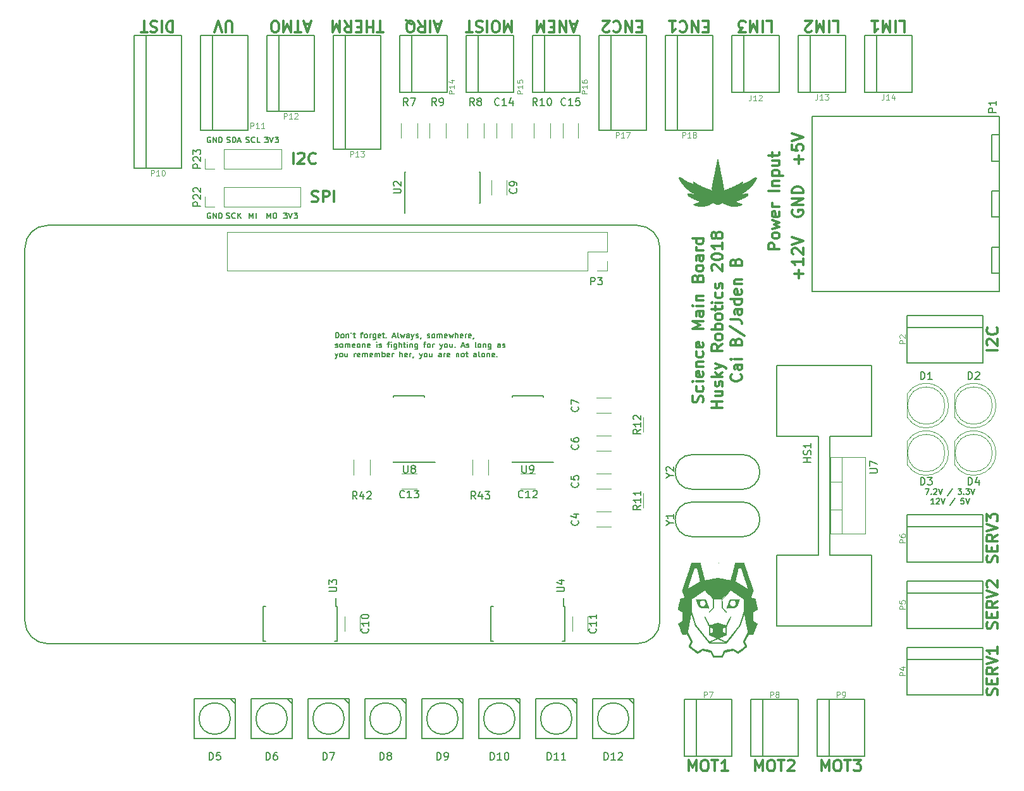
<source format=gbr>
G04 #@! TF.FileFunction,Legend,Top*
%FSLAX46Y46*%
G04 Gerber Fmt 4.6, Leading zero omitted, Abs format (unit mm)*
G04 Created by KiCad (PCBNEW 4.0.7) date 01/22/18 20:22:30*
%MOMM*%
%LPD*%
G01*
G04 APERTURE LIST*
%ADD10C,0.100000*%
%ADD11C,0.150000*%
%ADD12C,0.300000*%
%ADD13C,0.120000*%
%ADD14C,0.010000*%
G04 APERTURE END LIST*
D10*
D11*
X134509285Y-107663786D02*
X135009285Y-107663786D01*
X134687856Y-108413786D01*
X135294999Y-108342357D02*
X135330714Y-108378071D01*
X135294999Y-108413786D01*
X135259285Y-108378071D01*
X135294999Y-108342357D01*
X135294999Y-108413786D01*
X135616428Y-107735214D02*
X135652142Y-107699500D01*
X135723571Y-107663786D01*
X135902142Y-107663786D01*
X135973571Y-107699500D01*
X136009285Y-107735214D01*
X136045000Y-107806643D01*
X136045000Y-107878071D01*
X136009285Y-107985214D01*
X135580714Y-108413786D01*
X136045000Y-108413786D01*
X136259286Y-107663786D02*
X136509286Y-108413786D01*
X136759286Y-107663786D01*
X138116429Y-107628071D02*
X137473572Y-108592357D01*
X138866429Y-107663786D02*
X139330715Y-107663786D01*
X139080715Y-107949500D01*
X139187857Y-107949500D01*
X139259286Y-107985214D01*
X139295000Y-108020929D01*
X139330715Y-108092357D01*
X139330715Y-108270929D01*
X139295000Y-108342357D01*
X139259286Y-108378071D01*
X139187857Y-108413786D01*
X138973572Y-108413786D01*
X138902143Y-108378071D01*
X138866429Y-108342357D01*
X139652143Y-108342357D02*
X139687858Y-108378071D01*
X139652143Y-108413786D01*
X139616429Y-108378071D01*
X139652143Y-108342357D01*
X139652143Y-108413786D01*
X139937858Y-107663786D02*
X140402144Y-107663786D01*
X140152144Y-107949500D01*
X140259286Y-107949500D01*
X140330715Y-107985214D01*
X140366429Y-108020929D01*
X140402144Y-108092357D01*
X140402144Y-108270929D01*
X140366429Y-108342357D01*
X140330715Y-108378071D01*
X140259286Y-108413786D01*
X140045001Y-108413786D01*
X139973572Y-108378071D01*
X139937858Y-108342357D01*
X140616430Y-107663786D02*
X140866430Y-108413786D01*
X141116430Y-107663786D01*
X135687857Y-109688786D02*
X135259285Y-109688786D01*
X135473571Y-109688786D02*
X135473571Y-108938786D01*
X135402142Y-109045929D01*
X135330714Y-109117357D01*
X135259285Y-109153071D01*
X135973571Y-109010214D02*
X136009285Y-108974500D01*
X136080714Y-108938786D01*
X136259285Y-108938786D01*
X136330714Y-108974500D01*
X136366428Y-109010214D01*
X136402143Y-109081643D01*
X136402143Y-109153071D01*
X136366428Y-109260214D01*
X135937857Y-109688786D01*
X136402143Y-109688786D01*
X136616429Y-108938786D02*
X136866429Y-109688786D01*
X137116429Y-108938786D01*
X138473572Y-108903071D02*
X137830715Y-109867357D01*
X139652143Y-108938786D02*
X139295000Y-108938786D01*
X139259286Y-109295929D01*
X139295000Y-109260214D01*
X139366429Y-109224500D01*
X139545000Y-109224500D01*
X139616429Y-109260214D01*
X139652143Y-109295929D01*
X139687858Y-109367357D01*
X139687858Y-109545929D01*
X139652143Y-109617357D01*
X139616429Y-109653071D01*
X139545000Y-109688786D01*
X139366429Y-109688786D01*
X139295000Y-109653071D01*
X139259286Y-109617357D01*
X139902144Y-108938786D02*
X140152144Y-109688786D01*
X140402144Y-108938786D01*
X55550571Y-87456286D02*
X55550571Y-86706286D01*
X55729143Y-86706286D01*
X55836286Y-86742000D01*
X55907714Y-86813429D01*
X55943429Y-86884857D01*
X55979143Y-87027714D01*
X55979143Y-87134857D01*
X55943429Y-87277714D01*
X55907714Y-87349143D01*
X55836286Y-87420571D01*
X55729143Y-87456286D01*
X55550571Y-87456286D01*
X56407714Y-87456286D02*
X56336286Y-87420571D01*
X56300571Y-87384857D01*
X56264857Y-87313429D01*
X56264857Y-87099143D01*
X56300571Y-87027714D01*
X56336286Y-86992000D01*
X56407714Y-86956286D01*
X56514857Y-86956286D01*
X56586286Y-86992000D01*
X56622000Y-87027714D01*
X56657714Y-87099143D01*
X56657714Y-87313429D01*
X56622000Y-87384857D01*
X56586286Y-87420571D01*
X56514857Y-87456286D01*
X56407714Y-87456286D01*
X56979142Y-86956286D02*
X56979142Y-87456286D01*
X56979142Y-87027714D02*
X57014857Y-86992000D01*
X57086285Y-86956286D01*
X57193428Y-86956286D01*
X57264857Y-86992000D01*
X57300571Y-87063429D01*
X57300571Y-87456286D01*
X57693428Y-86706286D02*
X57621999Y-86849143D01*
X57907714Y-86956286D02*
X58193428Y-86956286D01*
X58014856Y-86706286D02*
X58014856Y-87349143D01*
X58050571Y-87420571D01*
X58121999Y-87456286D01*
X58193428Y-87456286D01*
X58907714Y-86956286D02*
X59193428Y-86956286D01*
X59014856Y-87456286D02*
X59014856Y-86813429D01*
X59050571Y-86742000D01*
X59121999Y-86706286D01*
X59193428Y-86706286D01*
X59550570Y-87456286D02*
X59479142Y-87420571D01*
X59443427Y-87384857D01*
X59407713Y-87313429D01*
X59407713Y-87099143D01*
X59443427Y-87027714D01*
X59479142Y-86992000D01*
X59550570Y-86956286D01*
X59657713Y-86956286D01*
X59729142Y-86992000D01*
X59764856Y-87027714D01*
X59800570Y-87099143D01*
X59800570Y-87313429D01*
X59764856Y-87384857D01*
X59729142Y-87420571D01*
X59657713Y-87456286D01*
X59550570Y-87456286D01*
X60121998Y-87456286D02*
X60121998Y-86956286D01*
X60121998Y-87099143D02*
X60157713Y-87027714D01*
X60193427Y-86992000D01*
X60264856Y-86956286D01*
X60336284Y-86956286D01*
X60907713Y-86956286D02*
X60907713Y-87563429D01*
X60871999Y-87634857D01*
X60836284Y-87670571D01*
X60764856Y-87706286D01*
X60657713Y-87706286D01*
X60586284Y-87670571D01*
X60907713Y-87420571D02*
X60836284Y-87456286D01*
X60693427Y-87456286D01*
X60621999Y-87420571D01*
X60586284Y-87384857D01*
X60550570Y-87313429D01*
X60550570Y-87099143D01*
X60586284Y-87027714D01*
X60621999Y-86992000D01*
X60693427Y-86956286D01*
X60836284Y-86956286D01*
X60907713Y-86992000D01*
X61550570Y-87420571D02*
X61479141Y-87456286D01*
X61336284Y-87456286D01*
X61264855Y-87420571D01*
X61229141Y-87349143D01*
X61229141Y-87063429D01*
X61264855Y-86992000D01*
X61336284Y-86956286D01*
X61479141Y-86956286D01*
X61550570Y-86992000D01*
X61586284Y-87063429D01*
X61586284Y-87134857D01*
X61229141Y-87206286D01*
X61800570Y-86956286D02*
X62086284Y-86956286D01*
X61907712Y-86706286D02*
X61907712Y-87349143D01*
X61943427Y-87420571D01*
X62014855Y-87456286D01*
X62086284Y-87456286D01*
X62336283Y-87384857D02*
X62371998Y-87420571D01*
X62336283Y-87456286D01*
X62300569Y-87420571D01*
X62336283Y-87384857D01*
X62336283Y-87456286D01*
X63229141Y-87242000D02*
X63586284Y-87242000D01*
X63157713Y-87456286D02*
X63407713Y-86706286D01*
X63657713Y-87456286D01*
X64014855Y-87456286D02*
X63943427Y-87420571D01*
X63907712Y-87349143D01*
X63907712Y-86706286D01*
X64229141Y-86956286D02*
X64371998Y-87456286D01*
X64514855Y-87099143D01*
X64657712Y-87456286D01*
X64800569Y-86956286D01*
X65407712Y-87456286D02*
X65407712Y-87063429D01*
X65371998Y-86992000D01*
X65300569Y-86956286D01*
X65157712Y-86956286D01*
X65086283Y-86992000D01*
X65407712Y-87420571D02*
X65336283Y-87456286D01*
X65157712Y-87456286D01*
X65086283Y-87420571D01*
X65050569Y-87349143D01*
X65050569Y-87277714D01*
X65086283Y-87206286D01*
X65157712Y-87170571D01*
X65336283Y-87170571D01*
X65407712Y-87134857D01*
X65693426Y-86956286D02*
X65871997Y-87456286D01*
X66050569Y-86956286D02*
X65871997Y-87456286D01*
X65800569Y-87634857D01*
X65764854Y-87670571D01*
X65693426Y-87706286D01*
X66300569Y-87420571D02*
X66371998Y-87456286D01*
X66514855Y-87456286D01*
X66586283Y-87420571D01*
X66621998Y-87349143D01*
X66621998Y-87313429D01*
X66586283Y-87242000D01*
X66514855Y-87206286D01*
X66407712Y-87206286D01*
X66336283Y-87170571D01*
X66300569Y-87099143D01*
X66300569Y-87063429D01*
X66336283Y-86992000D01*
X66407712Y-86956286D01*
X66514855Y-86956286D01*
X66586283Y-86992000D01*
X66979141Y-87420571D02*
X66979141Y-87456286D01*
X66943426Y-87527714D01*
X66907712Y-87563429D01*
X67836284Y-87420571D02*
X67907713Y-87456286D01*
X68050570Y-87456286D01*
X68121998Y-87420571D01*
X68157713Y-87349143D01*
X68157713Y-87313429D01*
X68121998Y-87242000D01*
X68050570Y-87206286D01*
X67943427Y-87206286D01*
X67871998Y-87170571D01*
X67836284Y-87099143D01*
X67836284Y-87063429D01*
X67871998Y-86992000D01*
X67943427Y-86956286D01*
X68050570Y-86956286D01*
X68121998Y-86992000D01*
X68586284Y-87456286D02*
X68514856Y-87420571D01*
X68479141Y-87384857D01*
X68443427Y-87313429D01*
X68443427Y-87099143D01*
X68479141Y-87027714D01*
X68514856Y-86992000D01*
X68586284Y-86956286D01*
X68693427Y-86956286D01*
X68764856Y-86992000D01*
X68800570Y-87027714D01*
X68836284Y-87099143D01*
X68836284Y-87313429D01*
X68800570Y-87384857D01*
X68764856Y-87420571D01*
X68693427Y-87456286D01*
X68586284Y-87456286D01*
X69157712Y-87456286D02*
X69157712Y-86956286D01*
X69157712Y-87027714D02*
X69193427Y-86992000D01*
X69264855Y-86956286D01*
X69371998Y-86956286D01*
X69443427Y-86992000D01*
X69479141Y-87063429D01*
X69479141Y-87456286D01*
X69479141Y-87063429D02*
X69514855Y-86992000D01*
X69586284Y-86956286D01*
X69693427Y-86956286D01*
X69764855Y-86992000D01*
X69800570Y-87063429D01*
X69800570Y-87456286D01*
X70443427Y-87420571D02*
X70371998Y-87456286D01*
X70229141Y-87456286D01*
X70157712Y-87420571D01*
X70121998Y-87349143D01*
X70121998Y-87063429D01*
X70157712Y-86992000D01*
X70229141Y-86956286D01*
X70371998Y-86956286D01*
X70443427Y-86992000D01*
X70479141Y-87063429D01*
X70479141Y-87134857D01*
X70121998Y-87206286D01*
X70729141Y-86956286D02*
X70871998Y-87456286D01*
X71014855Y-87099143D01*
X71157712Y-87456286D01*
X71300569Y-86956286D01*
X71586283Y-87456286D02*
X71586283Y-86706286D01*
X71907712Y-87456286D02*
X71907712Y-87063429D01*
X71871998Y-86992000D01*
X71800569Y-86956286D01*
X71693426Y-86956286D01*
X71621998Y-86992000D01*
X71586283Y-87027714D01*
X72550569Y-87420571D02*
X72479140Y-87456286D01*
X72336283Y-87456286D01*
X72264854Y-87420571D01*
X72229140Y-87349143D01*
X72229140Y-87063429D01*
X72264854Y-86992000D01*
X72336283Y-86956286D01*
X72479140Y-86956286D01*
X72550569Y-86992000D01*
X72586283Y-87063429D01*
X72586283Y-87134857D01*
X72229140Y-87206286D01*
X72907711Y-87456286D02*
X72907711Y-86956286D01*
X72907711Y-87099143D02*
X72943426Y-87027714D01*
X72979140Y-86992000D01*
X73050569Y-86956286D01*
X73121997Y-86956286D01*
X73657712Y-87420571D02*
X73586283Y-87456286D01*
X73443426Y-87456286D01*
X73371997Y-87420571D01*
X73336283Y-87349143D01*
X73336283Y-87063429D01*
X73371997Y-86992000D01*
X73443426Y-86956286D01*
X73586283Y-86956286D01*
X73657712Y-86992000D01*
X73693426Y-87063429D01*
X73693426Y-87134857D01*
X73336283Y-87206286D01*
X74050569Y-87420571D02*
X74050569Y-87456286D01*
X74014854Y-87527714D01*
X73979140Y-87563429D01*
X55514857Y-88695571D02*
X55586286Y-88731286D01*
X55729143Y-88731286D01*
X55800571Y-88695571D01*
X55836286Y-88624143D01*
X55836286Y-88588429D01*
X55800571Y-88517000D01*
X55729143Y-88481286D01*
X55622000Y-88481286D01*
X55550571Y-88445571D01*
X55514857Y-88374143D01*
X55514857Y-88338429D01*
X55550571Y-88267000D01*
X55622000Y-88231286D01*
X55729143Y-88231286D01*
X55800571Y-88267000D01*
X56264857Y-88731286D02*
X56193429Y-88695571D01*
X56157714Y-88659857D01*
X56122000Y-88588429D01*
X56122000Y-88374143D01*
X56157714Y-88302714D01*
X56193429Y-88267000D01*
X56264857Y-88231286D01*
X56372000Y-88231286D01*
X56443429Y-88267000D01*
X56479143Y-88302714D01*
X56514857Y-88374143D01*
X56514857Y-88588429D01*
X56479143Y-88659857D01*
X56443429Y-88695571D01*
X56372000Y-88731286D01*
X56264857Y-88731286D01*
X56836285Y-88731286D02*
X56836285Y-88231286D01*
X56836285Y-88302714D02*
X56872000Y-88267000D01*
X56943428Y-88231286D01*
X57050571Y-88231286D01*
X57122000Y-88267000D01*
X57157714Y-88338429D01*
X57157714Y-88731286D01*
X57157714Y-88338429D02*
X57193428Y-88267000D01*
X57264857Y-88231286D01*
X57372000Y-88231286D01*
X57443428Y-88267000D01*
X57479143Y-88338429D01*
X57479143Y-88731286D01*
X58122000Y-88695571D02*
X58050571Y-88731286D01*
X57907714Y-88731286D01*
X57836285Y-88695571D01*
X57800571Y-88624143D01*
X57800571Y-88338429D01*
X57836285Y-88267000D01*
X57907714Y-88231286D01*
X58050571Y-88231286D01*
X58122000Y-88267000D01*
X58157714Y-88338429D01*
X58157714Y-88409857D01*
X57800571Y-88481286D01*
X58586285Y-88731286D02*
X58514857Y-88695571D01*
X58479142Y-88659857D01*
X58443428Y-88588429D01*
X58443428Y-88374143D01*
X58479142Y-88302714D01*
X58514857Y-88267000D01*
X58586285Y-88231286D01*
X58693428Y-88231286D01*
X58764857Y-88267000D01*
X58800571Y-88302714D01*
X58836285Y-88374143D01*
X58836285Y-88588429D01*
X58800571Y-88659857D01*
X58764857Y-88695571D01*
X58693428Y-88731286D01*
X58586285Y-88731286D01*
X59157713Y-88231286D02*
X59157713Y-88731286D01*
X59157713Y-88302714D02*
X59193428Y-88267000D01*
X59264856Y-88231286D01*
X59371999Y-88231286D01*
X59443428Y-88267000D01*
X59479142Y-88338429D01*
X59479142Y-88731286D01*
X60121999Y-88695571D02*
X60050570Y-88731286D01*
X59907713Y-88731286D01*
X59836284Y-88695571D01*
X59800570Y-88624143D01*
X59800570Y-88338429D01*
X59836284Y-88267000D01*
X59907713Y-88231286D01*
X60050570Y-88231286D01*
X60121999Y-88267000D01*
X60157713Y-88338429D01*
X60157713Y-88409857D01*
X59800570Y-88481286D01*
X61050570Y-88731286D02*
X61050570Y-88231286D01*
X61050570Y-87981286D02*
X61014856Y-88017000D01*
X61050570Y-88052714D01*
X61086285Y-88017000D01*
X61050570Y-87981286D01*
X61050570Y-88052714D01*
X61371999Y-88695571D02*
X61443428Y-88731286D01*
X61586285Y-88731286D01*
X61657713Y-88695571D01*
X61693428Y-88624143D01*
X61693428Y-88588429D01*
X61657713Y-88517000D01*
X61586285Y-88481286D01*
X61479142Y-88481286D01*
X61407713Y-88445571D01*
X61371999Y-88374143D01*
X61371999Y-88338429D01*
X61407713Y-88267000D01*
X61479142Y-88231286D01*
X61586285Y-88231286D01*
X61657713Y-88267000D01*
X62479143Y-88231286D02*
X62764857Y-88231286D01*
X62586285Y-88731286D02*
X62586285Y-88088429D01*
X62622000Y-88017000D01*
X62693428Y-87981286D01*
X62764857Y-87981286D01*
X63014856Y-88731286D02*
X63014856Y-88231286D01*
X63014856Y-87981286D02*
X62979142Y-88017000D01*
X63014856Y-88052714D01*
X63050571Y-88017000D01*
X63014856Y-87981286D01*
X63014856Y-88052714D01*
X63693428Y-88231286D02*
X63693428Y-88838429D01*
X63657714Y-88909857D01*
X63621999Y-88945571D01*
X63550571Y-88981286D01*
X63443428Y-88981286D01*
X63371999Y-88945571D01*
X63693428Y-88695571D02*
X63621999Y-88731286D01*
X63479142Y-88731286D01*
X63407714Y-88695571D01*
X63371999Y-88659857D01*
X63336285Y-88588429D01*
X63336285Y-88374143D01*
X63371999Y-88302714D01*
X63407714Y-88267000D01*
X63479142Y-88231286D01*
X63621999Y-88231286D01*
X63693428Y-88267000D01*
X64050570Y-88731286D02*
X64050570Y-87981286D01*
X64371999Y-88731286D02*
X64371999Y-88338429D01*
X64336285Y-88267000D01*
X64264856Y-88231286D01*
X64157713Y-88231286D01*
X64086285Y-88267000D01*
X64050570Y-88302714D01*
X64621999Y-88231286D02*
X64907713Y-88231286D01*
X64729141Y-87981286D02*
X64729141Y-88624143D01*
X64764856Y-88695571D01*
X64836284Y-88731286D01*
X64907713Y-88731286D01*
X65157712Y-88731286D02*
X65157712Y-88231286D01*
X65157712Y-87981286D02*
X65121998Y-88017000D01*
X65157712Y-88052714D01*
X65193427Y-88017000D01*
X65157712Y-87981286D01*
X65157712Y-88052714D01*
X65514855Y-88231286D02*
X65514855Y-88731286D01*
X65514855Y-88302714D02*
X65550570Y-88267000D01*
X65621998Y-88231286D01*
X65729141Y-88231286D01*
X65800570Y-88267000D01*
X65836284Y-88338429D01*
X65836284Y-88731286D01*
X66514855Y-88231286D02*
X66514855Y-88838429D01*
X66479141Y-88909857D01*
X66443426Y-88945571D01*
X66371998Y-88981286D01*
X66264855Y-88981286D01*
X66193426Y-88945571D01*
X66514855Y-88695571D02*
X66443426Y-88731286D01*
X66300569Y-88731286D01*
X66229141Y-88695571D01*
X66193426Y-88659857D01*
X66157712Y-88588429D01*
X66157712Y-88374143D01*
X66193426Y-88302714D01*
X66229141Y-88267000D01*
X66300569Y-88231286D01*
X66443426Y-88231286D01*
X66514855Y-88267000D01*
X67336284Y-88231286D02*
X67621998Y-88231286D01*
X67443426Y-88731286D02*
X67443426Y-88088429D01*
X67479141Y-88017000D01*
X67550569Y-87981286D01*
X67621998Y-87981286D01*
X67979140Y-88731286D02*
X67907712Y-88695571D01*
X67871997Y-88659857D01*
X67836283Y-88588429D01*
X67836283Y-88374143D01*
X67871997Y-88302714D01*
X67907712Y-88267000D01*
X67979140Y-88231286D01*
X68086283Y-88231286D01*
X68157712Y-88267000D01*
X68193426Y-88302714D01*
X68229140Y-88374143D01*
X68229140Y-88588429D01*
X68193426Y-88659857D01*
X68157712Y-88695571D01*
X68086283Y-88731286D01*
X67979140Y-88731286D01*
X68550568Y-88731286D02*
X68550568Y-88231286D01*
X68550568Y-88374143D02*
X68586283Y-88302714D01*
X68621997Y-88267000D01*
X68693426Y-88231286D01*
X68764854Y-88231286D01*
X69514855Y-88231286D02*
X69693426Y-88731286D01*
X69871998Y-88231286D02*
X69693426Y-88731286D01*
X69621998Y-88909857D01*
X69586283Y-88945571D01*
X69514855Y-88981286D01*
X70264855Y-88731286D02*
X70193427Y-88695571D01*
X70157712Y-88659857D01*
X70121998Y-88588429D01*
X70121998Y-88374143D01*
X70157712Y-88302714D01*
X70193427Y-88267000D01*
X70264855Y-88231286D01*
X70371998Y-88231286D01*
X70443427Y-88267000D01*
X70479141Y-88302714D01*
X70514855Y-88374143D01*
X70514855Y-88588429D01*
X70479141Y-88659857D01*
X70443427Y-88695571D01*
X70371998Y-88731286D01*
X70264855Y-88731286D01*
X71157712Y-88231286D02*
X71157712Y-88731286D01*
X70836283Y-88231286D02*
X70836283Y-88624143D01*
X70871998Y-88695571D01*
X70943426Y-88731286D01*
X71050569Y-88731286D01*
X71121998Y-88695571D01*
X71157712Y-88659857D01*
X71514854Y-88659857D02*
X71550569Y-88695571D01*
X71514854Y-88731286D01*
X71479140Y-88695571D01*
X71514854Y-88659857D01*
X71514854Y-88731286D01*
X72407712Y-88517000D02*
X72764855Y-88517000D01*
X72336284Y-88731286D02*
X72586284Y-87981286D01*
X72836284Y-88731286D01*
X73050569Y-88695571D02*
X73121998Y-88731286D01*
X73264855Y-88731286D01*
X73336283Y-88695571D01*
X73371998Y-88624143D01*
X73371998Y-88588429D01*
X73336283Y-88517000D01*
X73264855Y-88481286D01*
X73157712Y-88481286D01*
X73086283Y-88445571D01*
X73050569Y-88374143D01*
X73050569Y-88338429D01*
X73086283Y-88267000D01*
X73157712Y-88231286D01*
X73264855Y-88231286D01*
X73336283Y-88267000D01*
X74371998Y-88731286D02*
X74300570Y-88695571D01*
X74264855Y-88624143D01*
X74264855Y-87981286D01*
X74764855Y-88731286D02*
X74693427Y-88695571D01*
X74657712Y-88659857D01*
X74621998Y-88588429D01*
X74621998Y-88374143D01*
X74657712Y-88302714D01*
X74693427Y-88267000D01*
X74764855Y-88231286D01*
X74871998Y-88231286D01*
X74943427Y-88267000D01*
X74979141Y-88302714D01*
X75014855Y-88374143D01*
X75014855Y-88588429D01*
X74979141Y-88659857D01*
X74943427Y-88695571D01*
X74871998Y-88731286D01*
X74764855Y-88731286D01*
X75336283Y-88231286D02*
X75336283Y-88731286D01*
X75336283Y-88302714D02*
X75371998Y-88267000D01*
X75443426Y-88231286D01*
X75550569Y-88231286D01*
X75621998Y-88267000D01*
X75657712Y-88338429D01*
X75657712Y-88731286D01*
X76336283Y-88231286D02*
X76336283Y-88838429D01*
X76300569Y-88909857D01*
X76264854Y-88945571D01*
X76193426Y-88981286D01*
X76086283Y-88981286D01*
X76014854Y-88945571D01*
X76336283Y-88695571D02*
X76264854Y-88731286D01*
X76121997Y-88731286D01*
X76050569Y-88695571D01*
X76014854Y-88659857D01*
X75979140Y-88588429D01*
X75979140Y-88374143D01*
X76014854Y-88302714D01*
X76050569Y-88267000D01*
X76121997Y-88231286D01*
X76264854Y-88231286D01*
X76336283Y-88267000D01*
X77586283Y-88731286D02*
X77586283Y-88338429D01*
X77550569Y-88267000D01*
X77479140Y-88231286D01*
X77336283Y-88231286D01*
X77264854Y-88267000D01*
X77586283Y-88695571D02*
X77514854Y-88731286D01*
X77336283Y-88731286D01*
X77264854Y-88695571D01*
X77229140Y-88624143D01*
X77229140Y-88552714D01*
X77264854Y-88481286D01*
X77336283Y-88445571D01*
X77514854Y-88445571D01*
X77586283Y-88409857D01*
X77907711Y-88695571D02*
X77979140Y-88731286D01*
X78121997Y-88731286D01*
X78193425Y-88695571D01*
X78229140Y-88624143D01*
X78229140Y-88588429D01*
X78193425Y-88517000D01*
X78121997Y-88481286D01*
X78014854Y-88481286D01*
X77943425Y-88445571D01*
X77907711Y-88374143D01*
X77907711Y-88338429D01*
X77943425Y-88267000D01*
X78014854Y-88231286D01*
X78121997Y-88231286D01*
X78193425Y-88267000D01*
X55479143Y-89506286D02*
X55657714Y-90006286D01*
X55836286Y-89506286D02*
X55657714Y-90006286D01*
X55586286Y-90184857D01*
X55550571Y-90220571D01*
X55479143Y-90256286D01*
X56229143Y-90006286D02*
X56157715Y-89970571D01*
X56122000Y-89934857D01*
X56086286Y-89863429D01*
X56086286Y-89649143D01*
X56122000Y-89577714D01*
X56157715Y-89542000D01*
X56229143Y-89506286D01*
X56336286Y-89506286D01*
X56407715Y-89542000D01*
X56443429Y-89577714D01*
X56479143Y-89649143D01*
X56479143Y-89863429D01*
X56443429Y-89934857D01*
X56407715Y-89970571D01*
X56336286Y-90006286D01*
X56229143Y-90006286D01*
X57122000Y-89506286D02*
X57122000Y-90006286D01*
X56800571Y-89506286D02*
X56800571Y-89899143D01*
X56836286Y-89970571D01*
X56907714Y-90006286D01*
X57014857Y-90006286D01*
X57086286Y-89970571D01*
X57122000Y-89934857D01*
X58050571Y-90006286D02*
X58050571Y-89506286D01*
X58050571Y-89649143D02*
X58086286Y-89577714D01*
X58122000Y-89542000D01*
X58193429Y-89506286D01*
X58264857Y-89506286D01*
X58800572Y-89970571D02*
X58729143Y-90006286D01*
X58586286Y-90006286D01*
X58514857Y-89970571D01*
X58479143Y-89899143D01*
X58479143Y-89613429D01*
X58514857Y-89542000D01*
X58586286Y-89506286D01*
X58729143Y-89506286D01*
X58800572Y-89542000D01*
X58836286Y-89613429D01*
X58836286Y-89684857D01*
X58479143Y-89756286D01*
X59157714Y-90006286D02*
X59157714Y-89506286D01*
X59157714Y-89577714D02*
X59193429Y-89542000D01*
X59264857Y-89506286D01*
X59372000Y-89506286D01*
X59443429Y-89542000D01*
X59479143Y-89613429D01*
X59479143Y-90006286D01*
X59479143Y-89613429D02*
X59514857Y-89542000D01*
X59586286Y-89506286D01*
X59693429Y-89506286D01*
X59764857Y-89542000D01*
X59800572Y-89613429D01*
X59800572Y-90006286D01*
X60443429Y-89970571D02*
X60372000Y-90006286D01*
X60229143Y-90006286D01*
X60157714Y-89970571D01*
X60122000Y-89899143D01*
X60122000Y-89613429D01*
X60157714Y-89542000D01*
X60229143Y-89506286D01*
X60372000Y-89506286D01*
X60443429Y-89542000D01*
X60479143Y-89613429D01*
X60479143Y-89684857D01*
X60122000Y-89756286D01*
X60800571Y-90006286D02*
X60800571Y-89506286D01*
X60800571Y-89577714D02*
X60836286Y-89542000D01*
X60907714Y-89506286D01*
X61014857Y-89506286D01*
X61086286Y-89542000D01*
X61122000Y-89613429D01*
X61122000Y-90006286D01*
X61122000Y-89613429D02*
X61157714Y-89542000D01*
X61229143Y-89506286D01*
X61336286Y-89506286D01*
X61407714Y-89542000D01*
X61443429Y-89613429D01*
X61443429Y-90006286D01*
X61800571Y-90006286D02*
X61800571Y-89256286D01*
X61800571Y-89542000D02*
X61872000Y-89506286D01*
X62014857Y-89506286D01*
X62086286Y-89542000D01*
X62122000Y-89577714D01*
X62157714Y-89649143D01*
X62157714Y-89863429D01*
X62122000Y-89934857D01*
X62086286Y-89970571D01*
X62014857Y-90006286D01*
X61872000Y-90006286D01*
X61800571Y-89970571D01*
X62764857Y-89970571D02*
X62693428Y-90006286D01*
X62550571Y-90006286D01*
X62479142Y-89970571D01*
X62443428Y-89899143D01*
X62443428Y-89613429D01*
X62479142Y-89542000D01*
X62550571Y-89506286D01*
X62693428Y-89506286D01*
X62764857Y-89542000D01*
X62800571Y-89613429D01*
X62800571Y-89684857D01*
X62443428Y-89756286D01*
X63121999Y-90006286D02*
X63121999Y-89506286D01*
X63121999Y-89649143D02*
X63157714Y-89577714D01*
X63193428Y-89542000D01*
X63264857Y-89506286D01*
X63336285Y-89506286D01*
X64157714Y-90006286D02*
X64157714Y-89256286D01*
X64479143Y-90006286D02*
X64479143Y-89613429D01*
X64443429Y-89542000D01*
X64372000Y-89506286D01*
X64264857Y-89506286D01*
X64193429Y-89542000D01*
X64157714Y-89577714D01*
X65122000Y-89970571D02*
X65050571Y-90006286D01*
X64907714Y-90006286D01*
X64836285Y-89970571D01*
X64800571Y-89899143D01*
X64800571Y-89613429D01*
X64836285Y-89542000D01*
X64907714Y-89506286D01*
X65050571Y-89506286D01*
X65122000Y-89542000D01*
X65157714Y-89613429D01*
X65157714Y-89684857D01*
X64800571Y-89756286D01*
X65479142Y-90006286D02*
X65479142Y-89506286D01*
X65479142Y-89649143D02*
X65514857Y-89577714D01*
X65550571Y-89542000D01*
X65622000Y-89506286D01*
X65693428Y-89506286D01*
X65979143Y-89970571D02*
X65979143Y-90006286D01*
X65943428Y-90077714D01*
X65907714Y-90113429D01*
X66800572Y-89506286D02*
X66979143Y-90006286D01*
X67157715Y-89506286D02*
X66979143Y-90006286D01*
X66907715Y-90184857D01*
X66872000Y-90220571D01*
X66800572Y-90256286D01*
X67550572Y-90006286D02*
X67479144Y-89970571D01*
X67443429Y-89934857D01*
X67407715Y-89863429D01*
X67407715Y-89649143D01*
X67443429Y-89577714D01*
X67479144Y-89542000D01*
X67550572Y-89506286D01*
X67657715Y-89506286D01*
X67729144Y-89542000D01*
X67764858Y-89577714D01*
X67800572Y-89649143D01*
X67800572Y-89863429D01*
X67764858Y-89934857D01*
X67729144Y-89970571D01*
X67657715Y-90006286D01*
X67550572Y-90006286D01*
X68443429Y-89506286D02*
X68443429Y-90006286D01*
X68122000Y-89506286D02*
X68122000Y-89899143D01*
X68157715Y-89970571D01*
X68229143Y-90006286D01*
X68336286Y-90006286D01*
X68407715Y-89970571D01*
X68443429Y-89934857D01*
X69693429Y-90006286D02*
X69693429Y-89613429D01*
X69657715Y-89542000D01*
X69586286Y-89506286D01*
X69443429Y-89506286D01*
X69372000Y-89542000D01*
X69693429Y-89970571D02*
X69622000Y-90006286D01*
X69443429Y-90006286D01*
X69372000Y-89970571D01*
X69336286Y-89899143D01*
X69336286Y-89827714D01*
X69372000Y-89756286D01*
X69443429Y-89720571D01*
X69622000Y-89720571D01*
X69693429Y-89684857D01*
X70050571Y-90006286D02*
X70050571Y-89506286D01*
X70050571Y-89649143D02*
X70086286Y-89577714D01*
X70122000Y-89542000D01*
X70193429Y-89506286D01*
X70264857Y-89506286D01*
X70800572Y-89970571D02*
X70729143Y-90006286D01*
X70586286Y-90006286D01*
X70514857Y-89970571D01*
X70479143Y-89899143D01*
X70479143Y-89613429D01*
X70514857Y-89542000D01*
X70586286Y-89506286D01*
X70729143Y-89506286D01*
X70800572Y-89542000D01*
X70836286Y-89613429D01*
X70836286Y-89684857D01*
X70479143Y-89756286D01*
X71729143Y-89506286D02*
X71729143Y-90006286D01*
X71729143Y-89577714D02*
X71764858Y-89542000D01*
X71836286Y-89506286D01*
X71943429Y-89506286D01*
X72014858Y-89542000D01*
X72050572Y-89613429D01*
X72050572Y-90006286D01*
X72514857Y-90006286D02*
X72443429Y-89970571D01*
X72407714Y-89934857D01*
X72372000Y-89863429D01*
X72372000Y-89649143D01*
X72407714Y-89577714D01*
X72443429Y-89542000D01*
X72514857Y-89506286D01*
X72622000Y-89506286D01*
X72693429Y-89542000D01*
X72729143Y-89577714D01*
X72764857Y-89649143D01*
X72764857Y-89863429D01*
X72729143Y-89934857D01*
X72693429Y-89970571D01*
X72622000Y-90006286D01*
X72514857Y-90006286D01*
X72979143Y-89506286D02*
X73264857Y-89506286D01*
X73086285Y-89256286D02*
X73086285Y-89899143D01*
X73122000Y-89970571D01*
X73193428Y-90006286D01*
X73264857Y-90006286D01*
X74407714Y-90006286D02*
X74407714Y-89613429D01*
X74372000Y-89542000D01*
X74300571Y-89506286D01*
X74157714Y-89506286D01*
X74086285Y-89542000D01*
X74407714Y-89970571D02*
X74336285Y-90006286D01*
X74157714Y-90006286D01*
X74086285Y-89970571D01*
X74050571Y-89899143D01*
X74050571Y-89827714D01*
X74086285Y-89756286D01*
X74157714Y-89720571D01*
X74336285Y-89720571D01*
X74407714Y-89684857D01*
X74871999Y-90006286D02*
X74800571Y-89970571D01*
X74764856Y-89899143D01*
X74764856Y-89256286D01*
X75264856Y-90006286D02*
X75193428Y-89970571D01*
X75157713Y-89934857D01*
X75121999Y-89863429D01*
X75121999Y-89649143D01*
X75157713Y-89577714D01*
X75193428Y-89542000D01*
X75264856Y-89506286D01*
X75371999Y-89506286D01*
X75443428Y-89542000D01*
X75479142Y-89577714D01*
X75514856Y-89649143D01*
X75514856Y-89863429D01*
X75479142Y-89934857D01*
X75443428Y-89970571D01*
X75371999Y-90006286D01*
X75264856Y-90006286D01*
X75836284Y-89506286D02*
X75836284Y-90006286D01*
X75836284Y-89577714D02*
X75871999Y-89542000D01*
X75943427Y-89506286D01*
X76050570Y-89506286D01*
X76121999Y-89542000D01*
X76157713Y-89613429D01*
X76157713Y-90006286D01*
X76800570Y-89970571D02*
X76729141Y-90006286D01*
X76586284Y-90006286D01*
X76514855Y-89970571D01*
X76479141Y-89899143D01*
X76479141Y-89613429D01*
X76514855Y-89542000D01*
X76586284Y-89506286D01*
X76729141Y-89506286D01*
X76800570Y-89542000D01*
X76836284Y-89613429D01*
X76836284Y-89684857D01*
X76479141Y-89756286D01*
X77157712Y-89934857D02*
X77193427Y-89970571D01*
X77157712Y-90006286D01*
X77121998Y-89970571D01*
X77157712Y-89934857D01*
X77157712Y-90006286D01*
D12*
X104737143Y-96090000D02*
X104808571Y-95875714D01*
X104808571Y-95518571D01*
X104737143Y-95375714D01*
X104665714Y-95304285D01*
X104522857Y-95232857D01*
X104380000Y-95232857D01*
X104237143Y-95304285D01*
X104165714Y-95375714D01*
X104094286Y-95518571D01*
X104022857Y-95804285D01*
X103951429Y-95947143D01*
X103880000Y-96018571D01*
X103737143Y-96090000D01*
X103594286Y-96090000D01*
X103451429Y-96018571D01*
X103380000Y-95947143D01*
X103308571Y-95804285D01*
X103308571Y-95447143D01*
X103380000Y-95232857D01*
X104737143Y-93947143D02*
X104808571Y-94090000D01*
X104808571Y-94375714D01*
X104737143Y-94518572D01*
X104665714Y-94590000D01*
X104522857Y-94661429D01*
X104094286Y-94661429D01*
X103951429Y-94590000D01*
X103880000Y-94518572D01*
X103808571Y-94375714D01*
X103808571Y-94090000D01*
X103880000Y-93947143D01*
X104808571Y-93304286D02*
X103808571Y-93304286D01*
X103308571Y-93304286D02*
X103380000Y-93375715D01*
X103451429Y-93304286D01*
X103380000Y-93232858D01*
X103308571Y-93304286D01*
X103451429Y-93304286D01*
X104737143Y-92018572D02*
X104808571Y-92161429D01*
X104808571Y-92447143D01*
X104737143Y-92590000D01*
X104594286Y-92661429D01*
X104022857Y-92661429D01*
X103880000Y-92590000D01*
X103808571Y-92447143D01*
X103808571Y-92161429D01*
X103880000Y-92018572D01*
X104022857Y-91947143D01*
X104165714Y-91947143D01*
X104308571Y-92661429D01*
X103808571Y-91304286D02*
X104808571Y-91304286D01*
X103951429Y-91304286D02*
X103880000Y-91232858D01*
X103808571Y-91090000D01*
X103808571Y-90875715D01*
X103880000Y-90732858D01*
X104022857Y-90661429D01*
X104808571Y-90661429D01*
X104737143Y-89304286D02*
X104808571Y-89447143D01*
X104808571Y-89732857D01*
X104737143Y-89875715D01*
X104665714Y-89947143D01*
X104522857Y-90018572D01*
X104094286Y-90018572D01*
X103951429Y-89947143D01*
X103880000Y-89875715D01*
X103808571Y-89732857D01*
X103808571Y-89447143D01*
X103880000Y-89304286D01*
X104737143Y-88090001D02*
X104808571Y-88232858D01*
X104808571Y-88518572D01*
X104737143Y-88661429D01*
X104594286Y-88732858D01*
X104022857Y-88732858D01*
X103880000Y-88661429D01*
X103808571Y-88518572D01*
X103808571Y-88232858D01*
X103880000Y-88090001D01*
X104022857Y-88018572D01*
X104165714Y-88018572D01*
X104308571Y-88732858D01*
X104808571Y-86232858D02*
X103308571Y-86232858D01*
X104380000Y-85732858D01*
X103308571Y-85232858D01*
X104808571Y-85232858D01*
X104808571Y-83875715D02*
X104022857Y-83875715D01*
X103880000Y-83947144D01*
X103808571Y-84090001D01*
X103808571Y-84375715D01*
X103880000Y-84518572D01*
X104737143Y-83875715D02*
X104808571Y-84018572D01*
X104808571Y-84375715D01*
X104737143Y-84518572D01*
X104594286Y-84590001D01*
X104451429Y-84590001D01*
X104308571Y-84518572D01*
X104237143Y-84375715D01*
X104237143Y-84018572D01*
X104165714Y-83875715D01*
X104808571Y-83161429D02*
X103808571Y-83161429D01*
X103308571Y-83161429D02*
X103380000Y-83232858D01*
X103451429Y-83161429D01*
X103380000Y-83090001D01*
X103308571Y-83161429D01*
X103451429Y-83161429D01*
X103808571Y-82447143D02*
X104808571Y-82447143D01*
X103951429Y-82447143D02*
X103880000Y-82375715D01*
X103808571Y-82232857D01*
X103808571Y-82018572D01*
X103880000Y-81875715D01*
X104022857Y-81804286D01*
X104808571Y-81804286D01*
X104022857Y-79447143D02*
X104094286Y-79232857D01*
X104165714Y-79161429D01*
X104308571Y-79090000D01*
X104522857Y-79090000D01*
X104665714Y-79161429D01*
X104737143Y-79232857D01*
X104808571Y-79375715D01*
X104808571Y-79947143D01*
X103308571Y-79947143D01*
X103308571Y-79447143D01*
X103380000Y-79304286D01*
X103451429Y-79232857D01*
X103594286Y-79161429D01*
X103737143Y-79161429D01*
X103880000Y-79232857D01*
X103951429Y-79304286D01*
X104022857Y-79447143D01*
X104022857Y-79947143D01*
X104808571Y-78232857D02*
X104737143Y-78375715D01*
X104665714Y-78447143D01*
X104522857Y-78518572D01*
X104094286Y-78518572D01*
X103951429Y-78447143D01*
X103880000Y-78375715D01*
X103808571Y-78232857D01*
X103808571Y-78018572D01*
X103880000Y-77875715D01*
X103951429Y-77804286D01*
X104094286Y-77732857D01*
X104522857Y-77732857D01*
X104665714Y-77804286D01*
X104737143Y-77875715D01*
X104808571Y-78018572D01*
X104808571Y-78232857D01*
X104808571Y-76447143D02*
X104022857Y-76447143D01*
X103880000Y-76518572D01*
X103808571Y-76661429D01*
X103808571Y-76947143D01*
X103880000Y-77090000D01*
X104737143Y-76447143D02*
X104808571Y-76590000D01*
X104808571Y-76947143D01*
X104737143Y-77090000D01*
X104594286Y-77161429D01*
X104451429Y-77161429D01*
X104308571Y-77090000D01*
X104237143Y-76947143D01*
X104237143Y-76590000D01*
X104165714Y-76447143D01*
X104808571Y-75732857D02*
X103808571Y-75732857D01*
X104094286Y-75732857D02*
X103951429Y-75661429D01*
X103880000Y-75590000D01*
X103808571Y-75447143D01*
X103808571Y-75304286D01*
X104808571Y-74161429D02*
X103308571Y-74161429D01*
X104737143Y-74161429D02*
X104808571Y-74304286D01*
X104808571Y-74590000D01*
X104737143Y-74732858D01*
X104665714Y-74804286D01*
X104522857Y-74875715D01*
X104094286Y-74875715D01*
X103951429Y-74804286D01*
X103880000Y-74732858D01*
X103808571Y-74590000D01*
X103808571Y-74304286D01*
X103880000Y-74161429D01*
X107358571Y-96804285D02*
X105858571Y-96804285D01*
X106572857Y-96804285D02*
X106572857Y-95947142D01*
X107358571Y-95947142D02*
X105858571Y-95947142D01*
X106358571Y-94589999D02*
X107358571Y-94589999D01*
X106358571Y-95232856D02*
X107144286Y-95232856D01*
X107287143Y-95161428D01*
X107358571Y-95018570D01*
X107358571Y-94804285D01*
X107287143Y-94661428D01*
X107215714Y-94589999D01*
X107287143Y-93947142D02*
X107358571Y-93804285D01*
X107358571Y-93518570D01*
X107287143Y-93375713D01*
X107144286Y-93304285D01*
X107072857Y-93304285D01*
X106930000Y-93375713D01*
X106858571Y-93518570D01*
X106858571Y-93732856D01*
X106787143Y-93875713D01*
X106644286Y-93947142D01*
X106572857Y-93947142D01*
X106430000Y-93875713D01*
X106358571Y-93732856D01*
X106358571Y-93518570D01*
X106430000Y-93375713D01*
X107358571Y-92661427D02*
X105858571Y-92661427D01*
X106787143Y-92518570D02*
X107358571Y-92089999D01*
X106358571Y-92089999D02*
X106930000Y-92661427D01*
X106358571Y-91589998D02*
X107358571Y-91232855D01*
X106358571Y-90875713D02*
X107358571Y-91232855D01*
X107715714Y-91375713D01*
X107787143Y-91447141D01*
X107858571Y-91589998D01*
X107358571Y-88304284D02*
X106644286Y-88804284D01*
X107358571Y-89161427D02*
X105858571Y-89161427D01*
X105858571Y-88589999D01*
X105930000Y-88447141D01*
X106001429Y-88375713D01*
X106144286Y-88304284D01*
X106358571Y-88304284D01*
X106501429Y-88375713D01*
X106572857Y-88447141D01*
X106644286Y-88589999D01*
X106644286Y-89161427D01*
X107358571Y-87447141D02*
X107287143Y-87589999D01*
X107215714Y-87661427D01*
X107072857Y-87732856D01*
X106644286Y-87732856D01*
X106501429Y-87661427D01*
X106430000Y-87589999D01*
X106358571Y-87447141D01*
X106358571Y-87232856D01*
X106430000Y-87089999D01*
X106501429Y-87018570D01*
X106644286Y-86947141D01*
X107072857Y-86947141D01*
X107215714Y-87018570D01*
X107287143Y-87089999D01*
X107358571Y-87232856D01*
X107358571Y-87447141D01*
X107358571Y-86304284D02*
X105858571Y-86304284D01*
X106430000Y-86304284D02*
X106358571Y-86161427D01*
X106358571Y-85875713D01*
X106430000Y-85732856D01*
X106501429Y-85661427D01*
X106644286Y-85589998D01*
X107072857Y-85589998D01*
X107215714Y-85661427D01*
X107287143Y-85732856D01*
X107358571Y-85875713D01*
X107358571Y-86161427D01*
X107287143Y-86304284D01*
X107358571Y-84732855D02*
X107287143Y-84875713D01*
X107215714Y-84947141D01*
X107072857Y-85018570D01*
X106644286Y-85018570D01*
X106501429Y-84947141D01*
X106430000Y-84875713D01*
X106358571Y-84732855D01*
X106358571Y-84518570D01*
X106430000Y-84375713D01*
X106501429Y-84304284D01*
X106644286Y-84232855D01*
X107072857Y-84232855D01*
X107215714Y-84304284D01*
X107287143Y-84375713D01*
X107358571Y-84518570D01*
X107358571Y-84732855D01*
X106358571Y-83804284D02*
X106358571Y-83232855D01*
X105858571Y-83589998D02*
X107144286Y-83589998D01*
X107287143Y-83518570D01*
X107358571Y-83375712D01*
X107358571Y-83232855D01*
X107358571Y-82732855D02*
X106358571Y-82732855D01*
X105858571Y-82732855D02*
X105930000Y-82804284D01*
X106001429Y-82732855D01*
X105930000Y-82661427D01*
X105858571Y-82732855D01*
X106001429Y-82732855D01*
X107287143Y-81375712D02*
X107358571Y-81518569D01*
X107358571Y-81804283D01*
X107287143Y-81947141D01*
X107215714Y-82018569D01*
X107072857Y-82089998D01*
X106644286Y-82089998D01*
X106501429Y-82018569D01*
X106430000Y-81947141D01*
X106358571Y-81804283D01*
X106358571Y-81518569D01*
X106430000Y-81375712D01*
X107287143Y-80804284D02*
X107358571Y-80661427D01*
X107358571Y-80375712D01*
X107287143Y-80232855D01*
X107144286Y-80161427D01*
X107072857Y-80161427D01*
X106930000Y-80232855D01*
X106858571Y-80375712D01*
X106858571Y-80589998D01*
X106787143Y-80732855D01*
X106644286Y-80804284D01*
X106572857Y-80804284D01*
X106430000Y-80732855D01*
X106358571Y-80589998D01*
X106358571Y-80375712D01*
X106430000Y-80232855D01*
X106001429Y-78447141D02*
X105930000Y-78375712D01*
X105858571Y-78232855D01*
X105858571Y-77875712D01*
X105930000Y-77732855D01*
X106001429Y-77661426D01*
X106144286Y-77589998D01*
X106287143Y-77589998D01*
X106501429Y-77661426D01*
X107358571Y-78518569D01*
X107358571Y-77589998D01*
X105858571Y-76661427D02*
X105858571Y-76518570D01*
X105930000Y-76375713D01*
X106001429Y-76304284D01*
X106144286Y-76232855D01*
X106430000Y-76161427D01*
X106787143Y-76161427D01*
X107072857Y-76232855D01*
X107215714Y-76304284D01*
X107287143Y-76375713D01*
X107358571Y-76518570D01*
X107358571Y-76661427D01*
X107287143Y-76804284D01*
X107215714Y-76875713D01*
X107072857Y-76947141D01*
X106787143Y-77018570D01*
X106430000Y-77018570D01*
X106144286Y-76947141D01*
X106001429Y-76875713D01*
X105930000Y-76804284D01*
X105858571Y-76661427D01*
X107358571Y-74732856D02*
X107358571Y-75589999D01*
X107358571Y-75161427D02*
X105858571Y-75161427D01*
X106072857Y-75304284D01*
X106215714Y-75447142D01*
X106287143Y-75589999D01*
X106501429Y-73875713D02*
X106430000Y-74018571D01*
X106358571Y-74089999D01*
X106215714Y-74161428D01*
X106144286Y-74161428D01*
X106001429Y-74089999D01*
X105930000Y-74018571D01*
X105858571Y-73875713D01*
X105858571Y-73589999D01*
X105930000Y-73447142D01*
X106001429Y-73375713D01*
X106144286Y-73304285D01*
X106215714Y-73304285D01*
X106358571Y-73375713D01*
X106430000Y-73447142D01*
X106501429Y-73589999D01*
X106501429Y-73875713D01*
X106572857Y-74018571D01*
X106644286Y-74089999D01*
X106787143Y-74161428D01*
X107072857Y-74161428D01*
X107215714Y-74089999D01*
X107287143Y-74018571D01*
X107358571Y-73875713D01*
X107358571Y-73589999D01*
X107287143Y-73447142D01*
X107215714Y-73375713D01*
X107072857Y-73304285D01*
X106787143Y-73304285D01*
X106644286Y-73375713D01*
X106572857Y-73447142D01*
X106501429Y-73589999D01*
X109765714Y-92340000D02*
X109837143Y-92411429D01*
X109908571Y-92625715D01*
X109908571Y-92768572D01*
X109837143Y-92982857D01*
X109694286Y-93125715D01*
X109551429Y-93197143D01*
X109265714Y-93268572D01*
X109051429Y-93268572D01*
X108765714Y-93197143D01*
X108622857Y-93125715D01*
X108480000Y-92982857D01*
X108408571Y-92768572D01*
X108408571Y-92625715D01*
X108480000Y-92411429D01*
X108551429Y-92340000D01*
X109908571Y-91054286D02*
X109122857Y-91054286D01*
X108980000Y-91125715D01*
X108908571Y-91268572D01*
X108908571Y-91554286D01*
X108980000Y-91697143D01*
X109837143Y-91054286D02*
X109908571Y-91197143D01*
X109908571Y-91554286D01*
X109837143Y-91697143D01*
X109694286Y-91768572D01*
X109551429Y-91768572D01*
X109408571Y-91697143D01*
X109337143Y-91554286D01*
X109337143Y-91197143D01*
X109265714Y-91054286D01*
X109908571Y-90340000D02*
X108908571Y-90340000D01*
X108408571Y-90340000D02*
X108480000Y-90411429D01*
X108551429Y-90340000D01*
X108480000Y-90268572D01*
X108408571Y-90340000D01*
X108551429Y-90340000D01*
X109122857Y-87982857D02*
X109194286Y-87768571D01*
X109265714Y-87697143D01*
X109408571Y-87625714D01*
X109622857Y-87625714D01*
X109765714Y-87697143D01*
X109837143Y-87768571D01*
X109908571Y-87911429D01*
X109908571Y-88482857D01*
X108408571Y-88482857D01*
X108408571Y-87982857D01*
X108480000Y-87840000D01*
X108551429Y-87768571D01*
X108694286Y-87697143D01*
X108837143Y-87697143D01*
X108980000Y-87768571D01*
X109051429Y-87840000D01*
X109122857Y-87982857D01*
X109122857Y-88482857D01*
X108337143Y-85911429D02*
X110265714Y-87197143D01*
X108408571Y-84982857D02*
X109480000Y-84982857D01*
X109694286Y-85054285D01*
X109837143Y-85197142D01*
X109908571Y-85411428D01*
X109908571Y-85554285D01*
X109908571Y-83625714D02*
X109122857Y-83625714D01*
X108980000Y-83697143D01*
X108908571Y-83840000D01*
X108908571Y-84125714D01*
X108980000Y-84268571D01*
X109837143Y-83625714D02*
X109908571Y-83768571D01*
X109908571Y-84125714D01*
X109837143Y-84268571D01*
X109694286Y-84340000D01*
X109551429Y-84340000D01*
X109408571Y-84268571D01*
X109337143Y-84125714D01*
X109337143Y-83768571D01*
X109265714Y-83625714D01*
X109908571Y-82268571D02*
X108408571Y-82268571D01*
X109837143Y-82268571D02*
X109908571Y-82411428D01*
X109908571Y-82697142D01*
X109837143Y-82840000D01*
X109765714Y-82911428D01*
X109622857Y-82982857D01*
X109194286Y-82982857D01*
X109051429Y-82911428D01*
X108980000Y-82840000D01*
X108908571Y-82697142D01*
X108908571Y-82411428D01*
X108980000Y-82268571D01*
X109837143Y-80982857D02*
X109908571Y-81125714D01*
X109908571Y-81411428D01*
X109837143Y-81554285D01*
X109694286Y-81625714D01*
X109122857Y-81625714D01*
X108980000Y-81554285D01*
X108908571Y-81411428D01*
X108908571Y-81125714D01*
X108980000Y-80982857D01*
X109122857Y-80911428D01*
X109265714Y-80911428D01*
X109408571Y-81625714D01*
X108908571Y-80268571D02*
X109908571Y-80268571D01*
X109051429Y-80268571D02*
X108980000Y-80197143D01*
X108908571Y-80054285D01*
X108908571Y-79840000D01*
X108980000Y-79697143D01*
X109122857Y-79625714D01*
X109908571Y-79625714D01*
X109122857Y-77268571D02*
X109194286Y-77054285D01*
X109265714Y-76982857D01*
X109408571Y-76911428D01*
X109622857Y-76911428D01*
X109765714Y-76982857D01*
X109837143Y-77054285D01*
X109908571Y-77197143D01*
X109908571Y-77768571D01*
X108408571Y-77768571D01*
X108408571Y-77268571D01*
X108480000Y-77125714D01*
X108551429Y-77054285D01*
X108694286Y-76982857D01*
X108837143Y-76982857D01*
X108980000Y-77054285D01*
X109051429Y-77125714D01*
X109122857Y-77268571D01*
X109122857Y-77768571D01*
D11*
X46061429Y-60549286D02*
X46525715Y-60549286D01*
X46275715Y-60835000D01*
X46382857Y-60835000D01*
X46454286Y-60870714D01*
X46490000Y-60906429D01*
X46525715Y-60977857D01*
X46525715Y-61156429D01*
X46490000Y-61227857D01*
X46454286Y-61263571D01*
X46382857Y-61299286D01*
X46168572Y-61299286D01*
X46097143Y-61263571D01*
X46061429Y-61227857D01*
X46740001Y-60549286D02*
X46990001Y-61299286D01*
X47240001Y-60549286D01*
X47418572Y-60549286D02*
X47882858Y-60549286D01*
X47632858Y-60835000D01*
X47740000Y-60835000D01*
X47811429Y-60870714D01*
X47847143Y-60906429D01*
X47882858Y-60977857D01*
X47882858Y-61156429D01*
X47847143Y-61227857D01*
X47811429Y-61263571D01*
X47740000Y-61299286D01*
X47525715Y-61299286D01*
X47454286Y-61263571D01*
X47418572Y-61227857D01*
X43557143Y-61263571D02*
X43664286Y-61299286D01*
X43842857Y-61299286D01*
X43914286Y-61263571D01*
X43950000Y-61227857D01*
X43985715Y-61156429D01*
X43985715Y-61085000D01*
X43950000Y-61013571D01*
X43914286Y-60977857D01*
X43842857Y-60942143D01*
X43700000Y-60906429D01*
X43628572Y-60870714D01*
X43592857Y-60835000D01*
X43557143Y-60763571D01*
X43557143Y-60692143D01*
X43592857Y-60620714D01*
X43628572Y-60585000D01*
X43700000Y-60549286D01*
X43878572Y-60549286D01*
X43985715Y-60585000D01*
X44735715Y-61227857D02*
X44700001Y-61263571D01*
X44592858Y-61299286D01*
X44521429Y-61299286D01*
X44414286Y-61263571D01*
X44342858Y-61192143D01*
X44307143Y-61120714D01*
X44271429Y-60977857D01*
X44271429Y-60870714D01*
X44307143Y-60727857D01*
X44342858Y-60656429D01*
X44414286Y-60585000D01*
X44521429Y-60549286D01*
X44592858Y-60549286D01*
X44700001Y-60585000D01*
X44735715Y-60620714D01*
X45414286Y-61299286D02*
X45057143Y-61299286D01*
X45057143Y-60549286D01*
X40999286Y-61263571D02*
X41106429Y-61299286D01*
X41285000Y-61299286D01*
X41356429Y-61263571D01*
X41392143Y-61227857D01*
X41427858Y-61156429D01*
X41427858Y-61085000D01*
X41392143Y-61013571D01*
X41356429Y-60977857D01*
X41285000Y-60942143D01*
X41142143Y-60906429D01*
X41070715Y-60870714D01*
X41035000Y-60835000D01*
X40999286Y-60763571D01*
X40999286Y-60692143D01*
X41035000Y-60620714D01*
X41070715Y-60585000D01*
X41142143Y-60549286D01*
X41320715Y-60549286D01*
X41427858Y-60585000D01*
X41749286Y-61299286D02*
X41749286Y-60549286D01*
X41927858Y-60549286D01*
X42035001Y-60585000D01*
X42106429Y-60656429D01*
X42142144Y-60727857D01*
X42177858Y-60870714D01*
X42177858Y-60977857D01*
X42142144Y-61120714D01*
X42106429Y-61192143D01*
X42035001Y-61263571D01*
X41927858Y-61299286D01*
X41749286Y-61299286D01*
X42463572Y-61085000D02*
X42820715Y-61085000D01*
X42392144Y-61299286D02*
X42642144Y-60549286D01*
X42892144Y-61299286D01*
X48601429Y-70709286D02*
X49065715Y-70709286D01*
X48815715Y-70995000D01*
X48922857Y-70995000D01*
X48994286Y-71030714D01*
X49030000Y-71066429D01*
X49065715Y-71137857D01*
X49065715Y-71316429D01*
X49030000Y-71387857D01*
X48994286Y-71423571D01*
X48922857Y-71459286D01*
X48708572Y-71459286D01*
X48637143Y-71423571D01*
X48601429Y-71387857D01*
X49280001Y-70709286D02*
X49530001Y-71459286D01*
X49780001Y-70709286D01*
X49958572Y-70709286D02*
X50422858Y-70709286D01*
X50172858Y-70995000D01*
X50280000Y-70995000D01*
X50351429Y-71030714D01*
X50387143Y-71066429D01*
X50422858Y-71137857D01*
X50422858Y-71316429D01*
X50387143Y-71387857D01*
X50351429Y-71423571D01*
X50280000Y-71459286D01*
X50065715Y-71459286D01*
X49994286Y-71423571D01*
X49958572Y-71387857D01*
X46347143Y-71459286D02*
X46347143Y-70709286D01*
X46597143Y-71245000D01*
X46847143Y-70709286D01*
X46847143Y-71459286D01*
X47347144Y-70709286D02*
X47490001Y-70709286D01*
X47561429Y-70745000D01*
X47632858Y-70816429D01*
X47668572Y-70959286D01*
X47668572Y-71209286D01*
X47632858Y-71352143D01*
X47561429Y-71423571D01*
X47490001Y-71459286D01*
X47347144Y-71459286D01*
X47275715Y-71423571D01*
X47204286Y-71352143D01*
X47168572Y-71209286D01*
X47168572Y-70959286D01*
X47204286Y-70816429D01*
X47275715Y-70745000D01*
X47347144Y-70709286D01*
X44021428Y-71459286D02*
X44021428Y-70709286D01*
X44271428Y-71245000D01*
X44521428Y-70709286D01*
X44521428Y-71459286D01*
X44878571Y-71459286D02*
X44878571Y-70709286D01*
X40945714Y-71423571D02*
X41052857Y-71459286D01*
X41231428Y-71459286D01*
X41302857Y-71423571D01*
X41338571Y-71387857D01*
X41374286Y-71316429D01*
X41374286Y-71245000D01*
X41338571Y-71173571D01*
X41302857Y-71137857D01*
X41231428Y-71102143D01*
X41088571Y-71066429D01*
X41017143Y-71030714D01*
X40981428Y-70995000D01*
X40945714Y-70923571D01*
X40945714Y-70852143D01*
X40981428Y-70780714D01*
X41017143Y-70745000D01*
X41088571Y-70709286D01*
X41267143Y-70709286D01*
X41374286Y-70745000D01*
X42124286Y-71387857D02*
X42088572Y-71423571D01*
X41981429Y-71459286D01*
X41910000Y-71459286D01*
X41802857Y-71423571D01*
X41731429Y-71352143D01*
X41695714Y-71280714D01*
X41660000Y-71137857D01*
X41660000Y-71030714D01*
X41695714Y-70887857D01*
X41731429Y-70816429D01*
X41802857Y-70745000D01*
X41910000Y-70709286D01*
X41981429Y-70709286D01*
X42088572Y-70745000D01*
X42124286Y-70780714D01*
X42445714Y-71459286D02*
X42445714Y-70709286D01*
X42874286Y-71459286D02*
X42552857Y-71030714D01*
X42874286Y-70709286D02*
X42445714Y-71137857D01*
X38798572Y-60585000D02*
X38727143Y-60549286D01*
X38620000Y-60549286D01*
X38512857Y-60585000D01*
X38441429Y-60656429D01*
X38405714Y-60727857D01*
X38370000Y-60870714D01*
X38370000Y-60977857D01*
X38405714Y-61120714D01*
X38441429Y-61192143D01*
X38512857Y-61263571D01*
X38620000Y-61299286D01*
X38691429Y-61299286D01*
X38798572Y-61263571D01*
X38834286Y-61227857D01*
X38834286Y-60977857D01*
X38691429Y-60977857D01*
X39155714Y-61299286D02*
X39155714Y-60549286D01*
X39584286Y-61299286D01*
X39584286Y-60549286D01*
X39941428Y-61299286D02*
X39941428Y-60549286D01*
X40120000Y-60549286D01*
X40227143Y-60585000D01*
X40298571Y-60656429D01*
X40334286Y-60727857D01*
X40370000Y-60870714D01*
X40370000Y-60977857D01*
X40334286Y-61120714D01*
X40298571Y-61192143D01*
X40227143Y-61263571D01*
X40120000Y-61299286D01*
X39941428Y-61299286D01*
X38798572Y-70745000D02*
X38727143Y-70709286D01*
X38620000Y-70709286D01*
X38512857Y-70745000D01*
X38441429Y-70816429D01*
X38405714Y-70887857D01*
X38370000Y-71030714D01*
X38370000Y-71137857D01*
X38405714Y-71280714D01*
X38441429Y-71352143D01*
X38512857Y-71423571D01*
X38620000Y-71459286D01*
X38691429Y-71459286D01*
X38798572Y-71423571D01*
X38834286Y-71387857D01*
X38834286Y-71137857D01*
X38691429Y-71137857D01*
X39155714Y-71459286D02*
X39155714Y-70709286D01*
X39584286Y-71459286D01*
X39584286Y-70709286D01*
X39941428Y-71459286D02*
X39941428Y-70709286D01*
X40120000Y-70709286D01*
X40227143Y-70745000D01*
X40298571Y-70816429D01*
X40334286Y-70887857D01*
X40370000Y-71030714D01*
X40370000Y-71137857D01*
X40334286Y-71280714D01*
X40298571Y-71352143D01*
X40227143Y-71423571D01*
X40120000Y-71459286D01*
X39941428Y-71459286D01*
D12*
X52355714Y-69187143D02*
X52570000Y-69258571D01*
X52927143Y-69258571D01*
X53070000Y-69187143D01*
X53141429Y-69115714D01*
X53212857Y-68972857D01*
X53212857Y-68830000D01*
X53141429Y-68687143D01*
X53070000Y-68615714D01*
X52927143Y-68544286D01*
X52641429Y-68472857D01*
X52498571Y-68401429D01*
X52427143Y-68330000D01*
X52355714Y-68187143D01*
X52355714Y-68044286D01*
X52427143Y-67901429D01*
X52498571Y-67830000D01*
X52641429Y-67758571D01*
X52998571Y-67758571D01*
X53212857Y-67830000D01*
X53855714Y-69258571D02*
X53855714Y-67758571D01*
X54427142Y-67758571D01*
X54570000Y-67830000D01*
X54641428Y-67901429D01*
X54712857Y-68044286D01*
X54712857Y-68258571D01*
X54641428Y-68401429D01*
X54570000Y-68472857D01*
X54427142Y-68544286D01*
X53855714Y-68544286D01*
X55355714Y-69258571D02*
X55355714Y-67758571D01*
X49887143Y-64178571D02*
X49887143Y-62678571D01*
X50530000Y-62821429D02*
X50601429Y-62750000D01*
X50744286Y-62678571D01*
X51101429Y-62678571D01*
X51244286Y-62750000D01*
X51315715Y-62821429D01*
X51387143Y-62964286D01*
X51387143Y-63107143D01*
X51315715Y-63321429D01*
X50458572Y-64178571D01*
X51387143Y-64178571D01*
X52887143Y-64035714D02*
X52815714Y-64107143D01*
X52601428Y-64178571D01*
X52458571Y-64178571D01*
X52244286Y-64107143D01*
X52101428Y-63964286D01*
X52030000Y-63821429D01*
X51958571Y-63535714D01*
X51958571Y-63321429D01*
X52030000Y-63035714D01*
X52101428Y-62892857D01*
X52244286Y-62750000D01*
X52458571Y-62678571D01*
X52601428Y-62678571D01*
X52815714Y-62750000D01*
X52887143Y-62821429D01*
X114978571Y-75572143D02*
X113478571Y-75572143D01*
X113478571Y-75000715D01*
X113550000Y-74857857D01*
X113621429Y-74786429D01*
X113764286Y-74715000D01*
X113978571Y-74715000D01*
X114121429Y-74786429D01*
X114192857Y-74857857D01*
X114264286Y-75000715D01*
X114264286Y-75572143D01*
X114978571Y-73857857D02*
X114907143Y-74000715D01*
X114835714Y-74072143D01*
X114692857Y-74143572D01*
X114264286Y-74143572D01*
X114121429Y-74072143D01*
X114050000Y-74000715D01*
X113978571Y-73857857D01*
X113978571Y-73643572D01*
X114050000Y-73500715D01*
X114121429Y-73429286D01*
X114264286Y-73357857D01*
X114692857Y-73357857D01*
X114835714Y-73429286D01*
X114907143Y-73500715D01*
X114978571Y-73643572D01*
X114978571Y-73857857D01*
X113978571Y-72857857D02*
X114978571Y-72572143D01*
X114264286Y-72286429D01*
X114978571Y-72000714D01*
X113978571Y-71715000D01*
X114907143Y-70572143D02*
X114978571Y-70715000D01*
X114978571Y-71000714D01*
X114907143Y-71143571D01*
X114764286Y-71215000D01*
X114192857Y-71215000D01*
X114050000Y-71143571D01*
X113978571Y-71000714D01*
X113978571Y-70715000D01*
X114050000Y-70572143D01*
X114192857Y-70500714D01*
X114335714Y-70500714D01*
X114478571Y-71215000D01*
X114978571Y-69857857D02*
X113978571Y-69857857D01*
X114264286Y-69857857D02*
X114121429Y-69786429D01*
X114050000Y-69715000D01*
X113978571Y-69572143D01*
X113978571Y-69429286D01*
X114978571Y-67786429D02*
X113478571Y-67786429D01*
X113978571Y-67072143D02*
X114978571Y-67072143D01*
X114121429Y-67072143D02*
X114050000Y-67000715D01*
X113978571Y-66857857D01*
X113978571Y-66643572D01*
X114050000Y-66500715D01*
X114192857Y-66429286D01*
X114978571Y-66429286D01*
X113978571Y-65715000D02*
X115478571Y-65715000D01*
X114050000Y-65715000D02*
X113978571Y-65572143D01*
X113978571Y-65286429D01*
X114050000Y-65143572D01*
X114121429Y-65072143D01*
X114264286Y-65000714D01*
X114692857Y-65000714D01*
X114835714Y-65072143D01*
X114907143Y-65143572D01*
X114978571Y-65286429D01*
X114978571Y-65572143D01*
X114907143Y-65715000D01*
X113978571Y-63715000D02*
X114978571Y-63715000D01*
X113978571Y-64357857D02*
X114764286Y-64357857D01*
X114907143Y-64286429D01*
X114978571Y-64143571D01*
X114978571Y-63929286D01*
X114907143Y-63786429D01*
X114835714Y-63715000D01*
X113978571Y-63215000D02*
X113978571Y-62643571D01*
X113478571Y-63000714D02*
X114764286Y-63000714D01*
X114907143Y-62929286D01*
X114978571Y-62786428D01*
X114978571Y-62643571D01*
X117582143Y-79477856D02*
X117582143Y-78334999D01*
X118153571Y-78906428D02*
X117010714Y-78906428D01*
X118153571Y-76834999D02*
X118153571Y-77692142D01*
X118153571Y-77263570D02*
X116653571Y-77263570D01*
X116867857Y-77406427D01*
X117010714Y-77549285D01*
X117082143Y-77692142D01*
X116796429Y-76263571D02*
X116725000Y-76192142D01*
X116653571Y-76049285D01*
X116653571Y-75692142D01*
X116725000Y-75549285D01*
X116796429Y-75477856D01*
X116939286Y-75406428D01*
X117082143Y-75406428D01*
X117296429Y-75477856D01*
X118153571Y-76334999D01*
X118153571Y-75406428D01*
X116653571Y-74977857D02*
X118153571Y-74477857D01*
X116653571Y-73977857D01*
X116725000Y-70357857D02*
X116653571Y-70500714D01*
X116653571Y-70715000D01*
X116725000Y-70929285D01*
X116867857Y-71072143D01*
X117010714Y-71143571D01*
X117296429Y-71215000D01*
X117510714Y-71215000D01*
X117796429Y-71143571D01*
X117939286Y-71072143D01*
X118082143Y-70929285D01*
X118153571Y-70715000D01*
X118153571Y-70572143D01*
X118082143Y-70357857D01*
X118010714Y-70286428D01*
X117510714Y-70286428D01*
X117510714Y-70572143D01*
X118153571Y-69643571D02*
X116653571Y-69643571D01*
X118153571Y-68786428D01*
X116653571Y-68786428D01*
X118153571Y-68072142D02*
X116653571Y-68072142D01*
X116653571Y-67714999D01*
X116725000Y-67500714D01*
X116867857Y-67357856D01*
X117010714Y-67286428D01*
X117296429Y-67214999D01*
X117510714Y-67214999D01*
X117796429Y-67286428D01*
X117939286Y-67357856D01*
X118082143Y-67500714D01*
X118153571Y-67714999D01*
X118153571Y-68072142D01*
X117582143Y-64158571D02*
X117582143Y-63015714D01*
X118153571Y-63587143D02*
X117010714Y-63587143D01*
X116653571Y-61587142D02*
X116653571Y-62301428D01*
X117367857Y-62372857D01*
X117296429Y-62301428D01*
X117225000Y-62158571D01*
X117225000Y-61801428D01*
X117296429Y-61658571D01*
X117367857Y-61587142D01*
X117510714Y-61515714D01*
X117867857Y-61515714D01*
X118010714Y-61587142D01*
X118082143Y-61658571D01*
X118153571Y-61801428D01*
X118153571Y-62158571D01*
X118082143Y-62301428D01*
X118010714Y-62372857D01*
X116653571Y-61087143D02*
X118153571Y-60587143D01*
X116653571Y-60087143D01*
X144188571Y-89094285D02*
X142688571Y-89094285D01*
X142831429Y-88451428D02*
X142760000Y-88379999D01*
X142688571Y-88237142D01*
X142688571Y-87879999D01*
X142760000Y-87737142D01*
X142831429Y-87665713D01*
X142974286Y-87594285D01*
X143117143Y-87594285D01*
X143331429Y-87665713D01*
X144188571Y-88522856D01*
X144188571Y-87594285D01*
X144045714Y-86094285D02*
X144117143Y-86165714D01*
X144188571Y-86380000D01*
X144188571Y-86522857D01*
X144117143Y-86737142D01*
X143974286Y-86880000D01*
X143831429Y-86951428D01*
X143545714Y-87022857D01*
X143331429Y-87022857D01*
X143045714Y-86951428D01*
X142902857Y-86880000D01*
X142760000Y-86737142D01*
X142688571Y-86522857D01*
X142688571Y-86380000D01*
X142760000Y-86165714D01*
X142831429Y-86094285D01*
X144117143Y-117514285D02*
X144188571Y-117299999D01*
X144188571Y-116942856D01*
X144117143Y-116799999D01*
X144045714Y-116728570D01*
X143902857Y-116657142D01*
X143760000Y-116657142D01*
X143617143Y-116728570D01*
X143545714Y-116799999D01*
X143474286Y-116942856D01*
X143402857Y-117228570D01*
X143331429Y-117371428D01*
X143260000Y-117442856D01*
X143117143Y-117514285D01*
X142974286Y-117514285D01*
X142831429Y-117442856D01*
X142760000Y-117371428D01*
X142688571Y-117228570D01*
X142688571Y-116871428D01*
X142760000Y-116657142D01*
X143402857Y-116014285D02*
X143402857Y-115514285D01*
X144188571Y-115299999D02*
X144188571Y-116014285D01*
X142688571Y-116014285D01*
X142688571Y-115299999D01*
X144188571Y-113799999D02*
X143474286Y-114299999D01*
X144188571Y-114657142D02*
X142688571Y-114657142D01*
X142688571Y-114085714D01*
X142760000Y-113942856D01*
X142831429Y-113871428D01*
X142974286Y-113799999D01*
X143188571Y-113799999D01*
X143331429Y-113871428D01*
X143402857Y-113942856D01*
X143474286Y-114085714D01*
X143474286Y-114657142D01*
X142688571Y-113371428D02*
X144188571Y-112871428D01*
X142688571Y-112371428D01*
X142688571Y-112014285D02*
X142688571Y-111085714D01*
X143260000Y-111585714D01*
X143260000Y-111371428D01*
X143331429Y-111228571D01*
X143402857Y-111157142D01*
X143545714Y-111085714D01*
X143902857Y-111085714D01*
X144045714Y-111157142D01*
X144117143Y-111228571D01*
X144188571Y-111371428D01*
X144188571Y-111800000D01*
X144117143Y-111942857D01*
X144045714Y-112014285D01*
X144117143Y-126404285D02*
X144188571Y-126189999D01*
X144188571Y-125832856D01*
X144117143Y-125689999D01*
X144045714Y-125618570D01*
X143902857Y-125547142D01*
X143760000Y-125547142D01*
X143617143Y-125618570D01*
X143545714Y-125689999D01*
X143474286Y-125832856D01*
X143402857Y-126118570D01*
X143331429Y-126261428D01*
X143260000Y-126332856D01*
X143117143Y-126404285D01*
X142974286Y-126404285D01*
X142831429Y-126332856D01*
X142760000Y-126261428D01*
X142688571Y-126118570D01*
X142688571Y-125761428D01*
X142760000Y-125547142D01*
X143402857Y-124904285D02*
X143402857Y-124404285D01*
X144188571Y-124189999D02*
X144188571Y-124904285D01*
X142688571Y-124904285D01*
X142688571Y-124189999D01*
X144188571Y-122689999D02*
X143474286Y-123189999D01*
X144188571Y-123547142D02*
X142688571Y-123547142D01*
X142688571Y-122975714D01*
X142760000Y-122832856D01*
X142831429Y-122761428D01*
X142974286Y-122689999D01*
X143188571Y-122689999D01*
X143331429Y-122761428D01*
X143402857Y-122832856D01*
X143474286Y-122975714D01*
X143474286Y-123547142D01*
X142688571Y-122261428D02*
X144188571Y-121761428D01*
X142688571Y-121261428D01*
X142831429Y-120832857D02*
X142760000Y-120761428D01*
X142688571Y-120618571D01*
X142688571Y-120261428D01*
X142760000Y-120118571D01*
X142831429Y-120047142D01*
X142974286Y-119975714D01*
X143117143Y-119975714D01*
X143331429Y-120047142D01*
X144188571Y-120904285D01*
X144188571Y-119975714D01*
X144117143Y-135294285D02*
X144188571Y-135079999D01*
X144188571Y-134722856D01*
X144117143Y-134579999D01*
X144045714Y-134508570D01*
X143902857Y-134437142D01*
X143760000Y-134437142D01*
X143617143Y-134508570D01*
X143545714Y-134579999D01*
X143474286Y-134722856D01*
X143402857Y-135008570D01*
X143331429Y-135151428D01*
X143260000Y-135222856D01*
X143117143Y-135294285D01*
X142974286Y-135294285D01*
X142831429Y-135222856D01*
X142760000Y-135151428D01*
X142688571Y-135008570D01*
X142688571Y-134651428D01*
X142760000Y-134437142D01*
X143402857Y-133794285D02*
X143402857Y-133294285D01*
X144188571Y-133079999D02*
X144188571Y-133794285D01*
X142688571Y-133794285D01*
X142688571Y-133079999D01*
X144188571Y-131579999D02*
X143474286Y-132079999D01*
X144188571Y-132437142D02*
X142688571Y-132437142D01*
X142688571Y-131865714D01*
X142760000Y-131722856D01*
X142831429Y-131651428D01*
X142974286Y-131579999D01*
X143188571Y-131579999D01*
X143331429Y-131651428D01*
X143402857Y-131722856D01*
X143474286Y-131865714D01*
X143474286Y-132437142D01*
X142688571Y-131151428D02*
X144188571Y-130651428D01*
X142688571Y-130151428D01*
X144188571Y-128865714D02*
X144188571Y-129722857D01*
X144188571Y-129294285D02*
X142688571Y-129294285D01*
X142902857Y-129437142D01*
X143045714Y-129580000D01*
X143117143Y-129722857D01*
X120618572Y-145458571D02*
X120618572Y-143958571D01*
X121118572Y-145030000D01*
X121618572Y-143958571D01*
X121618572Y-145458571D01*
X122618572Y-143958571D02*
X122904286Y-143958571D01*
X123047144Y-144030000D01*
X123190001Y-144172857D01*
X123261429Y-144458571D01*
X123261429Y-144958571D01*
X123190001Y-145244286D01*
X123047144Y-145387143D01*
X122904286Y-145458571D01*
X122618572Y-145458571D01*
X122475715Y-145387143D01*
X122332858Y-145244286D01*
X122261429Y-144958571D01*
X122261429Y-144458571D01*
X122332858Y-144172857D01*
X122475715Y-144030000D01*
X122618572Y-143958571D01*
X123690001Y-143958571D02*
X124547144Y-143958571D01*
X124118573Y-145458571D02*
X124118573Y-143958571D01*
X124904287Y-143958571D02*
X125832858Y-143958571D01*
X125332858Y-144530000D01*
X125547144Y-144530000D01*
X125690001Y-144601429D01*
X125761430Y-144672857D01*
X125832858Y-144815714D01*
X125832858Y-145172857D01*
X125761430Y-145315714D01*
X125690001Y-145387143D01*
X125547144Y-145458571D01*
X125118572Y-145458571D01*
X124975715Y-145387143D01*
X124904287Y-145315714D01*
X111728572Y-145458571D02*
X111728572Y-143958571D01*
X112228572Y-145030000D01*
X112728572Y-143958571D01*
X112728572Y-145458571D01*
X113728572Y-143958571D02*
X114014286Y-143958571D01*
X114157144Y-144030000D01*
X114300001Y-144172857D01*
X114371429Y-144458571D01*
X114371429Y-144958571D01*
X114300001Y-145244286D01*
X114157144Y-145387143D01*
X114014286Y-145458571D01*
X113728572Y-145458571D01*
X113585715Y-145387143D01*
X113442858Y-145244286D01*
X113371429Y-144958571D01*
X113371429Y-144458571D01*
X113442858Y-144172857D01*
X113585715Y-144030000D01*
X113728572Y-143958571D01*
X114800001Y-143958571D02*
X115657144Y-143958571D01*
X115228573Y-145458571D02*
X115228573Y-143958571D01*
X116085715Y-144101429D02*
X116157144Y-144030000D01*
X116300001Y-143958571D01*
X116657144Y-143958571D01*
X116800001Y-144030000D01*
X116871430Y-144101429D01*
X116942858Y-144244286D01*
X116942858Y-144387143D01*
X116871430Y-144601429D01*
X116014287Y-145458571D01*
X116942858Y-145458571D01*
X102838572Y-145458571D02*
X102838572Y-143958571D01*
X103338572Y-145030000D01*
X103838572Y-143958571D01*
X103838572Y-145458571D01*
X104838572Y-143958571D02*
X105124286Y-143958571D01*
X105267144Y-144030000D01*
X105410001Y-144172857D01*
X105481429Y-144458571D01*
X105481429Y-144958571D01*
X105410001Y-145244286D01*
X105267144Y-145387143D01*
X105124286Y-145458571D01*
X104838572Y-145458571D01*
X104695715Y-145387143D01*
X104552858Y-145244286D01*
X104481429Y-144958571D01*
X104481429Y-144458571D01*
X104552858Y-144172857D01*
X104695715Y-144030000D01*
X104838572Y-143958571D01*
X105910001Y-143958571D02*
X106767144Y-143958571D01*
X106338573Y-145458571D02*
X106338573Y-143958571D01*
X108052858Y-145458571D02*
X107195715Y-145458571D01*
X107624287Y-145458571D02*
X107624287Y-143958571D01*
X107481430Y-144172857D01*
X107338572Y-144315714D01*
X107195715Y-144387143D01*
X131004285Y-45041429D02*
X131718571Y-45041429D01*
X131718571Y-46541429D01*
X130504285Y-45041429D02*
X130504285Y-46541429D01*
X129789999Y-45041429D02*
X129789999Y-46541429D01*
X129289999Y-45470000D01*
X128789999Y-46541429D01*
X128789999Y-45041429D01*
X127289999Y-45041429D02*
X128147142Y-45041429D01*
X127718570Y-45041429D02*
X127718570Y-46541429D01*
X127861427Y-46327143D01*
X128004285Y-46184286D01*
X128147142Y-46112857D01*
X122114285Y-45041429D02*
X122828571Y-45041429D01*
X122828571Y-46541429D01*
X121614285Y-45041429D02*
X121614285Y-46541429D01*
X120899999Y-45041429D02*
X120899999Y-46541429D01*
X120399999Y-45470000D01*
X119899999Y-46541429D01*
X119899999Y-45041429D01*
X119257142Y-46398571D02*
X119185713Y-46470000D01*
X119042856Y-46541429D01*
X118685713Y-46541429D01*
X118542856Y-46470000D01*
X118471427Y-46398571D01*
X118399999Y-46255714D01*
X118399999Y-46112857D01*
X118471427Y-45898571D01*
X119328570Y-45041429D01*
X118399999Y-45041429D01*
X113224285Y-45041429D02*
X113938571Y-45041429D01*
X113938571Y-46541429D01*
X112724285Y-45041429D02*
X112724285Y-46541429D01*
X112009999Y-45041429D02*
X112009999Y-46541429D01*
X111509999Y-45470000D01*
X111009999Y-46541429D01*
X111009999Y-45041429D01*
X110438570Y-46541429D02*
X109509999Y-46541429D01*
X110009999Y-45970000D01*
X109795713Y-45970000D01*
X109652856Y-45898571D01*
X109581427Y-45827143D01*
X109509999Y-45684286D01*
X109509999Y-45327143D01*
X109581427Y-45184286D01*
X109652856Y-45112857D01*
X109795713Y-45041429D01*
X110224285Y-45041429D01*
X110367142Y-45112857D01*
X110438570Y-45184286D01*
X105441428Y-45827143D02*
X104941428Y-45827143D01*
X104727142Y-45041429D02*
X105441428Y-45041429D01*
X105441428Y-46541429D01*
X104727142Y-46541429D01*
X104084285Y-45041429D02*
X104084285Y-46541429D01*
X103227142Y-45041429D01*
X103227142Y-46541429D01*
X101655713Y-45184286D02*
X101727142Y-45112857D01*
X101941428Y-45041429D01*
X102084285Y-45041429D01*
X102298570Y-45112857D01*
X102441428Y-45255714D01*
X102512856Y-45398571D01*
X102584285Y-45684286D01*
X102584285Y-45898571D01*
X102512856Y-46184286D01*
X102441428Y-46327143D01*
X102298570Y-46470000D01*
X102084285Y-46541429D01*
X101941428Y-46541429D01*
X101727142Y-46470000D01*
X101655713Y-46398571D01*
X100227142Y-45041429D02*
X101084285Y-45041429D01*
X100655713Y-45041429D02*
X100655713Y-46541429D01*
X100798570Y-46327143D01*
X100941428Y-46184286D01*
X101084285Y-46112857D01*
X96551428Y-45827143D02*
X96051428Y-45827143D01*
X95837142Y-45041429D02*
X96551428Y-45041429D01*
X96551428Y-46541429D01*
X95837142Y-46541429D01*
X95194285Y-45041429D02*
X95194285Y-46541429D01*
X94337142Y-45041429D01*
X94337142Y-46541429D01*
X92765713Y-45184286D02*
X92837142Y-45112857D01*
X93051428Y-45041429D01*
X93194285Y-45041429D01*
X93408570Y-45112857D01*
X93551428Y-45255714D01*
X93622856Y-45398571D01*
X93694285Y-45684286D01*
X93694285Y-45898571D01*
X93622856Y-46184286D01*
X93551428Y-46327143D01*
X93408570Y-46470000D01*
X93194285Y-46541429D01*
X93051428Y-46541429D01*
X92837142Y-46470000D01*
X92765713Y-46398571D01*
X92194285Y-46398571D02*
X92122856Y-46470000D01*
X91979999Y-46541429D01*
X91622856Y-46541429D01*
X91479999Y-46470000D01*
X91408570Y-46398571D01*
X91337142Y-46255714D01*
X91337142Y-46112857D01*
X91408570Y-45898571D01*
X92265713Y-45041429D01*
X91337142Y-45041429D01*
X87768572Y-45470000D02*
X87054286Y-45470000D01*
X87911429Y-45041429D02*
X87411429Y-46541429D01*
X86911429Y-45041429D01*
X86411429Y-45041429D02*
X86411429Y-46541429D01*
X85554286Y-45041429D01*
X85554286Y-46541429D01*
X84840000Y-45827143D02*
X84340000Y-45827143D01*
X84125714Y-45041429D02*
X84840000Y-45041429D01*
X84840000Y-46541429D01*
X84125714Y-46541429D01*
X83482857Y-45041429D02*
X83482857Y-46541429D01*
X82982857Y-45470000D01*
X82482857Y-46541429D01*
X82482857Y-45041429D01*
X79128571Y-45041429D02*
X79128571Y-46541429D01*
X78628571Y-45470000D01*
X78128571Y-46541429D01*
X78128571Y-45041429D01*
X77128571Y-46541429D02*
X76842857Y-46541429D01*
X76699999Y-46470000D01*
X76557142Y-46327143D01*
X76485714Y-46041429D01*
X76485714Y-45541429D01*
X76557142Y-45255714D01*
X76699999Y-45112857D01*
X76842857Y-45041429D01*
X77128571Y-45041429D01*
X77271428Y-45112857D01*
X77414285Y-45255714D01*
X77485714Y-45541429D01*
X77485714Y-46041429D01*
X77414285Y-46327143D01*
X77271428Y-46470000D01*
X77128571Y-46541429D01*
X75842856Y-45041429D02*
X75842856Y-46541429D01*
X75199999Y-45112857D02*
X74985713Y-45041429D01*
X74628570Y-45041429D01*
X74485713Y-45112857D01*
X74414284Y-45184286D01*
X74342856Y-45327143D01*
X74342856Y-45470000D01*
X74414284Y-45612857D01*
X74485713Y-45684286D01*
X74628570Y-45755714D01*
X74914284Y-45827143D01*
X75057142Y-45898571D01*
X75128570Y-45970000D01*
X75199999Y-46112857D01*
X75199999Y-46255714D01*
X75128570Y-46398571D01*
X75057142Y-46470000D01*
X74914284Y-46541429D01*
X74557142Y-46541429D01*
X74342856Y-46470000D01*
X73914285Y-46541429D02*
X73057142Y-46541429D01*
X73485713Y-45041429D02*
X73485713Y-46541429D01*
X69560000Y-45470000D02*
X68845714Y-45470000D01*
X69702857Y-45041429D02*
X69202857Y-46541429D01*
X68702857Y-45041429D01*
X68202857Y-45041429D02*
X68202857Y-46541429D01*
X66631428Y-45041429D02*
X67131428Y-45755714D01*
X67488571Y-45041429D02*
X67488571Y-46541429D01*
X66917143Y-46541429D01*
X66774285Y-46470000D01*
X66702857Y-46398571D01*
X66631428Y-46255714D01*
X66631428Y-46041429D01*
X66702857Y-45898571D01*
X66774285Y-45827143D01*
X66917143Y-45755714D01*
X67488571Y-45755714D01*
X64988571Y-44898571D02*
X65131428Y-44970000D01*
X65274285Y-45112857D01*
X65488571Y-45327143D01*
X65631428Y-45398571D01*
X65774285Y-45398571D01*
X65702857Y-45041429D02*
X65845714Y-45112857D01*
X65988571Y-45255714D01*
X66060000Y-45541429D01*
X66060000Y-46041429D01*
X65988571Y-46327143D01*
X65845714Y-46470000D01*
X65702857Y-46541429D01*
X65417143Y-46541429D01*
X65274285Y-46470000D01*
X65131428Y-46327143D01*
X65060000Y-46041429D01*
X65060000Y-45541429D01*
X65131428Y-45255714D01*
X65274285Y-45112857D01*
X65417143Y-45041429D01*
X65702857Y-45041429D01*
X61920000Y-46541429D02*
X61062857Y-46541429D01*
X61491428Y-45041429D02*
X61491428Y-46541429D01*
X60562857Y-45041429D02*
X60562857Y-46541429D01*
X60562857Y-45827143D02*
X59705714Y-45827143D01*
X59705714Y-45041429D02*
X59705714Y-46541429D01*
X58991428Y-45827143D02*
X58491428Y-45827143D01*
X58277142Y-45041429D02*
X58991428Y-45041429D01*
X58991428Y-46541429D01*
X58277142Y-46541429D01*
X56777142Y-45041429D02*
X57277142Y-45755714D01*
X57634285Y-45041429D02*
X57634285Y-46541429D01*
X57062857Y-46541429D01*
X56919999Y-46470000D01*
X56848571Y-46398571D01*
X56777142Y-46255714D01*
X56777142Y-46041429D01*
X56848571Y-45898571D01*
X56919999Y-45827143D01*
X57062857Y-45755714D01*
X57634285Y-45755714D01*
X56134285Y-45041429D02*
X56134285Y-46541429D01*
X55634285Y-45470000D01*
X55134285Y-46541429D01*
X55134285Y-45041429D01*
X52101429Y-45470000D02*
X51387143Y-45470000D01*
X52244286Y-45041429D02*
X51744286Y-46541429D01*
X51244286Y-45041429D01*
X50958572Y-46541429D02*
X50101429Y-46541429D01*
X50530000Y-45041429D02*
X50530000Y-46541429D01*
X49601429Y-45041429D02*
X49601429Y-46541429D01*
X49101429Y-45470000D01*
X48601429Y-46541429D01*
X48601429Y-45041429D01*
X47601429Y-46541429D02*
X47315715Y-46541429D01*
X47172857Y-46470000D01*
X47030000Y-46327143D01*
X46958572Y-46041429D01*
X46958572Y-45541429D01*
X47030000Y-45255714D01*
X47172857Y-45112857D01*
X47315715Y-45041429D01*
X47601429Y-45041429D01*
X47744286Y-45112857D01*
X47887143Y-45255714D01*
X47958572Y-45541429D01*
X47958572Y-46041429D01*
X47887143Y-46327143D01*
X47744286Y-46470000D01*
X47601429Y-46541429D01*
X41711428Y-46541429D02*
X41711428Y-45327143D01*
X41640000Y-45184286D01*
X41568571Y-45112857D01*
X41425714Y-45041429D01*
X41140000Y-45041429D01*
X40997142Y-45112857D01*
X40925714Y-45184286D01*
X40854285Y-45327143D01*
X40854285Y-46541429D01*
X40354285Y-46541429D02*
X39854285Y-45041429D01*
X39354285Y-46541429D01*
X33785714Y-45041429D02*
X33785714Y-46541429D01*
X33428571Y-46541429D01*
X33214286Y-46470000D01*
X33071428Y-46327143D01*
X33000000Y-46184286D01*
X32928571Y-45898571D01*
X32928571Y-45684286D01*
X33000000Y-45398571D01*
X33071428Y-45255714D01*
X33214286Y-45112857D01*
X33428571Y-45041429D01*
X33785714Y-45041429D01*
X32285714Y-45041429D02*
X32285714Y-46541429D01*
X31642857Y-45112857D02*
X31428571Y-45041429D01*
X31071428Y-45041429D01*
X30928571Y-45112857D01*
X30857142Y-45184286D01*
X30785714Y-45327143D01*
X30785714Y-45470000D01*
X30857142Y-45612857D01*
X30928571Y-45684286D01*
X31071428Y-45755714D01*
X31357142Y-45827143D01*
X31500000Y-45898571D01*
X31571428Y-45970000D01*
X31642857Y-46112857D01*
X31642857Y-46255714D01*
X31571428Y-46398571D01*
X31500000Y-46470000D01*
X31357142Y-46541429D01*
X31000000Y-46541429D01*
X30785714Y-46470000D01*
X30357143Y-46541429D02*
X29500000Y-46541429D01*
X29928571Y-45041429D02*
X29928571Y-46541429D01*
D11*
X95970000Y-128390000D02*
X16970000Y-128390000D01*
X98970000Y-125390000D02*
X98970000Y-75390000D01*
X95970000Y-128390000D02*
G75*
G03X98970000Y-125390000I0J3000000D01*
G01*
X95970000Y-72390000D02*
X16970000Y-72390000D01*
X13970000Y-75390000D02*
X13970000Y-125390000D01*
X98970000Y-75390000D02*
G75*
G03X95970000Y-72390000I-3000000J0D01*
G01*
X13970000Y-125390000D02*
G75*
G03X16970000Y-128390000I3000000J0D01*
G01*
X16970000Y-72390000D02*
G75*
G03X13970000Y-75390000I0J-3000000D01*
G01*
D13*
X40987380Y-78491480D02*
X40987380Y-73291480D01*
X89307380Y-78491480D02*
X40987380Y-78491480D01*
X91907380Y-73291480D02*
X40987380Y-73291480D01*
X89307380Y-78491480D02*
X89307380Y-75891480D01*
X89307380Y-75891480D02*
X91907380Y-75891480D01*
X91907380Y-75891480D02*
X91907380Y-73291480D01*
X90577380Y-78491480D02*
X91907380Y-78491480D01*
X91907380Y-78491480D02*
X91907380Y-77161480D01*
X90440000Y-112780000D02*
X92440000Y-112780000D01*
X92440000Y-110740000D02*
X90440000Y-110740000D01*
X90440000Y-107700000D02*
X92440000Y-107700000D01*
X92440000Y-105660000D02*
X90440000Y-105660000D01*
X90440000Y-102620000D02*
X92440000Y-102620000D01*
X92440000Y-100580000D02*
X90440000Y-100580000D01*
X90440000Y-97540000D02*
X92440000Y-97540000D01*
X92440000Y-95500000D02*
X90440000Y-95500000D01*
X76450000Y-66310000D02*
X76450000Y-68310000D01*
X78490000Y-68310000D02*
X78490000Y-66310000D01*
X58805000Y-126730000D02*
X58805000Y-124730000D01*
X56765000Y-124730000D02*
X56765000Y-126730000D01*
X89285000Y-126730000D02*
X89285000Y-124730000D01*
X87245000Y-124730000D02*
X87245000Y-126730000D01*
X80280000Y-107700000D02*
X82280000Y-107700000D01*
X82280000Y-105660000D02*
X80280000Y-105660000D01*
X64405000Y-107700000D02*
X66405000Y-107700000D01*
X66405000Y-105660000D02*
X64405000Y-105660000D01*
X79125000Y-60690000D02*
X79125000Y-58690000D01*
X77085000Y-58690000D02*
X77085000Y-60690000D01*
X88015000Y-60690000D02*
X88015000Y-58690000D01*
X85975000Y-58690000D02*
X85975000Y-60690000D01*
X143960000Y-102870462D02*
G75*
G03X138410000Y-101325170I-2990000J462D01*
G01*
X143960000Y-102869538D02*
G75*
G02X138410000Y-104414830I-2990000J-462D01*
G01*
X143470000Y-102870000D02*
G75*
G03X143470000Y-102870000I-2500000J0D01*
G01*
X138410000Y-101325000D02*
X138410000Y-104415000D01*
X143960000Y-96520462D02*
G75*
G03X138410000Y-94975170I-2990000J462D01*
G01*
X143960000Y-96519538D02*
G75*
G02X138410000Y-98064830I-2990000J-462D01*
G01*
X143470000Y-96520000D02*
G75*
G03X143470000Y-96520000I-2500000J0D01*
G01*
X138410000Y-94975000D02*
X138410000Y-98065000D01*
X137610000Y-102870462D02*
G75*
G03X132060000Y-101325170I-2990000J462D01*
G01*
X137610000Y-102869538D02*
G75*
G02X132060000Y-104414830I-2990000J-462D01*
G01*
X137120000Y-102870000D02*
G75*
G03X137120000Y-102870000I-2500000J0D01*
G01*
X132060000Y-101325000D02*
X132060000Y-104415000D01*
D11*
X132080000Y-84455000D02*
X132080000Y-90805000D01*
X132080000Y-90805000D02*
X142240000Y-90805000D01*
X132080000Y-86106000D02*
X142240000Y-86106000D01*
X142240000Y-84455000D02*
X132080000Y-84455000D01*
X142240000Y-90805000D02*
X142240000Y-84455000D01*
X83566000Y-54610000D02*
X83566000Y-46990000D01*
X81915000Y-54610000D02*
X85090000Y-54610000D01*
X85090000Y-54610000D02*
X88265000Y-54610000D01*
X88265000Y-54610000D02*
X88265000Y-46990000D01*
X88265000Y-46990000D02*
X81915000Y-46990000D01*
X81915000Y-46990000D02*
X81915000Y-50800000D01*
X81915000Y-50800000D02*
X81915000Y-54610000D01*
X92456000Y-46990000D02*
X92456000Y-59690000D01*
X97155000Y-59690000D02*
X97155000Y-46990000D01*
X90805000Y-46990000D02*
X90805000Y-59690000D01*
X90805000Y-46990000D02*
X97155000Y-46990000D01*
X90805000Y-59690000D02*
X97155000Y-59690000D01*
X101346000Y-46990000D02*
X101346000Y-59690000D01*
X106045000Y-59690000D02*
X106045000Y-46990000D01*
X99695000Y-46990000D02*
X99695000Y-59690000D01*
X99695000Y-46990000D02*
X106045000Y-46990000D01*
X99695000Y-59690000D02*
X106045000Y-59690000D01*
X46355000Y-57150000D02*
X52705000Y-57150000D01*
X52705000Y-57150000D02*
X52705000Y-46990000D01*
X48006000Y-57150000D02*
X48006000Y-46990000D01*
X46355000Y-46990000D02*
X46355000Y-57150000D01*
X52705000Y-46990000D02*
X46355000Y-46990000D01*
X65786000Y-54610000D02*
X65786000Y-46990000D01*
X64135000Y-54610000D02*
X67310000Y-54610000D01*
X67310000Y-54610000D02*
X70485000Y-54610000D01*
X70485000Y-54610000D02*
X70485000Y-46990000D01*
X70485000Y-46990000D02*
X64135000Y-46990000D01*
X64135000Y-46990000D02*
X64135000Y-50800000D01*
X64135000Y-50800000D02*
X64135000Y-54610000D01*
X74676000Y-54610000D02*
X74676000Y-46990000D01*
X73025000Y-54610000D02*
X76200000Y-54610000D01*
X76200000Y-54610000D02*
X79375000Y-54610000D01*
X79375000Y-54610000D02*
X79375000Y-46990000D01*
X79375000Y-46990000D02*
X73025000Y-46990000D01*
X73025000Y-46990000D02*
X73025000Y-50800000D01*
X73025000Y-50800000D02*
X73025000Y-54610000D01*
X110236000Y-54610000D02*
X110236000Y-46990000D01*
X108585000Y-54610000D02*
X111760000Y-54610000D01*
X111760000Y-54610000D02*
X114935000Y-54610000D01*
X114935000Y-54610000D02*
X114935000Y-46990000D01*
X114935000Y-46990000D02*
X108585000Y-46990000D01*
X108585000Y-46990000D02*
X108585000Y-50800000D01*
X108585000Y-50800000D02*
X108585000Y-54610000D01*
X119126000Y-54610000D02*
X119126000Y-46990000D01*
X117475000Y-54610000D02*
X120650000Y-54610000D01*
X120650000Y-54610000D02*
X123825000Y-54610000D01*
X123825000Y-54610000D02*
X123825000Y-46990000D01*
X123825000Y-46990000D02*
X117475000Y-46990000D01*
X117475000Y-46990000D02*
X117475000Y-50800000D01*
X117475000Y-50800000D02*
X117475000Y-54610000D01*
X128016000Y-54610000D02*
X128016000Y-46990000D01*
X126365000Y-54610000D02*
X129540000Y-54610000D01*
X129540000Y-54610000D02*
X132715000Y-54610000D01*
X132715000Y-54610000D02*
X132715000Y-46990000D01*
X132715000Y-46990000D02*
X126365000Y-46990000D01*
X126365000Y-46990000D02*
X126365000Y-50800000D01*
X126365000Y-50800000D02*
X126365000Y-54610000D01*
X132080000Y-111125000D02*
X132080000Y-117475000D01*
X132080000Y-117475000D02*
X142240000Y-117475000D01*
X132080000Y-112776000D02*
X142240000Y-112776000D01*
X142240000Y-111125000D02*
X132080000Y-111125000D01*
X142240000Y-117475000D02*
X142240000Y-111125000D01*
X132080000Y-120015000D02*
X132080000Y-126365000D01*
X132080000Y-126365000D02*
X142240000Y-126365000D01*
X132080000Y-121666000D02*
X142240000Y-121666000D01*
X142240000Y-120015000D02*
X132080000Y-120015000D01*
X142240000Y-126365000D02*
X142240000Y-120015000D01*
X132080000Y-128905000D02*
X132080000Y-135255000D01*
X132080000Y-135255000D02*
X142240000Y-135255000D01*
X132080000Y-130556000D02*
X142240000Y-130556000D01*
X142240000Y-128905000D02*
X132080000Y-128905000D01*
X142240000Y-135255000D02*
X142240000Y-128905000D01*
X103886000Y-143510000D02*
X103886000Y-135890000D01*
X102235000Y-143510000D02*
X105410000Y-143510000D01*
X105410000Y-143510000D02*
X108585000Y-143510000D01*
X108585000Y-143510000D02*
X108585000Y-135890000D01*
X108585000Y-135890000D02*
X102235000Y-135890000D01*
X102235000Y-135890000D02*
X102235000Y-139700000D01*
X102235000Y-139700000D02*
X102235000Y-143510000D01*
X112776000Y-143510000D02*
X112776000Y-135890000D01*
X111125000Y-143510000D02*
X114300000Y-143510000D01*
X114300000Y-143510000D02*
X117475000Y-143510000D01*
X117475000Y-143510000D02*
X117475000Y-135890000D01*
X117475000Y-135890000D02*
X111125000Y-135890000D01*
X111125000Y-135890000D02*
X111125000Y-139700000D01*
X111125000Y-139700000D02*
X111125000Y-143510000D01*
X121666000Y-143510000D02*
X121666000Y-135890000D01*
X120015000Y-143510000D02*
X123190000Y-143510000D01*
X123190000Y-143510000D02*
X126365000Y-143510000D01*
X126365000Y-143510000D02*
X126365000Y-135890000D01*
X126365000Y-135890000D02*
X120015000Y-135890000D01*
X120015000Y-135890000D02*
X120015000Y-139700000D01*
X120015000Y-139700000D02*
X120015000Y-143510000D01*
X39116000Y-46990000D02*
X39116000Y-59690000D01*
X43815000Y-59690000D02*
X43815000Y-46990000D01*
X37465000Y-46990000D02*
X37465000Y-59690000D01*
X37465000Y-46990000D02*
X43815000Y-46990000D01*
X37465000Y-59690000D02*
X43815000Y-59690000D01*
X34925000Y-46990000D02*
X28575000Y-46990000D01*
X34925000Y-64770000D02*
X28575000Y-64770000D01*
X30226000Y-46990000D02*
X30226000Y-64770000D01*
X34925000Y-64770000D02*
X34925000Y-46990000D01*
X28575000Y-46990000D02*
X28575000Y-64770000D01*
X61595000Y-62230000D02*
X55245000Y-62230000D01*
X61595000Y-46990000D02*
X55245000Y-46990000D01*
X61595000Y-62230000D02*
X61595000Y-46990000D01*
X56896000Y-62230000D02*
X56896000Y-46990000D01*
X55245000Y-46990000D02*
X55245000Y-62230000D01*
D13*
X66475000Y-58690000D02*
X66475000Y-60690000D01*
X64335000Y-60690000D02*
X64335000Y-58690000D01*
X75365000Y-58690000D02*
X75365000Y-60690000D01*
X73225000Y-60690000D02*
X73225000Y-58690000D01*
X68145000Y-60690000D02*
X68145000Y-58690000D01*
X70285000Y-58690000D02*
X70285000Y-60690000D01*
X84255000Y-58690000D02*
X84255000Y-60690000D01*
X82115000Y-60690000D02*
X82115000Y-58690000D01*
X98860000Y-108220000D02*
X98860000Y-110220000D01*
X96720000Y-110220000D02*
X96720000Y-108220000D01*
X98860000Y-98060000D02*
X98860000Y-100060000D01*
X96720000Y-100060000D02*
X96720000Y-98060000D01*
X60125000Y-103775000D02*
X60125000Y-105775000D01*
X57985000Y-105775000D02*
X57985000Y-103775000D01*
X76000000Y-103775000D02*
X76000000Y-105775000D01*
X73860000Y-105775000D02*
X73860000Y-103775000D01*
X48320000Y-64830000D02*
X48320000Y-62170000D01*
X40640000Y-64830000D02*
X48320000Y-64830000D01*
X40640000Y-62170000D02*
X48320000Y-62170000D01*
X40640000Y-64830000D02*
X40640000Y-62170000D01*
X39370000Y-64830000D02*
X38040000Y-64830000D01*
X38040000Y-64830000D02*
X38040000Y-63500000D01*
X50860000Y-69910000D02*
X50860000Y-67250000D01*
X40640000Y-69910000D02*
X50860000Y-69910000D01*
X40640000Y-67250000D02*
X50860000Y-67250000D01*
X40640000Y-69910000D02*
X40640000Y-67250000D01*
X39370000Y-69910000D02*
X38040000Y-69910000D01*
X38040000Y-69910000D02*
X38040000Y-68580000D01*
D11*
X55775000Y-123405000D02*
X55550000Y-123405000D01*
X55775000Y-128055000D02*
X55450000Y-128055000D01*
X45825000Y-128055000D02*
X46150000Y-128055000D01*
X45825000Y-123405000D02*
X46150000Y-123405000D01*
X55775000Y-123405000D02*
X55775000Y-128055000D01*
X45825000Y-123405000D02*
X45825000Y-128055000D01*
X55550000Y-123405000D02*
X55550000Y-122330000D01*
X86255000Y-123405000D02*
X86030000Y-123405000D01*
X86255000Y-128055000D02*
X85930000Y-128055000D01*
X76305000Y-128055000D02*
X76630000Y-128055000D01*
X76305000Y-123405000D02*
X76630000Y-123405000D01*
X86255000Y-123405000D02*
X86255000Y-128055000D01*
X76305000Y-123405000D02*
X76305000Y-128055000D01*
X86030000Y-123405000D02*
X86030000Y-122330000D01*
D13*
X137610000Y-96520462D02*
G75*
G03X132060000Y-94975170I-2990000J462D01*
G01*
X137610000Y-96519538D02*
G75*
G02X132060000Y-98064830I-2990000J-462D01*
G01*
X137120000Y-96520000D02*
G75*
G03X137120000Y-96520000I-2500000J0D01*
G01*
X132060000Y-94975000D02*
X132060000Y-98065000D01*
D11*
X64775000Y-69385000D02*
X64800000Y-69385000D01*
X64775000Y-65235000D02*
X64880000Y-65235000D01*
X74925000Y-65235000D02*
X74820000Y-65235000D01*
X74925000Y-69385000D02*
X74820000Y-69385000D01*
X64775000Y-69385000D02*
X64775000Y-65235000D01*
X74925000Y-69385000D02*
X74925000Y-65235000D01*
X64800000Y-69385000D02*
X64800000Y-70760000D01*
X119380000Y-81280000D02*
X119380000Y-57780000D01*
X144380000Y-57780000D02*
X144380000Y-81280000D01*
X144380000Y-57780000D02*
X119380000Y-57780000D01*
X144380000Y-81280000D02*
X119380000Y-81280000D01*
X144380000Y-63780000D02*
X143380000Y-63780000D01*
X143380000Y-63780000D02*
X143380000Y-60280000D01*
X143380000Y-60280000D02*
X144380000Y-60280000D01*
X144380000Y-71280000D02*
X143380000Y-71280000D01*
X143380000Y-71280000D02*
X143380000Y-67780000D01*
X143380000Y-67780000D02*
X144380000Y-67780000D01*
X144380000Y-78780000D02*
X143380000Y-78780000D01*
X143380000Y-78780000D02*
X143380000Y-75280000D01*
X143380000Y-75280000D02*
X144380000Y-75280000D01*
D13*
X121840000Y-113705000D02*
X121840000Y-103465000D01*
X126481000Y-113705000D02*
X126481000Y-103465000D01*
X121840000Y-113705000D02*
X126481000Y-113705000D01*
X121840000Y-103465000D02*
X126481000Y-103465000D01*
X123350000Y-113705000D02*
X123350000Y-103465000D01*
X121840000Y-110435000D02*
X123350000Y-110435000D01*
X121840000Y-106734000D02*
X123350000Y-106734000D01*
D11*
X41470000Y-138430000D02*
G75*
G03X41470000Y-138430000I-2100000J0D01*
G01*
X42120000Y-136430000D02*
X41470000Y-135780000D01*
X36620000Y-135780000D02*
X42120000Y-135780000D01*
X36620000Y-141080000D02*
X36620000Y-135780000D01*
X42120000Y-141080000D02*
X36620000Y-141080000D01*
X42120000Y-135780000D02*
X42120000Y-141080000D01*
X56710000Y-138430000D02*
G75*
G03X56710000Y-138430000I-2100000J0D01*
G01*
X57360000Y-136430000D02*
X56710000Y-135780000D01*
X51860000Y-135780000D02*
X57360000Y-135780000D01*
X51860000Y-141080000D02*
X51860000Y-135780000D01*
X57360000Y-141080000D02*
X51860000Y-141080000D01*
X57360000Y-135780000D02*
X57360000Y-141080000D01*
X71950000Y-138430000D02*
G75*
G03X71950000Y-138430000I-2100000J0D01*
G01*
X72600000Y-136430000D02*
X71950000Y-135780000D01*
X67100000Y-135780000D02*
X72600000Y-135780000D01*
X67100000Y-141080000D02*
X67100000Y-135780000D01*
X72600000Y-141080000D02*
X67100000Y-141080000D01*
X72600000Y-135780000D02*
X72600000Y-141080000D01*
X87190000Y-138430000D02*
G75*
G03X87190000Y-138430000I-2100000J0D01*
G01*
X87840000Y-136430000D02*
X87190000Y-135780000D01*
X82340000Y-135780000D02*
X87840000Y-135780000D01*
X82340000Y-141080000D02*
X82340000Y-135780000D01*
X87840000Y-141080000D02*
X82340000Y-141080000D01*
X87840000Y-135780000D02*
X87840000Y-141080000D01*
X49090000Y-138430000D02*
G75*
G03X49090000Y-138430000I-2100000J0D01*
G01*
X49740000Y-136430000D02*
X49090000Y-135780000D01*
X44240000Y-135780000D02*
X49740000Y-135780000D01*
X44240000Y-141080000D02*
X44240000Y-135780000D01*
X49740000Y-141080000D02*
X44240000Y-141080000D01*
X49740000Y-135780000D02*
X49740000Y-141080000D01*
X64330000Y-138430000D02*
G75*
G03X64330000Y-138430000I-2100000J0D01*
G01*
X64980000Y-136430000D02*
X64330000Y-135780000D01*
X59480000Y-135780000D02*
X64980000Y-135780000D01*
X59480000Y-141080000D02*
X59480000Y-135780000D01*
X64980000Y-141080000D02*
X59480000Y-141080000D01*
X64980000Y-135780000D02*
X64980000Y-141080000D01*
X79570000Y-138430000D02*
G75*
G03X79570000Y-138430000I-2100000J0D01*
G01*
X80220000Y-136430000D02*
X79570000Y-135780000D01*
X74720000Y-135780000D02*
X80220000Y-135780000D01*
X74720000Y-141080000D02*
X74720000Y-135780000D01*
X80220000Y-141080000D02*
X74720000Y-141080000D01*
X80220000Y-135780000D02*
X80220000Y-141080000D01*
X94810000Y-138430000D02*
G75*
G03X94810000Y-138430000I-2100000J0D01*
G01*
X95460000Y-136430000D02*
X94810000Y-135780000D01*
X89960000Y-135780000D02*
X95460000Y-135780000D01*
X89960000Y-141080000D02*
X89960000Y-135780000D01*
X95460000Y-141080000D02*
X89960000Y-141080000D01*
X95460000Y-135780000D02*
X95460000Y-141080000D01*
X121754900Y-116522500D02*
X127317500Y-116522500D01*
X120180100Y-116522500D02*
X114617500Y-116522500D01*
X120180100Y-100647500D02*
X114617500Y-100647500D01*
X121754900Y-100647500D02*
X127317500Y-100647500D01*
X121754900Y-100647500D02*
X121754900Y-116522500D01*
X120180100Y-116522500D02*
X120180100Y-100647500D01*
X114617500Y-91122500D02*
X127317500Y-91122500D01*
X127317500Y-126047500D02*
X114617500Y-126047500D01*
X127317500Y-100647500D02*
X127317500Y-91122500D01*
X127317500Y-126047500D02*
X127317500Y-116522500D01*
X114617500Y-100647500D02*
X114617500Y-91122500D01*
X114617500Y-126047500D02*
X114617500Y-116522500D01*
X103330000Y-109435000D02*
G75*
G03X103330000Y-114085000I0J-2325000D01*
G01*
X110005001Y-114084866D02*
G75*
G03X110030000Y-109435000I24999J2324866D01*
G01*
X103330000Y-109435000D02*
X110030000Y-109435000D01*
X110005000Y-114085000D02*
X103330000Y-114085000D01*
X103330000Y-103085000D02*
G75*
G03X103330000Y-107735000I0J-2325000D01*
G01*
X110005001Y-107734866D02*
G75*
G03X110030000Y-103085000I24999J2324866D01*
G01*
X103330000Y-103085000D02*
X110030000Y-103085000D01*
X110005000Y-107735000D02*
X103330000Y-107735000D01*
X67480000Y-104145000D02*
X67480000Y-104120000D01*
X63330000Y-104145000D02*
X63330000Y-104030000D01*
X63330000Y-95245000D02*
X63330000Y-95360000D01*
X67480000Y-95245000D02*
X67480000Y-95360000D01*
X67480000Y-104145000D02*
X63330000Y-104145000D01*
X67480000Y-95245000D02*
X63330000Y-95245000D01*
X67480000Y-104120000D02*
X68855000Y-104120000D01*
X83355000Y-104145000D02*
X83355000Y-104120000D01*
X79205000Y-104145000D02*
X79205000Y-104030000D01*
X79205000Y-95245000D02*
X79205000Y-95360000D01*
X83355000Y-95245000D02*
X83355000Y-95360000D01*
X83355000Y-104145000D02*
X79205000Y-104145000D01*
X83355000Y-95245000D02*
X79205000Y-95245000D01*
X83355000Y-104120000D02*
X84730000Y-104120000D01*
D14*
G36*
X106692202Y-63513384D02*
X106697892Y-63517665D01*
X106703750Y-63527247D01*
X106710253Y-63544134D01*
X106717878Y-63570327D01*
X106727103Y-63607830D01*
X106738406Y-63658645D01*
X106752264Y-63724775D01*
X106769155Y-63808222D01*
X106789556Y-63910988D01*
X106813945Y-64035078D01*
X106828169Y-64107714D01*
X106843752Y-64187325D01*
X106863663Y-64289022D01*
X106887460Y-64410550D01*
X106914701Y-64549653D01*
X106944944Y-64704077D01*
X106977748Y-64871565D01*
X107012671Y-65049862D01*
X107049270Y-65236712D01*
X107087105Y-65429861D01*
X107125734Y-65627053D01*
X107164715Y-65826031D01*
X107203605Y-66024542D01*
X107212150Y-66068157D01*
X107497828Y-67526305D01*
X107449395Y-67624431D01*
X107428157Y-67668401D01*
X107412370Y-67702903D01*
X107404367Y-67722752D01*
X107403922Y-67725517D01*
X107418318Y-67724350D01*
X107453438Y-67714907D01*
X107506940Y-67698036D01*
X107576482Y-67674583D01*
X107659722Y-67645395D01*
X107754317Y-67611320D01*
X107857926Y-67573203D01*
X107968206Y-67531892D01*
X108082816Y-67488235D01*
X108199412Y-67443077D01*
X108315654Y-67397267D01*
X108354316Y-67381838D01*
X108469723Y-67334245D01*
X108593995Y-67280522D01*
X108723877Y-67222260D01*
X108856115Y-67161049D01*
X108987456Y-67098477D01*
X109114646Y-67036135D01*
X109234431Y-66975613D01*
X109343557Y-66918500D01*
X109438771Y-66866386D01*
X109516819Y-66820861D01*
X109563544Y-66791043D01*
X109608969Y-66760971D01*
X109665675Y-66724370D01*
X109723754Y-66687613D01*
X109743378Y-66675391D01*
X109792378Y-66644057D01*
X109836575Y-66614042D01*
X109869458Y-66589849D01*
X109880121Y-66580881D01*
X109910614Y-66559455D01*
X109940719Y-66548298D01*
X109941325Y-66548223D01*
X109966240Y-66553733D01*
X109982034Y-66577938D01*
X109988965Y-66622114D01*
X109987287Y-66687536D01*
X109981109Y-66746806D01*
X109975117Y-66797844D01*
X109971182Y-66838683D01*
X109969792Y-66863761D01*
X109970355Y-66868903D01*
X109983001Y-66866345D01*
X110012967Y-66855645D01*
X110055020Y-66838988D01*
X110103928Y-66818559D01*
X110154458Y-66796546D01*
X110201378Y-66775133D01*
X110239456Y-66756506D01*
X110239618Y-66756422D01*
X110273599Y-66740075D01*
X110323601Y-66717566D01*
X110382629Y-66691984D01*
X110438035Y-66668747D01*
X110523218Y-66632106D01*
X110616864Y-66589230D01*
X110713342Y-66542914D01*
X110807017Y-66495957D01*
X110892257Y-66451158D01*
X110963428Y-66411313D01*
X110996015Y-66391593D01*
X111036390Y-66366356D01*
X111091559Y-66332186D01*
X111155120Y-66293035D01*
X111220668Y-66252852D01*
X111240547Y-66240708D01*
X111297528Y-66205509D01*
X111346804Y-66174266D01*
X111384547Y-66149469D01*
X111406930Y-66133610D01*
X111411285Y-66129634D01*
X111424052Y-66119576D01*
X111454111Y-66099926D01*
X111497201Y-66073364D01*
X111549058Y-66042570D01*
X111558399Y-66037131D01*
X111625764Y-65999310D01*
X111677534Y-65974168D01*
X111718599Y-65960400D01*
X111753852Y-65956701D01*
X111788185Y-65961767D01*
X111812794Y-65969305D01*
X111841904Y-65985274D01*
X111857286Y-66010403D01*
X111859540Y-66048358D01*
X111849269Y-66102804D01*
X111840128Y-66135669D01*
X111802681Y-66236408D01*
X111747120Y-66349668D01*
X111675171Y-66473084D01*
X111588564Y-66604292D01*
X111489024Y-66740926D01*
X111378279Y-66880623D01*
X111258058Y-67021019D01*
X111130088Y-67159748D01*
X110996095Y-67294446D01*
X110987375Y-67302855D01*
X110862023Y-67421486D01*
X110743100Y-67530199D01*
X110632281Y-67627594D01*
X110531238Y-67712272D01*
X110441646Y-67782833D01*
X110365176Y-67837878D01*
X110303504Y-67876008D01*
X110299248Y-67878292D01*
X110265856Y-67897722D01*
X110221740Y-67925679D01*
X110176307Y-67956197D01*
X110175224Y-67956949D01*
X110137662Y-67980888D01*
X110083380Y-68012601D01*
X110017945Y-68048976D01*
X109946926Y-68086899D01*
X109894814Y-68113742D01*
X109830974Y-68146386D01*
X109775878Y-68175171D01*
X109732912Y-68198276D01*
X109705466Y-68213881D01*
X109696873Y-68220129D01*
X109709961Y-68219830D01*
X109742628Y-68216015D01*
X109790000Y-68209327D01*
X109847205Y-68200407D01*
X109849295Y-68200067D01*
X109923636Y-68189222D01*
X110010931Y-68178420D01*
X110099362Y-68169038D01*
X110165058Y-68163321D01*
X110244561Y-68156820D01*
X110331859Y-68148842D01*
X110415523Y-68140471D01*
X110475117Y-68133874D01*
X110539233Y-68126798D01*
X110584602Y-68123426D01*
X110617008Y-68123806D01*
X110642239Y-68127988D01*
X110664729Y-68135487D01*
X110711681Y-68163079D01*
X110735929Y-68199261D01*
X110737606Y-68242935D01*
X110716842Y-68293004D01*
X110673768Y-68348368D01*
X110634797Y-68385859D01*
X110592077Y-68422496D01*
X110551128Y-68455014D01*
X110508458Y-68485548D01*
X110460574Y-68516237D01*
X110403985Y-68549216D01*
X110335198Y-68586621D01*
X110250720Y-68630590D01*
X110156160Y-68678664D01*
X110079252Y-68717648D01*
X110009331Y-68753367D01*
X109949567Y-68784180D01*
X109903130Y-68808445D01*
X109873191Y-68824520D01*
X109863292Y-68830345D01*
X109844034Y-68841277D01*
X109805083Y-68860313D01*
X109749628Y-68885992D01*
X109680863Y-68916852D01*
X109601979Y-68951431D01*
X109549114Y-68974215D01*
X109503331Y-68992777D01*
X109444943Y-69014909D01*
X109378376Y-69039102D01*
X109308055Y-69063846D01*
X109238405Y-69087633D01*
X109173852Y-69108953D01*
X109118822Y-69126297D01*
X109077740Y-69138156D01*
X109055031Y-69143022D01*
X109053932Y-69143066D01*
X109037307Y-69146834D01*
X109041418Y-69158366D01*
X109066755Y-69178005D01*
X109113810Y-69206091D01*
X109183071Y-69242968D01*
X109233912Y-69268669D01*
X109300725Y-69301416D01*
X109363695Y-69331277D01*
X109417845Y-69355965D01*
X109458202Y-69373198D01*
X109475033Y-69379429D01*
X109522326Y-69395699D01*
X109570491Y-69414229D01*
X109575947Y-69416498D01*
X109607384Y-69429206D01*
X109655316Y-69447939D01*
X109712983Y-69470080D01*
X109768183Y-69490966D01*
X109837323Y-69517395D01*
X109886109Y-69537347D01*
X109917661Y-69552353D01*
X109935102Y-69563943D01*
X109941553Y-69573649D01*
X109941816Y-69576127D01*
X109930783Y-69588273D01*
X109900785Y-69606082D01*
X109856474Y-69627636D01*
X109802504Y-69651013D01*
X109743525Y-69674295D01*
X109684190Y-69695561D01*
X109629151Y-69712893D01*
X109583062Y-69724369D01*
X109582148Y-69724548D01*
X109546157Y-69732195D01*
X109494236Y-69744036D01*
X109434507Y-69758195D01*
X109396113Y-69767561D01*
X109282353Y-69792591D01*
X109164230Y-69813124D01*
X109049472Y-69828079D01*
X108945808Y-69836381D01*
X108893303Y-69837721D01*
X108813729Y-69834757D01*
X108720279Y-69826773D01*
X108621502Y-69814872D01*
X108525950Y-69800158D01*
X108442173Y-69783735D01*
X108405856Y-69774819D01*
X108315332Y-69748557D01*
X108210594Y-69715145D01*
X108096013Y-69676229D01*
X107975956Y-69633453D01*
X107854795Y-69588462D01*
X107736897Y-69542901D01*
X107626633Y-69498415D01*
X107528372Y-69456649D01*
X107446483Y-69419247D01*
X107401849Y-69396865D01*
X107298942Y-69342368D01*
X107191009Y-69398638D01*
X107132649Y-69426924D01*
X107061218Y-69458394D01*
X106987224Y-69488540D01*
X106940449Y-69506111D01*
X106875791Y-69528616D01*
X106826364Y-69543422D01*
X106784389Y-69552094D01*
X106742088Y-69556201D01*
X106691684Y-69557308D01*
X106686201Y-69557314D01*
X106634624Y-69556410D01*
X106591888Y-69552655D01*
X106550216Y-69544483D01*
X106501830Y-69530326D01*
X106438950Y-69508619D01*
X106431953Y-69506111D01*
X106362275Y-69479478D01*
X106287955Y-69448431D01*
X106219500Y-69417476D01*
X106181393Y-69398638D01*
X106073459Y-69342368D01*
X105970553Y-69396865D01*
X105902494Y-69430300D01*
X105815051Y-69469234D01*
X105712593Y-69512021D01*
X105599490Y-69557017D01*
X105480111Y-69602577D01*
X105358824Y-69647056D01*
X105240001Y-69688809D01*
X105128010Y-69726191D01*
X105027220Y-69757558D01*
X104966546Y-69774819D01*
X104818395Y-69806511D01*
X104656959Y-69826383D01*
X104491025Y-69833936D01*
X104329380Y-69828666D01*
X104224335Y-69817204D01*
X104157797Y-69806079D01*
X104080280Y-69790989D01*
X104004732Y-69774516D01*
X103976289Y-69767704D01*
X103915829Y-69752990D01*
X103858002Y-69739409D01*
X103810927Y-69728844D01*
X103790253Y-69724548D01*
X103744423Y-69713228D01*
X103689537Y-69696009D01*
X103630249Y-69674812D01*
X103571210Y-69651555D01*
X103517072Y-69628158D01*
X103472489Y-69606541D01*
X103442111Y-69588625D01*
X103430592Y-69576328D01*
X103430585Y-69576127D01*
X103434621Y-69566666D01*
X103448810Y-69555731D01*
X103476274Y-69541791D01*
X103520134Y-69523315D01*
X103583512Y-69498773D01*
X103604218Y-69490966D01*
X103664873Y-69468000D01*
X103721936Y-69446061D01*
X103768650Y-69427766D01*
X103796455Y-69416498D01*
X103843051Y-69398280D01*
X103891745Y-69381230D01*
X103897368Y-69379429D01*
X103925717Y-69368463D01*
X103971188Y-69348511D01*
X104028806Y-69321858D01*
X104093598Y-69290790D01*
X104138490Y-69268669D01*
X104220928Y-69226508D01*
X104280874Y-69193336D01*
X104318818Y-69168812D01*
X104335249Y-69152594D01*
X104330658Y-69144339D01*
X104318469Y-69143066D01*
X104297861Y-69138990D01*
X104258432Y-69127768D01*
X104204609Y-69110909D01*
X104140816Y-69089921D01*
X104071480Y-69066315D01*
X104001026Y-69041599D01*
X103933879Y-69017283D01*
X103874465Y-68994874D01*
X103827209Y-68975883D01*
X103823288Y-68974215D01*
X103739711Y-68938057D01*
X103664265Y-68904707D01*
X103600141Y-68875628D01*
X103550531Y-68852281D01*
X103518626Y-68836127D01*
X103509110Y-68830345D01*
X103494423Y-68821891D01*
X103460737Y-68803951D01*
X103411224Y-68778167D01*
X103349052Y-68746182D01*
X103277393Y-68709637D01*
X103216242Y-68678664D01*
X103114248Y-68626772D01*
X103031157Y-68583409D01*
X102963476Y-68546437D01*
X102907714Y-68513721D01*
X102860377Y-68483123D01*
X102817974Y-68452508D01*
X102777011Y-68419739D01*
X102737604Y-68385859D01*
X102679544Y-68327857D01*
X102644744Y-68276175D01*
X102632747Y-68229867D01*
X102642478Y-68189166D01*
X102664302Y-68158698D01*
X102695056Y-68138458D01*
X102738253Y-68127683D01*
X102797409Y-68125610D01*
X102876036Y-68131477D01*
X102897285Y-68133874D01*
X102968915Y-68141727D01*
X103053869Y-68150107D01*
X103140718Y-68157931D01*
X103207343Y-68163321D01*
X103287766Y-68170486D01*
X103376842Y-68180209D01*
X103462755Y-68191115D01*
X103523106Y-68200067D01*
X103580563Y-68209053D01*
X103628356Y-68215829D01*
X103661612Y-68219753D01*
X103675456Y-68220184D01*
X103675528Y-68220129D01*
X103666356Y-68213531D01*
X103638382Y-68197668D01*
X103594993Y-68174361D01*
X103539577Y-68145430D01*
X103477587Y-68113742D01*
X103406005Y-68076652D01*
X103335949Y-68038841D01*
X103272985Y-68003421D01*
X103222682Y-67973506D01*
X103197177Y-67956949D01*
X103151833Y-67926444D01*
X103107568Y-67898348D01*
X103073789Y-67878630D01*
X103073153Y-67878292D01*
X103012741Y-67841580D01*
X102937397Y-67787840D01*
X102848796Y-67718472D01*
X102748610Y-67634875D01*
X102638513Y-67538449D01*
X102520179Y-67430592D01*
X102395281Y-67312705D01*
X102385026Y-67302855D01*
X102250708Y-67168494D01*
X102122301Y-67029952D01*
X102001533Y-66889592D01*
X101890132Y-66749780D01*
X101789825Y-66612879D01*
X101702340Y-66481254D01*
X101629404Y-66357270D01*
X101572745Y-66243291D01*
X101534090Y-66141681D01*
X101532273Y-66135669D01*
X101516238Y-66072060D01*
X101512439Y-66026692D01*
X101521480Y-65995899D01*
X101543963Y-65976016D01*
X101559607Y-65969305D01*
X101596023Y-65959154D01*
X101630119Y-65956905D01*
X101666790Y-65963862D01*
X101710926Y-65981330D01*
X101767420Y-66010612D01*
X101814003Y-66037131D01*
X101866922Y-66068376D01*
X101911795Y-66095843D01*
X101944360Y-66116851D01*
X101960354Y-66128721D01*
X101961116Y-66129634D01*
X101973587Y-66139616D01*
X102003491Y-66159884D01*
X102047000Y-66187947D01*
X102100285Y-66221314D01*
X102131854Y-66240708D01*
X102196711Y-66280403D01*
X102261580Y-66320301D01*
X102320059Y-66356452D01*
X102365745Y-66384905D01*
X102376386Y-66391593D01*
X102436829Y-66427286D01*
X102514603Y-66469556D01*
X102604077Y-66515603D01*
X102699616Y-66562631D01*
X102795590Y-66607842D01*
X102886363Y-66648437D01*
X102934366Y-66668747D01*
X102995535Y-66694444D01*
X103054011Y-66719868D01*
X103102800Y-66741928D01*
X103132783Y-66756422D01*
X103170802Y-66775029D01*
X103217691Y-66796433D01*
X103268216Y-66818450D01*
X103317145Y-66838892D01*
X103359247Y-66855574D01*
X103389287Y-66866310D01*
X103402035Y-66868914D01*
X103402046Y-66868903D01*
X103402374Y-66855633D01*
X103399869Y-66823344D01*
X103395021Y-66777601D01*
X103391293Y-66746806D01*
X103383728Y-66665714D01*
X103384592Y-66606766D01*
X103394141Y-66568683D01*
X103412630Y-66550190D01*
X103431077Y-66548223D01*
X103460976Y-66559022D01*
X103491647Y-66580294D01*
X103492281Y-66580881D01*
X103516471Y-66600131D01*
X103555445Y-66627602D01*
X103602694Y-66658793D01*
X103629023Y-66675391D01*
X103685132Y-66710616D01*
X103743489Y-66748012D01*
X103794186Y-66781210D01*
X103808857Y-66791043D01*
X103871315Y-66830350D01*
X103953469Y-66877481D01*
X104052063Y-66930846D01*
X104163846Y-66988856D01*
X104285562Y-67049921D01*
X104413958Y-67112451D01*
X104545781Y-67174858D01*
X104677776Y-67235550D01*
X104806689Y-67292938D01*
X104929268Y-67345433D01*
X105018085Y-67381838D01*
X105133681Y-67427678D01*
X105250419Y-67473150D01*
X105365960Y-67517408D01*
X105477960Y-67559603D01*
X105584077Y-67598890D01*
X105681970Y-67634422D01*
X105769296Y-67665350D01*
X105843713Y-67690830D01*
X105902879Y-67710012D01*
X105944452Y-67722052D01*
X105966090Y-67726101D01*
X105968479Y-67725517D01*
X105964706Y-67713887D01*
X105952108Y-67685289D01*
X105933016Y-67644907D01*
X105923007Y-67624431D01*
X105874573Y-67526305D01*
X106160251Y-66068157D01*
X106199062Y-65870055D01*
X106238061Y-65670985D01*
X106276805Y-65473204D01*
X106314854Y-65278967D01*
X106351765Y-65090529D01*
X106387097Y-64910146D01*
X106420407Y-64740074D01*
X106451255Y-64582567D01*
X106479198Y-64439881D01*
X106503794Y-64314271D01*
X106524602Y-64207994D01*
X106541181Y-64123304D01*
X106544232Y-64107714D01*
X106570854Y-63971901D01*
X106593242Y-63858438D01*
X106611875Y-63765323D01*
X106627230Y-63690554D01*
X106639785Y-63632127D01*
X106650017Y-63588040D01*
X106658404Y-63556291D01*
X106665423Y-63534877D01*
X106671553Y-63521795D01*
X106677270Y-63515043D01*
X106683052Y-63512618D01*
X106686201Y-63512402D01*
X106692202Y-63513384D01*
X106692202Y-63513384D01*
G37*
X106692202Y-63513384D02*
X106697892Y-63517665D01*
X106703750Y-63527247D01*
X106710253Y-63544134D01*
X106717878Y-63570327D01*
X106727103Y-63607830D01*
X106738406Y-63658645D01*
X106752264Y-63724775D01*
X106769155Y-63808222D01*
X106789556Y-63910988D01*
X106813945Y-64035078D01*
X106828169Y-64107714D01*
X106843752Y-64187325D01*
X106863663Y-64289022D01*
X106887460Y-64410550D01*
X106914701Y-64549653D01*
X106944944Y-64704077D01*
X106977748Y-64871565D01*
X107012671Y-65049862D01*
X107049270Y-65236712D01*
X107087105Y-65429861D01*
X107125734Y-65627053D01*
X107164715Y-65826031D01*
X107203605Y-66024542D01*
X107212150Y-66068157D01*
X107497828Y-67526305D01*
X107449395Y-67624431D01*
X107428157Y-67668401D01*
X107412370Y-67702903D01*
X107404367Y-67722752D01*
X107403922Y-67725517D01*
X107418318Y-67724350D01*
X107453438Y-67714907D01*
X107506940Y-67698036D01*
X107576482Y-67674583D01*
X107659722Y-67645395D01*
X107754317Y-67611320D01*
X107857926Y-67573203D01*
X107968206Y-67531892D01*
X108082816Y-67488235D01*
X108199412Y-67443077D01*
X108315654Y-67397267D01*
X108354316Y-67381838D01*
X108469723Y-67334245D01*
X108593995Y-67280522D01*
X108723877Y-67222260D01*
X108856115Y-67161049D01*
X108987456Y-67098477D01*
X109114646Y-67036135D01*
X109234431Y-66975613D01*
X109343557Y-66918500D01*
X109438771Y-66866386D01*
X109516819Y-66820861D01*
X109563544Y-66791043D01*
X109608969Y-66760971D01*
X109665675Y-66724370D01*
X109723754Y-66687613D01*
X109743378Y-66675391D01*
X109792378Y-66644057D01*
X109836575Y-66614042D01*
X109869458Y-66589849D01*
X109880121Y-66580881D01*
X109910614Y-66559455D01*
X109940719Y-66548298D01*
X109941325Y-66548223D01*
X109966240Y-66553733D01*
X109982034Y-66577938D01*
X109988965Y-66622114D01*
X109987287Y-66687536D01*
X109981109Y-66746806D01*
X109975117Y-66797844D01*
X109971182Y-66838683D01*
X109969792Y-66863761D01*
X109970355Y-66868903D01*
X109983001Y-66866345D01*
X110012967Y-66855645D01*
X110055020Y-66838988D01*
X110103928Y-66818559D01*
X110154458Y-66796546D01*
X110201378Y-66775133D01*
X110239456Y-66756506D01*
X110239618Y-66756422D01*
X110273599Y-66740075D01*
X110323601Y-66717566D01*
X110382629Y-66691984D01*
X110438035Y-66668747D01*
X110523218Y-66632106D01*
X110616864Y-66589230D01*
X110713342Y-66542914D01*
X110807017Y-66495957D01*
X110892257Y-66451158D01*
X110963428Y-66411313D01*
X110996015Y-66391593D01*
X111036390Y-66366356D01*
X111091559Y-66332186D01*
X111155120Y-66293035D01*
X111220668Y-66252852D01*
X111240547Y-66240708D01*
X111297528Y-66205509D01*
X111346804Y-66174266D01*
X111384547Y-66149469D01*
X111406930Y-66133610D01*
X111411285Y-66129634D01*
X111424052Y-66119576D01*
X111454111Y-66099926D01*
X111497201Y-66073364D01*
X111549058Y-66042570D01*
X111558399Y-66037131D01*
X111625764Y-65999310D01*
X111677534Y-65974168D01*
X111718599Y-65960400D01*
X111753852Y-65956701D01*
X111788185Y-65961767D01*
X111812794Y-65969305D01*
X111841904Y-65985274D01*
X111857286Y-66010403D01*
X111859540Y-66048358D01*
X111849269Y-66102804D01*
X111840128Y-66135669D01*
X111802681Y-66236408D01*
X111747120Y-66349668D01*
X111675171Y-66473084D01*
X111588564Y-66604292D01*
X111489024Y-66740926D01*
X111378279Y-66880623D01*
X111258058Y-67021019D01*
X111130088Y-67159748D01*
X110996095Y-67294446D01*
X110987375Y-67302855D01*
X110862023Y-67421486D01*
X110743100Y-67530199D01*
X110632281Y-67627594D01*
X110531238Y-67712272D01*
X110441646Y-67782833D01*
X110365176Y-67837878D01*
X110303504Y-67876008D01*
X110299248Y-67878292D01*
X110265856Y-67897722D01*
X110221740Y-67925679D01*
X110176307Y-67956197D01*
X110175224Y-67956949D01*
X110137662Y-67980888D01*
X110083380Y-68012601D01*
X110017945Y-68048976D01*
X109946926Y-68086899D01*
X109894814Y-68113742D01*
X109830974Y-68146386D01*
X109775878Y-68175171D01*
X109732912Y-68198276D01*
X109705466Y-68213881D01*
X109696873Y-68220129D01*
X109709961Y-68219830D01*
X109742628Y-68216015D01*
X109790000Y-68209327D01*
X109847205Y-68200407D01*
X109849295Y-68200067D01*
X109923636Y-68189222D01*
X110010931Y-68178420D01*
X110099362Y-68169038D01*
X110165058Y-68163321D01*
X110244561Y-68156820D01*
X110331859Y-68148842D01*
X110415523Y-68140471D01*
X110475117Y-68133874D01*
X110539233Y-68126798D01*
X110584602Y-68123426D01*
X110617008Y-68123806D01*
X110642239Y-68127988D01*
X110664729Y-68135487D01*
X110711681Y-68163079D01*
X110735929Y-68199261D01*
X110737606Y-68242935D01*
X110716842Y-68293004D01*
X110673768Y-68348368D01*
X110634797Y-68385859D01*
X110592077Y-68422496D01*
X110551128Y-68455014D01*
X110508458Y-68485548D01*
X110460574Y-68516237D01*
X110403985Y-68549216D01*
X110335198Y-68586621D01*
X110250720Y-68630590D01*
X110156160Y-68678664D01*
X110079252Y-68717648D01*
X110009331Y-68753367D01*
X109949567Y-68784180D01*
X109903130Y-68808445D01*
X109873191Y-68824520D01*
X109863292Y-68830345D01*
X109844034Y-68841277D01*
X109805083Y-68860313D01*
X109749628Y-68885992D01*
X109680863Y-68916852D01*
X109601979Y-68951431D01*
X109549114Y-68974215D01*
X109503331Y-68992777D01*
X109444943Y-69014909D01*
X109378376Y-69039102D01*
X109308055Y-69063846D01*
X109238405Y-69087633D01*
X109173852Y-69108953D01*
X109118822Y-69126297D01*
X109077740Y-69138156D01*
X109055031Y-69143022D01*
X109053932Y-69143066D01*
X109037307Y-69146834D01*
X109041418Y-69158366D01*
X109066755Y-69178005D01*
X109113810Y-69206091D01*
X109183071Y-69242968D01*
X109233912Y-69268669D01*
X109300725Y-69301416D01*
X109363695Y-69331277D01*
X109417845Y-69355965D01*
X109458202Y-69373198D01*
X109475033Y-69379429D01*
X109522326Y-69395699D01*
X109570491Y-69414229D01*
X109575947Y-69416498D01*
X109607384Y-69429206D01*
X109655316Y-69447939D01*
X109712983Y-69470080D01*
X109768183Y-69490966D01*
X109837323Y-69517395D01*
X109886109Y-69537347D01*
X109917661Y-69552353D01*
X109935102Y-69563943D01*
X109941553Y-69573649D01*
X109941816Y-69576127D01*
X109930783Y-69588273D01*
X109900785Y-69606082D01*
X109856474Y-69627636D01*
X109802504Y-69651013D01*
X109743525Y-69674295D01*
X109684190Y-69695561D01*
X109629151Y-69712893D01*
X109583062Y-69724369D01*
X109582148Y-69724548D01*
X109546157Y-69732195D01*
X109494236Y-69744036D01*
X109434507Y-69758195D01*
X109396113Y-69767561D01*
X109282353Y-69792591D01*
X109164230Y-69813124D01*
X109049472Y-69828079D01*
X108945808Y-69836381D01*
X108893303Y-69837721D01*
X108813729Y-69834757D01*
X108720279Y-69826773D01*
X108621502Y-69814872D01*
X108525950Y-69800158D01*
X108442173Y-69783735D01*
X108405856Y-69774819D01*
X108315332Y-69748557D01*
X108210594Y-69715145D01*
X108096013Y-69676229D01*
X107975956Y-69633453D01*
X107854795Y-69588462D01*
X107736897Y-69542901D01*
X107626633Y-69498415D01*
X107528372Y-69456649D01*
X107446483Y-69419247D01*
X107401849Y-69396865D01*
X107298942Y-69342368D01*
X107191009Y-69398638D01*
X107132649Y-69426924D01*
X107061218Y-69458394D01*
X106987224Y-69488540D01*
X106940449Y-69506111D01*
X106875791Y-69528616D01*
X106826364Y-69543422D01*
X106784389Y-69552094D01*
X106742088Y-69556201D01*
X106691684Y-69557308D01*
X106686201Y-69557314D01*
X106634624Y-69556410D01*
X106591888Y-69552655D01*
X106550216Y-69544483D01*
X106501830Y-69530326D01*
X106438950Y-69508619D01*
X106431953Y-69506111D01*
X106362275Y-69479478D01*
X106287955Y-69448431D01*
X106219500Y-69417476D01*
X106181393Y-69398638D01*
X106073459Y-69342368D01*
X105970553Y-69396865D01*
X105902494Y-69430300D01*
X105815051Y-69469234D01*
X105712593Y-69512021D01*
X105599490Y-69557017D01*
X105480111Y-69602577D01*
X105358824Y-69647056D01*
X105240001Y-69688809D01*
X105128010Y-69726191D01*
X105027220Y-69757558D01*
X104966546Y-69774819D01*
X104818395Y-69806511D01*
X104656959Y-69826383D01*
X104491025Y-69833936D01*
X104329380Y-69828666D01*
X104224335Y-69817204D01*
X104157797Y-69806079D01*
X104080280Y-69790989D01*
X104004732Y-69774516D01*
X103976289Y-69767704D01*
X103915829Y-69752990D01*
X103858002Y-69739409D01*
X103810927Y-69728844D01*
X103790253Y-69724548D01*
X103744423Y-69713228D01*
X103689537Y-69696009D01*
X103630249Y-69674812D01*
X103571210Y-69651555D01*
X103517072Y-69628158D01*
X103472489Y-69606541D01*
X103442111Y-69588625D01*
X103430592Y-69576328D01*
X103430585Y-69576127D01*
X103434621Y-69566666D01*
X103448810Y-69555731D01*
X103476274Y-69541791D01*
X103520134Y-69523315D01*
X103583512Y-69498773D01*
X103604218Y-69490966D01*
X103664873Y-69468000D01*
X103721936Y-69446061D01*
X103768650Y-69427766D01*
X103796455Y-69416498D01*
X103843051Y-69398280D01*
X103891745Y-69381230D01*
X103897368Y-69379429D01*
X103925717Y-69368463D01*
X103971188Y-69348511D01*
X104028806Y-69321858D01*
X104093598Y-69290790D01*
X104138490Y-69268669D01*
X104220928Y-69226508D01*
X104280874Y-69193336D01*
X104318818Y-69168812D01*
X104335249Y-69152594D01*
X104330658Y-69144339D01*
X104318469Y-69143066D01*
X104297861Y-69138990D01*
X104258432Y-69127768D01*
X104204609Y-69110909D01*
X104140816Y-69089921D01*
X104071480Y-69066315D01*
X104001026Y-69041599D01*
X103933879Y-69017283D01*
X103874465Y-68994874D01*
X103827209Y-68975883D01*
X103823288Y-68974215D01*
X103739711Y-68938057D01*
X103664265Y-68904707D01*
X103600141Y-68875628D01*
X103550531Y-68852281D01*
X103518626Y-68836127D01*
X103509110Y-68830345D01*
X103494423Y-68821891D01*
X103460737Y-68803951D01*
X103411224Y-68778167D01*
X103349052Y-68746182D01*
X103277393Y-68709637D01*
X103216242Y-68678664D01*
X103114248Y-68626772D01*
X103031157Y-68583409D01*
X102963476Y-68546437D01*
X102907714Y-68513721D01*
X102860377Y-68483123D01*
X102817974Y-68452508D01*
X102777011Y-68419739D01*
X102737604Y-68385859D01*
X102679544Y-68327857D01*
X102644744Y-68276175D01*
X102632747Y-68229867D01*
X102642478Y-68189166D01*
X102664302Y-68158698D01*
X102695056Y-68138458D01*
X102738253Y-68127683D01*
X102797409Y-68125610D01*
X102876036Y-68131477D01*
X102897285Y-68133874D01*
X102968915Y-68141727D01*
X103053869Y-68150107D01*
X103140718Y-68157931D01*
X103207343Y-68163321D01*
X103287766Y-68170486D01*
X103376842Y-68180209D01*
X103462755Y-68191115D01*
X103523106Y-68200067D01*
X103580563Y-68209053D01*
X103628356Y-68215829D01*
X103661612Y-68219753D01*
X103675456Y-68220184D01*
X103675528Y-68220129D01*
X103666356Y-68213531D01*
X103638382Y-68197668D01*
X103594993Y-68174361D01*
X103539577Y-68145430D01*
X103477587Y-68113742D01*
X103406005Y-68076652D01*
X103335949Y-68038841D01*
X103272985Y-68003421D01*
X103222682Y-67973506D01*
X103197177Y-67956949D01*
X103151833Y-67926444D01*
X103107568Y-67898348D01*
X103073789Y-67878630D01*
X103073153Y-67878292D01*
X103012741Y-67841580D01*
X102937397Y-67787840D01*
X102848796Y-67718472D01*
X102748610Y-67634875D01*
X102638513Y-67538449D01*
X102520179Y-67430592D01*
X102395281Y-67312705D01*
X102385026Y-67302855D01*
X102250708Y-67168494D01*
X102122301Y-67029952D01*
X102001533Y-66889592D01*
X101890132Y-66749780D01*
X101789825Y-66612879D01*
X101702340Y-66481254D01*
X101629404Y-66357270D01*
X101572745Y-66243291D01*
X101534090Y-66141681D01*
X101532273Y-66135669D01*
X101516238Y-66072060D01*
X101512439Y-66026692D01*
X101521480Y-65995899D01*
X101543963Y-65976016D01*
X101559607Y-65969305D01*
X101596023Y-65959154D01*
X101630119Y-65956905D01*
X101666790Y-65963862D01*
X101710926Y-65981330D01*
X101767420Y-66010612D01*
X101814003Y-66037131D01*
X101866922Y-66068376D01*
X101911795Y-66095843D01*
X101944360Y-66116851D01*
X101960354Y-66128721D01*
X101961116Y-66129634D01*
X101973587Y-66139616D01*
X102003491Y-66159884D01*
X102047000Y-66187947D01*
X102100285Y-66221314D01*
X102131854Y-66240708D01*
X102196711Y-66280403D01*
X102261580Y-66320301D01*
X102320059Y-66356452D01*
X102365745Y-66384905D01*
X102376386Y-66391593D01*
X102436829Y-66427286D01*
X102514603Y-66469556D01*
X102604077Y-66515603D01*
X102699616Y-66562631D01*
X102795590Y-66607842D01*
X102886363Y-66648437D01*
X102934366Y-66668747D01*
X102995535Y-66694444D01*
X103054011Y-66719868D01*
X103102800Y-66741928D01*
X103132783Y-66756422D01*
X103170802Y-66775029D01*
X103217691Y-66796433D01*
X103268216Y-66818450D01*
X103317145Y-66838892D01*
X103359247Y-66855574D01*
X103389287Y-66866310D01*
X103402035Y-66868914D01*
X103402046Y-66868903D01*
X103402374Y-66855633D01*
X103399869Y-66823344D01*
X103395021Y-66777601D01*
X103391293Y-66746806D01*
X103383728Y-66665714D01*
X103384592Y-66606766D01*
X103394141Y-66568683D01*
X103412630Y-66550190D01*
X103431077Y-66548223D01*
X103460976Y-66559022D01*
X103491647Y-66580294D01*
X103492281Y-66580881D01*
X103516471Y-66600131D01*
X103555445Y-66627602D01*
X103602694Y-66658793D01*
X103629023Y-66675391D01*
X103685132Y-66710616D01*
X103743489Y-66748012D01*
X103794186Y-66781210D01*
X103808857Y-66791043D01*
X103871315Y-66830350D01*
X103953469Y-66877481D01*
X104052063Y-66930846D01*
X104163846Y-66988856D01*
X104285562Y-67049921D01*
X104413958Y-67112451D01*
X104545781Y-67174858D01*
X104677776Y-67235550D01*
X104806689Y-67292938D01*
X104929268Y-67345433D01*
X105018085Y-67381838D01*
X105133681Y-67427678D01*
X105250419Y-67473150D01*
X105365960Y-67517408D01*
X105477960Y-67559603D01*
X105584077Y-67598890D01*
X105681970Y-67634422D01*
X105769296Y-67665350D01*
X105843713Y-67690830D01*
X105902879Y-67710012D01*
X105944452Y-67722052D01*
X105966090Y-67726101D01*
X105968479Y-67725517D01*
X105964706Y-67713887D01*
X105952108Y-67685289D01*
X105933016Y-67644907D01*
X105923007Y-67624431D01*
X105874573Y-67526305D01*
X106160251Y-66068157D01*
X106199062Y-65870055D01*
X106238061Y-65670985D01*
X106276805Y-65473204D01*
X106314854Y-65278967D01*
X106351765Y-65090529D01*
X106387097Y-64910146D01*
X106420407Y-64740074D01*
X106451255Y-64582567D01*
X106479198Y-64439881D01*
X106503794Y-64314271D01*
X106524602Y-64207994D01*
X106541181Y-64123304D01*
X106544232Y-64107714D01*
X106570854Y-63971901D01*
X106593242Y-63858438D01*
X106611875Y-63765323D01*
X106627230Y-63690554D01*
X106639785Y-63632127D01*
X106650017Y-63588040D01*
X106658404Y-63556291D01*
X106665423Y-63534877D01*
X106671553Y-63521795D01*
X106677270Y-63515043D01*
X106683052Y-63512618D01*
X106686201Y-63512402D01*
X106692202Y-63513384D01*
G36*
X110181129Y-117613598D02*
X110187749Y-117632142D01*
X110196641Y-117658235D01*
X110206244Y-117687274D01*
X110209725Y-117698031D01*
X110218697Y-117725555D01*
X110231390Y-117763923D01*
X110247394Y-117811925D01*
X110266299Y-117868348D01*
X110287696Y-117931980D01*
X110311173Y-118001611D01*
X110336322Y-118076028D01*
X110362731Y-118154020D01*
X110389992Y-118234374D01*
X110417694Y-118315880D01*
X110445426Y-118397326D01*
X110472780Y-118477499D01*
X110499344Y-118555189D01*
X110524709Y-118629183D01*
X110532096Y-118650690D01*
X110555809Y-118719748D01*
X110580257Y-118791042D01*
X110604747Y-118862545D01*
X110628587Y-118932232D01*
X110651084Y-118998076D01*
X110671545Y-119058050D01*
X110689278Y-119110129D01*
X110703589Y-119152285D01*
X110704205Y-119154102D01*
X110719359Y-119198811D01*
X110737820Y-119253203D01*
X110758780Y-119314902D01*
X110781430Y-119381529D01*
X110804962Y-119450707D01*
X110828567Y-119520058D01*
X110851438Y-119587205D01*
X110860197Y-119612908D01*
X110883277Y-119680653D01*
X110908030Y-119753368D01*
X110933532Y-119828336D01*
X110958860Y-119902841D01*
X110983092Y-119974167D01*
X111005303Y-120039598D01*
X111024571Y-120096418D01*
X111029155Y-120109948D01*
X111048952Y-120168356D01*
X111071753Y-120235558D01*
X111096449Y-120308287D01*
X111121929Y-120383274D01*
X111147082Y-120457250D01*
X111170799Y-120526949D01*
X111185035Y-120568753D01*
X111204942Y-120627209D01*
X111225057Y-120686313D01*
X111244667Y-120743966D01*
X111263057Y-120798064D01*
X111279512Y-120846507D01*
X111293319Y-120887193D01*
X111303762Y-120918020D01*
X111304171Y-120919230D01*
X111318197Y-120960548D01*
X111334911Y-121009544D01*
X111352822Y-121061857D01*
X111370436Y-121113128D01*
X111383548Y-121151148D01*
X111396644Y-121189491D01*
X111408178Y-121224132D01*
X111417528Y-121253132D01*
X111424073Y-121274550D01*
X111427191Y-121286446D01*
X111427366Y-121287836D01*
X111425187Y-121297833D01*
X111419337Y-121316520D01*
X111410843Y-121340737D01*
X111405362Y-121355416D01*
X111391588Y-121391794D01*
X111375215Y-121435502D01*
X111356650Y-121485421D01*
X111336301Y-121540429D01*
X111314575Y-121599406D01*
X111291879Y-121661230D01*
X111268621Y-121724779D01*
X111245208Y-121788934D01*
X111222047Y-121852573D01*
X111199546Y-121914574D01*
X111178112Y-121973817D01*
X111158152Y-122029181D01*
X111140073Y-122079544D01*
X111124284Y-122123786D01*
X111111191Y-122160785D01*
X111101201Y-122189421D01*
X111094722Y-122208571D01*
X111092162Y-122217116D01*
X111092158Y-122217456D01*
X111098624Y-122219666D01*
X111115892Y-122224872D01*
X111142484Y-122232658D01*
X111176923Y-122242606D01*
X111217731Y-122254300D01*
X111263431Y-122267324D01*
X111312545Y-122281260D01*
X111363597Y-122295692D01*
X111415108Y-122310203D01*
X111465601Y-122324377D01*
X111513598Y-122337796D01*
X111557623Y-122350044D01*
X111596198Y-122360705D01*
X111627845Y-122369361D01*
X111651087Y-122375595D01*
X111664447Y-122378992D01*
X111666260Y-122379387D01*
X111668465Y-122380718D01*
X111670997Y-122384348D01*
X111674021Y-122390944D01*
X111677704Y-122401170D01*
X111682211Y-122415693D01*
X111687708Y-122435177D01*
X111694361Y-122460288D01*
X111702336Y-122491691D01*
X111711799Y-122530053D01*
X111722915Y-122576038D01*
X111735850Y-122630312D01*
X111750770Y-122693540D01*
X111767842Y-122766388D01*
X111787230Y-122849521D01*
X111809101Y-122943605D01*
X111833620Y-123049305D01*
X111839145Y-123073143D01*
X111860405Y-123164869D01*
X111880879Y-123253187D01*
X111900383Y-123337295D01*
X111918730Y-123416391D01*
X111935735Y-123489676D01*
X111951210Y-123556347D01*
X111964971Y-123615604D01*
X111976831Y-123666646D01*
X111986604Y-123708672D01*
X111994105Y-123740880D01*
X111999146Y-123762470D01*
X112001543Y-123772640D01*
X112001706Y-123773298D01*
X111996873Y-123779088D01*
X111981004Y-123790975D01*
X111954213Y-123808886D01*
X111916616Y-123832747D01*
X111868326Y-123862485D01*
X111809458Y-123898025D01*
X111781028Y-123915009D01*
X111728624Y-123946246D01*
X111676232Y-123977504D01*
X111625643Y-124007712D01*
X111578652Y-124035799D01*
X111537051Y-124060692D01*
X111502632Y-124081320D01*
X111477189Y-124096612D01*
X111475158Y-124097836D01*
X111392318Y-124147786D01*
X111390272Y-124284298D01*
X111389988Y-124314424D01*
X111389850Y-124355813D01*
X111389853Y-124406986D01*
X111389989Y-124466463D01*
X111390253Y-124532763D01*
X111390638Y-124604408D01*
X111391139Y-124679916D01*
X111391747Y-124757807D01*
X111392459Y-124836603D01*
X111392758Y-124866872D01*
X111397291Y-125312933D01*
X111670325Y-125520033D01*
X111721962Y-125559280D01*
X111770411Y-125596260D01*
X111814744Y-125630253D01*
X111854030Y-125660538D01*
X111887340Y-125686394D01*
X111913744Y-125707103D01*
X111932312Y-125721943D01*
X111942116Y-125730194D01*
X111943441Y-125731635D01*
X111941235Y-125738418D01*
X111934925Y-125755709D01*
X111925029Y-125782141D01*
X111912065Y-125816346D01*
X111896552Y-125856955D01*
X111879008Y-125902601D01*
X111861353Y-125948294D01*
X111843525Y-125994304D01*
X111822910Y-126047467D01*
X111799902Y-126106771D01*
X111774893Y-126171208D01*
X111748275Y-126239767D01*
X111720442Y-126311437D01*
X111691786Y-126385209D01*
X111662700Y-126460073D01*
X111633577Y-126535017D01*
X111604808Y-126609032D01*
X111576788Y-126681108D01*
X111549908Y-126750234D01*
X111524561Y-126815401D01*
X111501140Y-126875597D01*
X111480038Y-126929814D01*
X111461647Y-126977040D01*
X111446360Y-127016266D01*
X111434569Y-127046481D01*
X111426668Y-127066676D01*
X111423321Y-127075162D01*
X111412549Y-127102085D01*
X111274987Y-127097480D01*
X111234435Y-127096119D01*
X111198323Y-127094899D01*
X111168543Y-127093885D01*
X111146988Y-127093141D01*
X111135547Y-127092733D01*
X111134240Y-127092679D01*
X111127259Y-127092654D01*
X111109266Y-127092686D01*
X111081993Y-127092769D01*
X111047172Y-127092898D01*
X111006535Y-127093066D01*
X110968251Y-127093237D01*
X110805448Y-127093992D01*
X110624696Y-127439689D01*
X110589239Y-127507473D01*
X110552916Y-127576857D01*
X110516619Y-127646140D01*
X110481240Y-127713624D01*
X110447670Y-127777610D01*
X110416800Y-127836396D01*
X110389522Y-127888285D01*
X110366728Y-127931576D01*
X110355775Y-127952336D01*
X110333485Y-127994748D01*
X110313266Y-128033617D01*
X110295857Y-128067488D01*
X110281996Y-128094911D01*
X110272424Y-128114431D01*
X110267879Y-128124596D01*
X110267606Y-128125610D01*
X110270370Y-128132365D01*
X110278312Y-128149441D01*
X110290906Y-128175762D01*
X110307628Y-128210251D01*
X110327952Y-128251832D01*
X110351354Y-128299428D01*
X110377308Y-128351963D01*
X110405289Y-128408362D01*
X110418312Y-128434534D01*
X110569017Y-128737132D01*
X110560996Y-128765779D01*
X110553990Y-128784128D01*
X110542701Y-128799884D01*
X110524144Y-128816906D01*
X110517027Y-128822590D01*
X110499988Y-128835945D01*
X110475410Y-128855219D01*
X110445781Y-128878460D01*
X110413586Y-128903717D01*
X110388680Y-128923259D01*
X110352134Y-128951751D01*
X110309255Y-128984880D01*
X110263926Y-129019666D01*
X110220030Y-129053125D01*
X110190327Y-129075599D01*
X110150631Y-129105709D01*
X110104780Y-129140816D01*
X110056588Y-129177976D01*
X110009872Y-129214250D01*
X109970483Y-129245091D01*
X109907106Y-129294891D01*
X109843965Y-129344330D01*
X109781908Y-129392754D01*
X109721787Y-129439508D01*
X109664451Y-129483939D01*
X109610751Y-129525393D01*
X109561536Y-129563215D01*
X109517657Y-129596752D01*
X109479963Y-129625348D01*
X109449306Y-129648351D01*
X109426535Y-129665106D01*
X109412500Y-129674959D01*
X109409016Y-129677097D01*
X109389026Y-129687434D01*
X109280309Y-129618974D01*
X109249614Y-129599649D01*
X109210145Y-129574804D01*
X109163916Y-129545707D01*
X109112941Y-129513625D01*
X109059233Y-129479827D01*
X109004806Y-129445578D01*
X108951829Y-129412245D01*
X108732065Y-129273976D01*
X108564700Y-129312293D01*
X108522705Y-129321888D01*
X108470508Y-129333783D01*
X108410337Y-129347471D01*
X108344423Y-129362446D01*
X108274996Y-129378201D01*
X108204284Y-129394231D01*
X108134517Y-129410029D01*
X108091465Y-129419768D01*
X108027286Y-129434300D01*
X107963905Y-129448689D01*
X107903014Y-129462549D01*
X107846302Y-129475494D01*
X107795459Y-129487138D01*
X107752175Y-129497095D01*
X107718140Y-129504977D01*
X107697111Y-129509908D01*
X107608627Y-129530890D01*
X107562746Y-129623542D01*
X107543683Y-129661827D01*
X107521813Y-129705391D01*
X107497818Y-129752905D01*
X107472382Y-129803040D01*
X107446186Y-129854466D01*
X107419915Y-129905852D01*
X107394251Y-129955870D01*
X107369877Y-130003190D01*
X107347476Y-130046483D01*
X107327730Y-130084417D01*
X107311324Y-130115665D01*
X107298939Y-130138896D01*
X107291258Y-130152780D01*
X107289337Y-130155883D01*
X107287562Y-130158026D01*
X107285054Y-130159915D01*
X107281044Y-130161564D01*
X107274762Y-130162991D01*
X107265436Y-130164212D01*
X107252297Y-130165242D01*
X107234574Y-130166098D01*
X107211497Y-130166797D01*
X107182297Y-130167353D01*
X107146202Y-130167783D01*
X107102442Y-130168104D01*
X107050247Y-130168331D01*
X106988848Y-130168481D01*
X106917473Y-130168570D01*
X106835352Y-130168613D01*
X106741715Y-130168627D01*
X106680203Y-130168628D01*
X106579349Y-130168624D01*
X106490472Y-130168600D01*
X106412801Y-130168541D01*
X106345567Y-130168430D01*
X106288003Y-130168252D01*
X106239340Y-130167990D01*
X106198807Y-130167627D01*
X106165637Y-130167149D01*
X106139060Y-130166539D01*
X106118308Y-130165780D01*
X106102612Y-130164857D01*
X106091203Y-130163754D01*
X106083312Y-130162454D01*
X106078169Y-130160941D01*
X106075007Y-130159199D01*
X106073056Y-130157212D01*
X106072139Y-130155883D01*
X106065982Y-130145129D01*
X106054450Y-130123665D01*
X106037891Y-130092172D01*
X106016658Y-130051326D01*
X105991098Y-130001805D01*
X105961562Y-129944288D01*
X105928400Y-129879451D01*
X105891961Y-129807974D01*
X105852595Y-129730535D01*
X105848551Y-129722567D01*
X105825747Y-129677753D01*
X105804678Y-129636572D01*
X105786060Y-129600407D01*
X105770608Y-129570638D01*
X105759039Y-129548648D01*
X105752068Y-129535818D01*
X105750385Y-129533086D01*
X105742579Y-129529919D01*
X105723378Y-129524342D01*
X105693850Y-129516614D01*
X105655060Y-129506992D01*
X105608077Y-129495735D01*
X105553968Y-129483102D01*
X105493801Y-129469349D01*
X105428641Y-129454736D01*
X105402353Y-129448913D01*
X105370195Y-129441770D01*
X105327454Y-129432208D01*
X105275974Y-129420641D01*
X105217598Y-129407486D01*
X105154169Y-129393159D01*
X105087530Y-129378076D01*
X105019524Y-129362652D01*
X104951994Y-129347303D01*
X104951332Y-129347153D01*
X104627757Y-129273521D01*
X104425617Y-129400126D01*
X104373158Y-129432994D01*
X104318256Y-129467411D01*
X104263272Y-129501898D01*
X104210566Y-129534972D01*
X104162499Y-129565152D01*
X104121432Y-129590958D01*
X104100794Y-129603939D01*
X104065290Y-129626106D01*
X104033228Y-129645786D01*
X104006227Y-129662013D01*
X103985903Y-129673824D01*
X103973874Y-129680252D01*
X103971439Y-129681147D01*
X103961653Y-129678420D01*
X103946645Y-129671763D01*
X103944857Y-129670852D01*
X103936254Y-129665107D01*
X103918716Y-129652338D01*
X103893331Y-129633387D01*
X103861192Y-129609099D01*
X103823387Y-129580316D01*
X103781006Y-129547882D01*
X103735141Y-129512641D01*
X103686879Y-129475436D01*
X103637313Y-129437111D01*
X103587530Y-129398509D01*
X103538623Y-129360474D01*
X103491680Y-129323850D01*
X103447792Y-129289480D01*
X103408048Y-129258207D01*
X103373539Y-129230875D01*
X103345355Y-129208328D01*
X103324586Y-129191409D01*
X103315950Y-129184149D01*
X103293383Y-129165585D01*
X103264327Y-129142882D01*
X103232794Y-129119126D01*
X103207095Y-129100448D01*
X103185083Y-129084421D01*
X103154939Y-129061949D01*
X103118546Y-129034465D01*
X103077789Y-129003401D01*
X103034555Y-128970191D01*
X102990726Y-128936266D01*
X102974506Y-128923640D01*
X102929052Y-128888128D01*
X102892633Y-128859430D01*
X102864184Y-128836587D01*
X102842639Y-128818637D01*
X102826935Y-128804622D01*
X102816006Y-128793582D01*
X102808787Y-128784557D01*
X102804215Y-128776587D01*
X102801223Y-128768713D01*
X102800692Y-128766968D01*
X102792558Y-128739475D01*
X102942475Y-128437247D01*
X102971089Y-128379405D01*
X102997913Y-128324875D01*
X103022422Y-128274745D01*
X103044091Y-128230105D01*
X103062395Y-128192043D01*
X103076809Y-128161648D01*
X103086808Y-128140007D01*
X103091867Y-128128209D01*
X103092393Y-128126429D01*
X103089528Y-128118772D01*
X103081431Y-128101359D01*
X103068851Y-128075692D01*
X103052535Y-128043268D01*
X103033232Y-128005589D01*
X103011689Y-127964154D01*
X103006784Y-127954799D01*
X102974962Y-127894163D01*
X102938417Y-127824472D01*
X102898322Y-127747968D01*
X102855851Y-127666894D01*
X102812179Y-127583493D01*
X102768479Y-127500006D01*
X102725926Y-127418676D01*
X102685694Y-127341746D01*
X102648956Y-127271459D01*
X102619179Y-127214446D01*
X102553986Y-127089567D01*
X102334115Y-127091563D01*
X102277870Y-127092157D01*
X102221737Y-127092904D01*
X102168000Y-127093760D01*
X102118943Y-127094686D01*
X102076848Y-127095640D01*
X102044000Y-127096580D01*
X102031080Y-127097060D01*
X101947915Y-127100560D01*
X101837886Y-126817458D01*
X102637291Y-126817458D01*
X102639122Y-126828669D01*
X102639398Y-126829045D01*
X102644223Y-126837107D01*
X102654233Y-126855542D01*
X102668976Y-126883458D01*
X102688000Y-126919962D01*
X102710855Y-126964160D01*
X102737087Y-127015161D01*
X102766247Y-127072071D01*
X102797881Y-127133997D01*
X102831540Y-127200047D01*
X102866771Y-127269328D01*
X102903123Y-127340947D01*
X102940144Y-127414011D01*
X102977382Y-127487627D01*
X103014387Y-127560902D01*
X103050707Y-127632945D01*
X103085890Y-127702860D01*
X103119484Y-127769757D01*
X103151039Y-127832742D01*
X103180103Y-127890922D01*
X103206223Y-127943405D01*
X103228949Y-127989297D01*
X103247829Y-128027706D01*
X103262412Y-128057739D01*
X103272246Y-128078502D01*
X103276879Y-128089104D01*
X103277190Y-128090219D01*
X103274436Y-128098845D01*
X103266527Y-128117746D01*
X103253992Y-128145792D01*
X103237360Y-128181852D01*
X103217160Y-128224795D01*
X103193921Y-128273490D01*
X103168172Y-128326805D01*
X103140442Y-128383611D01*
X103130181Y-128404486D01*
X103096518Y-128473185D01*
X103066911Y-128534317D01*
X103041620Y-128587316D01*
X103020909Y-128631618D01*
X103005039Y-128666656D01*
X102994272Y-128691866D01*
X102988870Y-128706681D01*
X102988397Y-128710533D01*
X102994464Y-128715972D01*
X103009743Y-128728448D01*
X103033396Y-128747314D01*
X103064586Y-128771928D01*
X103102477Y-128801641D01*
X103146231Y-128835811D01*
X103195013Y-128873791D01*
X103247986Y-128914936D01*
X103304312Y-128958601D01*
X103363155Y-129004141D01*
X103423679Y-129050911D01*
X103485045Y-129098265D01*
X103546419Y-129145558D01*
X103606962Y-129192145D01*
X103665839Y-129237380D01*
X103722212Y-129280619D01*
X103775245Y-129321216D01*
X103824100Y-129358527D01*
X103867942Y-129391905D01*
X103905933Y-129420705D01*
X103937237Y-129444283D01*
X103961017Y-129461993D01*
X103976436Y-129473191D01*
X103982657Y-129477229D01*
X103982694Y-129477233D01*
X103991576Y-129473983D01*
X104007912Y-129465362D01*
X104028551Y-129453065D01*
X104033836Y-129449729D01*
X104055442Y-129436139D01*
X104084548Y-129418118D01*
X104117715Y-129397780D01*
X104151507Y-129377240D01*
X104159754Y-129372259D01*
X104188772Y-129354618D01*
X104213782Y-129339152D01*
X104232804Y-129327105D01*
X104243858Y-129319724D01*
X104245780Y-129318169D01*
X104252225Y-129313344D01*
X104267994Y-129302828D01*
X104291625Y-129287532D01*
X104321655Y-129268367D01*
X104356619Y-129246247D01*
X104395055Y-129222081D01*
X104435498Y-129196783D01*
X104476486Y-129171263D01*
X104516555Y-129146434D01*
X104554241Y-129123208D01*
X104588082Y-129102495D01*
X104616613Y-129085208D01*
X104638371Y-129072258D01*
X104651893Y-129064558D01*
X104655718Y-129062776D01*
X104662848Y-129064241D01*
X104681478Y-129068571D01*
X104710743Y-129075554D01*
X104749775Y-129084978D01*
X104797707Y-129096632D01*
X104853672Y-129110303D01*
X104916805Y-129125780D01*
X104986237Y-129142850D01*
X105061102Y-129161303D01*
X105140534Y-129180925D01*
X105223665Y-129201505D01*
X105246704Y-129207217D01*
X105830242Y-129351916D01*
X105995450Y-129672595D01*
X106160657Y-129993275D01*
X107199343Y-129993275D01*
X107364550Y-129672595D01*
X107529758Y-129351916D01*
X108113296Y-129207217D01*
X108197280Y-129186413D01*
X108277799Y-129166510D01*
X108353987Y-129147720D01*
X108424976Y-129130255D01*
X108489900Y-129114325D01*
X108547892Y-129100144D01*
X108598086Y-129087923D01*
X108639614Y-129077874D01*
X108671609Y-129070209D01*
X108693205Y-129065140D01*
X108703535Y-129062877D01*
X108704281Y-129062776D01*
X108710896Y-129066087D01*
X108726811Y-129075310D01*
X108750562Y-129089534D01*
X108780687Y-129107846D01*
X108815723Y-129129335D01*
X108854204Y-129153090D01*
X108894669Y-129178197D01*
X108935654Y-129203747D01*
X108975694Y-129228827D01*
X109013328Y-129252524D01*
X109047091Y-129273929D01*
X109075519Y-129292128D01*
X109097151Y-129306210D01*
X109110521Y-129315264D01*
X109114220Y-129318169D01*
X109120528Y-129322740D01*
X109135799Y-129332601D01*
X109158051Y-129346506D01*
X109185305Y-129363211D01*
X109200246Y-129372259D01*
X109233651Y-129392514D01*
X109267301Y-129413103D01*
X109297760Y-129431911D01*
X109321591Y-129446823D01*
X109326164Y-129449729D01*
X109347370Y-129462660D01*
X109365036Y-129472326D01*
X109376010Y-129477030D01*
X109377306Y-129477233D01*
X109383225Y-129473429D01*
X109398369Y-129462446D01*
X109421900Y-129444930D01*
X109452981Y-129421526D01*
X109490775Y-129392879D01*
X109534447Y-129359634D01*
X109583158Y-129322437D01*
X109636073Y-129281933D01*
X109692354Y-129238767D01*
X109751165Y-129193584D01*
X109811669Y-129147030D01*
X109873029Y-129099749D01*
X109934409Y-129052388D01*
X109994971Y-129005590D01*
X110053879Y-128960002D01*
X110110297Y-128916268D01*
X110163387Y-128875034D01*
X110212313Y-128836945D01*
X110256238Y-128802647D01*
X110294325Y-128772784D01*
X110325738Y-128748001D01*
X110349639Y-128728945D01*
X110365192Y-128716259D01*
X110371561Y-128710590D01*
X110371603Y-128710533D01*
X110370009Y-128703130D01*
X110362872Y-128684946D01*
X110350453Y-128656549D01*
X110333014Y-128618502D01*
X110310818Y-128571372D01*
X110284126Y-128515724D01*
X110253200Y-128452123D01*
X110229819Y-128404486D01*
X110201511Y-128346710D01*
X110174996Y-128292021D01*
X110150802Y-128241550D01*
X110129458Y-128196427D01*
X110111493Y-128157785D01*
X110097437Y-128126753D01*
X110087819Y-128104462D01*
X110083167Y-128092045D01*
X110082810Y-128090220D01*
X110085659Y-128082538D01*
X110093957Y-128064267D01*
X110107332Y-128036154D01*
X110125412Y-127998948D01*
X110147823Y-127953397D01*
X110174194Y-127900248D01*
X110204152Y-127840249D01*
X110237324Y-127774148D01*
X110273337Y-127702694D01*
X110311821Y-127626634D01*
X110352401Y-127546715D01*
X110394705Y-127463687D01*
X110401425Y-127450523D01*
X110443956Y-127367105D01*
X110484821Y-127286701D01*
X110523647Y-127210058D01*
X110560063Y-127137921D01*
X110593696Y-127071037D01*
X110624174Y-127010151D01*
X110651124Y-126956010D01*
X110674174Y-126909359D01*
X110692953Y-126870945D01*
X110707087Y-126841513D01*
X110716204Y-126821810D01*
X110719933Y-126812580D01*
X110720004Y-126812129D01*
X110718276Y-126796610D01*
X110714049Y-126776555D01*
X110712890Y-126772191D01*
X110707558Y-126749308D01*
X110703832Y-126726871D01*
X110703557Y-126724398D01*
X110701039Y-126704926D01*
X110697140Y-126680221D01*
X110694811Y-126667048D01*
X110690143Y-126640572D01*
X110685048Y-126609797D01*
X110682037Y-126590580D01*
X110678124Y-126566325D01*
X110674290Y-126545049D01*
X110671795Y-126533229D01*
X110668639Y-126519737D01*
X110663720Y-126497835D01*
X110657944Y-126471575D01*
X110656111Y-126463134D01*
X110649260Y-126432175D01*
X110641964Y-126400303D01*
X110635657Y-126373760D01*
X110634913Y-126370735D01*
X110629169Y-126345893D01*
X110624407Y-126322395D01*
X110622373Y-126310199D01*
X110619976Y-126295516D01*
X110615647Y-126271538D01*
X110609978Y-126241463D01*
X110603563Y-126208486D01*
X110602884Y-126205056D01*
X110598567Y-126182963D01*
X110592182Y-126149836D01*
X110584011Y-126107168D01*
X110574340Y-126056451D01*
X110563451Y-125999177D01*
X110551630Y-125936838D01*
X110539158Y-125870925D01*
X110526322Y-125802932D01*
X110519842Y-125768553D01*
X110488216Y-125600673D01*
X110458870Y-125444930D01*
X110431731Y-125300936D01*
X110406725Y-125168303D01*
X110383779Y-125046642D01*
X110362819Y-124935565D01*
X110343771Y-124834684D01*
X110326563Y-124743610D01*
X110311119Y-124661956D01*
X110297368Y-124589333D01*
X110285235Y-124525353D01*
X110274646Y-124469628D01*
X110265529Y-124421768D01*
X110257810Y-124381387D01*
X110251415Y-124348096D01*
X110246270Y-124321506D01*
X110242302Y-124301230D01*
X110239438Y-124286879D01*
X110237603Y-124278064D01*
X110236896Y-124274993D01*
X110235144Y-124271005D01*
X110232607Y-124271189D01*
X110228900Y-124276547D01*
X110223638Y-124288078D01*
X110216435Y-124306780D01*
X110206905Y-124333654D01*
X110194663Y-124369698D01*
X110179324Y-124415913D01*
X110160974Y-124471853D01*
X110142557Y-124528293D01*
X110123641Y-124586450D01*
X110105035Y-124643823D01*
X110087549Y-124697910D01*
X110071992Y-124746211D01*
X110059172Y-124786223D01*
X110053786Y-124803149D01*
X110041216Y-124842392D01*
X110028855Y-124880288D01*
X110017635Y-124914032D01*
X110008488Y-124940817D01*
X110003012Y-124956084D01*
X109997256Y-124971559D01*
X109991976Y-124986343D01*
X109986548Y-125002398D01*
X109980350Y-125021684D01*
X109972759Y-125046164D01*
X109963154Y-125077798D01*
X109950910Y-125118547D01*
X109942319Y-125147253D01*
X109932860Y-125178392D01*
X109920359Y-125218819D01*
X109905703Y-125265702D01*
X109889783Y-125316207D01*
X109873487Y-125367499D01*
X109861375Y-125405332D01*
X109844340Y-125458485D01*
X109824700Y-125520006D01*
X109803661Y-125586097D01*
X109782429Y-125652964D01*
X109762212Y-125716813D01*
X109746887Y-125765367D01*
X109731800Y-125812766D01*
X109717586Y-125856491D01*
X109704774Y-125894990D01*
X109693891Y-125926708D01*
X109685465Y-125950095D01*
X109680025Y-125963595D01*
X109678641Y-125966094D01*
X109672952Y-125973168D01*
X109660319Y-125989060D01*
X109641684Y-126012580D01*
X109617991Y-126042535D01*
X109590183Y-126077733D01*
X109559201Y-126116982D01*
X109527430Y-126157263D01*
X109463770Y-126237991D01*
X109400861Y-126317741D01*
X109339439Y-126395582D01*
X109280242Y-126470580D01*
X109224004Y-126541802D01*
X109171465Y-126608316D01*
X109123359Y-126669188D01*
X109080426Y-126723487D01*
X109043400Y-126770278D01*
X109013019Y-126808629D01*
X108996427Y-126829541D01*
X108974328Y-126857407D01*
X108946022Y-126893157D01*
X108913188Y-126934664D01*
X108877508Y-126979802D01*
X108840664Y-127026445D01*
X108804336Y-127072467D01*
X108792382Y-127087620D01*
X108722857Y-127175674D01*
X108646392Y-127272363D01*
X108564023Y-127376381D01*
X108476783Y-127486422D01*
X108385710Y-127601180D01*
X108291836Y-127719349D01*
X108228749Y-127798701D01*
X108188414Y-127849451D01*
X108143481Y-127906043D01*
X108096413Y-127965369D01*
X108049677Y-128024322D01*
X108005736Y-128079792D01*
X107967055Y-128128672D01*
X107964019Y-128132512D01*
X107932573Y-128172279D01*
X107903275Y-128209319D01*
X107877165Y-128242321D01*
X107855281Y-128269969D01*
X107838664Y-128290952D01*
X107828354Y-128303953D01*
X107825785Y-128307180D01*
X107814997Y-128320660D01*
X106682419Y-128320275D01*
X105549841Y-128319891D01*
X105522027Y-128288414D01*
X105511063Y-128275440D01*
X105493508Y-128253970D01*
X105478206Y-128234987D01*
X105635309Y-128234987D01*
X105636030Y-128241922D01*
X105636131Y-128242001D01*
X105644451Y-128243008D01*
X105664672Y-128243947D01*
X105695953Y-128244819D01*
X105737452Y-128245622D01*
X105788326Y-128246356D01*
X105847733Y-128247021D01*
X105914832Y-128247617D01*
X105988778Y-128248142D01*
X106068732Y-128248596D01*
X106153849Y-128248979D01*
X106243288Y-128249291D01*
X106336207Y-128249530D01*
X106431763Y-128249697D01*
X106529114Y-128249790D01*
X106627418Y-128249810D01*
X106725833Y-128249756D01*
X106823515Y-128249627D01*
X106919624Y-128249423D01*
X107013317Y-128249143D01*
X107103751Y-128248788D01*
X107190085Y-128248355D01*
X107271475Y-128247846D01*
X107347080Y-128247260D01*
X107416058Y-128246595D01*
X107477566Y-128245852D01*
X107530762Y-128245029D01*
X107574803Y-128244128D01*
X107608848Y-128243146D01*
X107609091Y-128243137D01*
X107725714Y-128238979D01*
X107723793Y-128220633D01*
X107722713Y-128215183D01*
X107719869Y-128209944D01*
X107714038Y-128204226D01*
X107703995Y-128197339D01*
X107688519Y-128188592D01*
X107666384Y-128177295D01*
X107636368Y-128162756D01*
X107597248Y-128144286D01*
X107547798Y-128121194D01*
X107546633Y-128120652D01*
X107482546Y-128090792D01*
X107414946Y-128059287D01*
X107345010Y-128026687D01*
X107273915Y-127993540D01*
X107202840Y-127960396D01*
X107132961Y-127927803D01*
X107065455Y-127896312D01*
X107001500Y-127866471D01*
X106942273Y-127838830D01*
X106888952Y-127813938D01*
X106842713Y-127792344D01*
X106804734Y-127774598D01*
X106776193Y-127761248D01*
X106761003Y-127754130D01*
X106733291Y-127741951D01*
X106707851Y-127732251D01*
X106688041Y-127726231D01*
X106679222Y-127724850D01*
X106669009Y-127727579D01*
X106647965Y-127735580D01*
X106616729Y-127748571D01*
X106575941Y-127766271D01*
X106526241Y-127788400D01*
X106468269Y-127814676D01*
X106402666Y-127844818D01*
X106343327Y-127872361D01*
X106275721Y-127903867D01*
X106204975Y-127936827D01*
X106133189Y-127970263D01*
X106062464Y-128003198D01*
X105994901Y-128034653D01*
X105932601Y-128063649D01*
X105877665Y-128089210D01*
X105832484Y-128110220D01*
X105779999Y-128134646D01*
X105737915Y-128154368D01*
X105705069Y-128170041D01*
X105680296Y-128182322D01*
X105662433Y-128191864D01*
X105650318Y-128199322D01*
X105642788Y-128205353D01*
X105638678Y-128210610D01*
X105636826Y-128215749D01*
X105636131Y-128220787D01*
X105635309Y-128234987D01*
X105478206Y-128234987D01*
X105470605Y-128225558D01*
X105443601Y-128191759D01*
X105413741Y-128154126D01*
X105382268Y-128114214D01*
X105371816Y-128100903D01*
X105335171Y-128054291D01*
X105292949Y-128000756D01*
X105247542Y-127943321D01*
X105201344Y-127885009D01*
X105156746Y-127828844D01*
X105116142Y-127777847D01*
X105112060Y-127772730D01*
X105082406Y-127735510D01*
X105046090Y-127689832D01*
X105004341Y-127637248D01*
X104958386Y-127579306D01*
X104909455Y-127517558D01*
X104858776Y-127453554D01*
X104807578Y-127388844D01*
X104757089Y-127324978D01*
X104720604Y-127278789D01*
X104674551Y-127220472D01*
X104629317Y-127163206D01*
X104585778Y-127108097D01*
X104544809Y-127056255D01*
X104507287Y-127008786D01*
X104474088Y-126966800D01*
X104446086Y-126931404D01*
X104424158Y-126903706D01*
X104409181Y-126884814D01*
X104408301Y-126883706D01*
X104393064Y-126864508D01*
X104374313Y-126840855D01*
X104351668Y-126812265D01*
X104324746Y-126778256D01*
X104293166Y-126738345D01*
X104256547Y-126692052D01*
X104214508Y-126638894D01*
X104166667Y-126578387D01*
X104112644Y-126510052D01*
X104052057Y-126433405D01*
X103984524Y-126347964D01*
X103909665Y-126253247D01*
X103869060Y-126201869D01*
X103832757Y-126155893D01*
X103798491Y-126112418D01*
X103767163Y-126072593D01*
X103739674Y-126037568D01*
X103716926Y-126008491D01*
X103699820Y-125986511D01*
X103689256Y-125972778D01*
X103686650Y-125969280D01*
X103680667Y-125957568D01*
X103671791Y-125935778D01*
X103660797Y-125906038D01*
X103648465Y-125870475D01*
X103635572Y-125831216D01*
X103631867Y-125819531D01*
X103619906Y-125781602D01*
X103604863Y-125734076D01*
X103587548Y-125679494D01*
X103568766Y-125620396D01*
X103549326Y-125559324D01*
X103530034Y-125498818D01*
X103517477Y-125459496D01*
X103499571Y-125403313D01*
X103481721Y-125347018D01*
X103464584Y-125292710D01*
X103448821Y-125242492D01*
X103435092Y-125198463D01*
X103424056Y-125162724D01*
X103417420Y-125140881D01*
X103403338Y-125094011D01*
X103392160Y-125057129D01*
X103383175Y-125028001D01*
X103375669Y-125004395D01*
X103368930Y-124984078D01*
X103362245Y-124964816D01*
X103354902Y-124944376D01*
X103353366Y-124940153D01*
X103346293Y-124919976D01*
X103336208Y-124890152D01*
X103323939Y-124853189D01*
X103310315Y-124811591D01*
X103296166Y-124767866D01*
X103290112Y-124748984D01*
X103276948Y-124707915D01*
X103262138Y-124661878D01*
X103246178Y-124612404D01*
X103229568Y-124561026D01*
X103212804Y-124509279D01*
X103196385Y-124458693D01*
X103180809Y-124410803D01*
X103166575Y-124367142D01*
X103154180Y-124329241D01*
X103144123Y-124298634D01*
X103136901Y-124276854D01*
X103133013Y-124265434D01*
X103132740Y-124264689D01*
X103129076Y-124260633D01*
X103124615Y-124268249D01*
X103123593Y-124271062D01*
X103121612Y-124279577D01*
X103117466Y-124299696D01*
X103111331Y-124330497D01*
X103103386Y-124371056D01*
X103093809Y-124420451D01*
X103082776Y-124477758D01*
X103070465Y-124542054D01*
X103057056Y-124612417D01*
X103042724Y-124687923D01*
X103027648Y-124767650D01*
X103013154Y-124844569D01*
X102992142Y-124956217D01*
X102970944Y-125068748D01*
X102949710Y-125181372D01*
X102928591Y-125293301D01*
X102907735Y-125403745D01*
X102887292Y-125511914D01*
X102867412Y-125617021D01*
X102848244Y-125718276D01*
X102829938Y-125814890D01*
X102812644Y-125906073D01*
X102796511Y-125991037D01*
X102781688Y-126068993D01*
X102768325Y-126139151D01*
X102756573Y-126200723D01*
X102746579Y-126252920D01*
X102738495Y-126294951D01*
X102732469Y-126326029D01*
X102728675Y-126345246D01*
X102721829Y-126379231D01*
X102714366Y-126416342D01*
X102707744Y-126449328D01*
X102706893Y-126453575D01*
X102701622Y-126478642D01*
X102696779Y-126499538D01*
X102693237Y-126512547D01*
X102692665Y-126514112D01*
X102690200Y-126520499D01*
X102688114Y-126528029D01*
X102685827Y-126539621D01*
X102682758Y-126558190D01*
X102678703Y-126584208D01*
X102673934Y-126614014D01*
X102668572Y-126646003D01*
X102665448Y-126663861D01*
X102660333Y-126693396D01*
X102655026Y-126725561D01*
X102652694Y-126740329D01*
X102648302Y-126765360D01*
X102643318Y-126788814D01*
X102640322Y-126800370D01*
X102637291Y-126817458D01*
X101837886Y-126817458D01*
X101763987Y-126627319D01*
X101732693Y-126546802D01*
X101700846Y-126464865D01*
X101669031Y-126383009D01*
X101637831Y-126302740D01*
X101607832Y-126225559D01*
X101579617Y-126152972D01*
X101553771Y-126086480D01*
X101530878Y-126027588D01*
X101511523Y-125977800D01*
X101498342Y-125943894D01*
X101476760Y-125888283D01*
X101459455Y-125843324D01*
X101446040Y-125807810D01*
X101436128Y-125780531D01*
X101429333Y-125760280D01*
X101425269Y-125745847D01*
X101423549Y-125736026D01*
X101423787Y-125729606D01*
X101425597Y-125725379D01*
X101427703Y-125722971D01*
X101434818Y-125717113D01*
X101451086Y-125704326D01*
X101475507Y-125685381D01*
X101507078Y-125661048D01*
X101544796Y-125632096D01*
X101587660Y-125599297D01*
X101634667Y-125563420D01*
X101684815Y-125525235D01*
X101700045Y-125513656D01*
X101961309Y-125315082D01*
X101965226Y-125215237D01*
X101965875Y-125192425D01*
X101966511Y-125158136D01*
X101967122Y-125113634D01*
X101967699Y-125060187D01*
X101968232Y-124999061D01*
X101968711Y-124931522D01*
X101969125Y-124858837D01*
X101969465Y-124782272D01*
X101969720Y-124703094D01*
X101969869Y-124631097D01*
X101970596Y-124146802D01*
X101890814Y-124099009D01*
X101860516Y-124080862D01*
X101832451Y-124064056D01*
X101809247Y-124050164D01*
X101793531Y-124040761D01*
X101790586Y-124039000D01*
X101780518Y-124033009D01*
X101760855Y-124021334D01*
X101732968Y-124004785D01*
X101698226Y-123984176D01*
X101657998Y-123960318D01*
X101613654Y-123934025D01*
X101566563Y-123906108D01*
X101566227Y-123905909D01*
X101520069Y-123878537D01*
X101477472Y-123853256D01*
X101439652Y-123830788D01*
X101407829Y-123811860D01*
X101383220Y-123797196D01*
X101367045Y-123787520D01*
X101360521Y-123783558D01*
X101360453Y-123783510D01*
X101361581Y-123777686D01*
X103167473Y-123777686D01*
X103167474Y-123847313D01*
X103167494Y-123908933D01*
X103167533Y-123961781D01*
X103167592Y-124005089D01*
X103167669Y-124038090D01*
X103167766Y-124060018D01*
X103167881Y-124070107D01*
X103167904Y-124070606D01*
X103169947Y-124078115D01*
X103175683Y-124097053D01*
X103184889Y-124126724D01*
X103197343Y-124166428D01*
X103212822Y-124215468D01*
X103231105Y-124273144D01*
X103251969Y-124338760D01*
X103275192Y-124411615D01*
X103300552Y-124491013D01*
X103327826Y-124576255D01*
X103356792Y-124666642D01*
X103387228Y-124761477D01*
X103418912Y-124860061D01*
X103443746Y-124937239D01*
X103476557Y-125039158D01*
X103508518Y-125138446D01*
X103539389Y-125234354D01*
X103568927Y-125326132D01*
X103596893Y-125413032D01*
X103623045Y-125494304D01*
X103647141Y-125569197D01*
X103668942Y-125636963D01*
X103688204Y-125696853D01*
X103704689Y-125748116D01*
X103718153Y-125790004D01*
X103728357Y-125821766D01*
X103735059Y-125842654D01*
X103737485Y-125850239D01*
X103740654Y-125860240D01*
X103743710Y-125869434D01*
X103747111Y-125878427D01*
X103751314Y-125887824D01*
X103756778Y-125898229D01*
X103763961Y-125910248D01*
X103773321Y-125924486D01*
X103785316Y-125941548D01*
X103800405Y-125962039D01*
X103819046Y-125986564D01*
X103841697Y-126015729D01*
X103868817Y-126050137D01*
X103900862Y-126090395D01*
X103938292Y-126137107D01*
X103981565Y-126190878D01*
X104031138Y-126252314D01*
X104087471Y-126322019D01*
X104151021Y-126400599D01*
X104201603Y-126463134D01*
X104230935Y-126499407D01*
X104259521Y-126534774D01*
X104287912Y-126569922D01*
X104316666Y-126605540D01*
X104346335Y-126642318D01*
X104377474Y-126680945D01*
X104410638Y-126722108D01*
X104446381Y-126766498D01*
X104485258Y-126814803D01*
X104527823Y-126867713D01*
X104574631Y-126925915D01*
X104626236Y-126990099D01*
X104683193Y-127060954D01*
X104746056Y-127139169D01*
X104815380Y-127225432D01*
X104891718Y-127320434D01*
X104953106Y-127396832D01*
X105033992Y-127497500D01*
X105107277Y-127588700D01*
X105173341Y-127670895D01*
X105232566Y-127744553D01*
X105285336Y-127810136D01*
X105332031Y-127868111D01*
X105373035Y-127918942D01*
X105408728Y-127963094D01*
X105439493Y-128001033D01*
X105465713Y-128033223D01*
X105487768Y-128060129D01*
X105506042Y-128082216D01*
X105520916Y-128099949D01*
X105532771Y-128113793D01*
X105541992Y-128124214D01*
X105548958Y-128131675D01*
X105554053Y-128136643D01*
X105557658Y-128139581D01*
X105560156Y-128140955D01*
X105561928Y-128141230D01*
X105563356Y-128140871D01*
X105564183Y-128140554D01*
X105572450Y-128137068D01*
X105590785Y-128129065D01*
X105617623Y-128117235D01*
X105651401Y-128102271D01*
X105690555Y-128084863D01*
X105733521Y-128065704D01*
X105743271Y-128061349D01*
X105782460Y-128043852D01*
X105831434Y-128022005D01*
X105888334Y-127996637D01*
X105951299Y-127968578D01*
X106018469Y-127938655D01*
X106087985Y-127907698D01*
X106157987Y-127876534D01*
X106226614Y-127845994D01*
X106244917Y-127837850D01*
X106315611Y-127806377D01*
X106375536Y-127779620D01*
X106425580Y-127757138D01*
X106466631Y-127738494D01*
X106499576Y-127723247D01*
X106525303Y-127710958D01*
X106544699Y-127701188D01*
X106558652Y-127693498D01*
X106568048Y-127687448D01*
X106573777Y-127682600D01*
X106576724Y-127678513D01*
X106577777Y-127674749D01*
X106577870Y-127673042D01*
X106577532Y-127669965D01*
X106575976Y-127666706D01*
X106572487Y-127662924D01*
X106566349Y-127658276D01*
X106556845Y-127652422D01*
X106543261Y-127645019D01*
X106524880Y-127635726D01*
X106500987Y-127624200D01*
X106470865Y-127610099D01*
X106433799Y-127593083D01*
X106389073Y-127572808D01*
X106335971Y-127548934D01*
X106273778Y-127521118D01*
X106201777Y-127489018D01*
X106119253Y-127452292D01*
X106066666Y-127428907D01*
X105990433Y-127394977D01*
X105917511Y-127362453D01*
X105848744Y-127331716D01*
X105784976Y-127303147D01*
X105727054Y-127277127D01*
X105675821Y-127254036D01*
X105632123Y-127234254D01*
X105596804Y-127218163D01*
X105570710Y-127206144D01*
X105554685Y-127198576D01*
X105549589Y-127195908D01*
X105548658Y-127188790D01*
X105547682Y-127169806D01*
X105546678Y-127139833D01*
X105545661Y-127099749D01*
X105544646Y-127050431D01*
X105543650Y-126992759D01*
X105543363Y-126973262D01*
X105623030Y-126973262D01*
X105623223Y-127008507D01*
X105624063Y-127032455D01*
X105625559Y-127045583D01*
X105627377Y-127048583D01*
X105634264Y-127045031D01*
X105651019Y-127035926D01*
X105676400Y-127021956D01*
X105709163Y-127003809D01*
X105748067Y-126982175D01*
X105791868Y-126957741D01*
X105839323Y-126931196D01*
X105850158Y-126925126D01*
X106066207Y-126804052D01*
X106070398Y-126705281D01*
X106071697Y-126667550D01*
X106072835Y-126620940D01*
X106073744Y-126569319D01*
X106074357Y-126516553D01*
X106074607Y-126466508D01*
X106074610Y-126462164D01*
X106074630Y-126319757D01*
X107283895Y-126319757D01*
X107288441Y-126558718D01*
X107289573Y-126612700D01*
X107290822Y-126662645D01*
X107292138Y-126707126D01*
X107293469Y-126744716D01*
X107294765Y-126773988D01*
X107295974Y-126793515D01*
X107297045Y-126801871D01*
X107297143Y-126802038D01*
X107303616Y-126806210D01*
X107319676Y-126815683D01*
X107343841Y-126829625D01*
X107374627Y-126847206D01*
X107410554Y-126867594D01*
X107450138Y-126889957D01*
X107491897Y-126913462D01*
X107534350Y-126937279D01*
X107576014Y-126960576D01*
X107615406Y-126982521D01*
X107651044Y-127002283D01*
X107681447Y-127019030D01*
X107705131Y-127031929D01*
X107720614Y-127040150D01*
X107726371Y-127042870D01*
X107728791Y-127037100D01*
X107731015Y-127021742D01*
X107732606Y-126999952D01*
X107732744Y-126996814D01*
X107732990Y-126982593D01*
X107733054Y-126957744D01*
X107732951Y-126923551D01*
X107732697Y-126881296D01*
X107732309Y-126832263D01*
X107731805Y-126777734D01*
X107731199Y-126718992D01*
X107730508Y-126657320D01*
X107729749Y-126594001D01*
X107728939Y-126530317D01*
X107728093Y-126467552D01*
X107727229Y-126406989D01*
X107726362Y-126349910D01*
X107725509Y-126297598D01*
X107724686Y-126251336D01*
X107723910Y-126212406D01*
X107723197Y-126182093D01*
X107722565Y-126161678D01*
X107722028Y-126152444D01*
X107721925Y-126152042D01*
X107715731Y-126153777D01*
X107699100Y-126159649D01*
X107673454Y-126169123D01*
X107640213Y-126181665D01*
X107600799Y-126196741D01*
X107556633Y-126213816D01*
X107529729Y-126224297D01*
X107481970Y-126242943D01*
X107436834Y-126260549D01*
X107396011Y-126276456D01*
X107361192Y-126290006D01*
X107334067Y-126300542D01*
X107316327Y-126307404D01*
X107311714Y-126309173D01*
X107283895Y-126319757D01*
X106074630Y-126319757D01*
X106074631Y-126317818D01*
X106057107Y-126311409D01*
X106047064Y-126307577D01*
X106026713Y-126299683D01*
X105997602Y-126288333D01*
X105961282Y-126274132D01*
X105919303Y-126257687D01*
X105873214Y-126239603D01*
X105843542Y-126227945D01*
X105796384Y-126209473D01*
X105752971Y-126192590D01*
X105714735Y-126177843D01*
X105683108Y-126165779D01*
X105659521Y-126156947D01*
X105645405Y-126151892D01*
X105641971Y-126150891D01*
X105640697Y-126157043D01*
X105639339Y-126174618D01*
X105637943Y-126202298D01*
X105636556Y-126238760D01*
X105635227Y-126282685D01*
X105634001Y-126332753D01*
X105632927Y-126387644D01*
X105632455Y-126416935D01*
X105631426Y-126483546D01*
X105630276Y-126554357D01*
X105629055Y-126626499D01*
X105627813Y-126697103D01*
X105626602Y-126763302D01*
X105625471Y-126822227D01*
X105624557Y-126866972D01*
X105623477Y-126926243D01*
X105623030Y-126973262D01*
X105543363Y-126973262D01*
X105542688Y-126927609D01*
X105541776Y-126855860D01*
X105540928Y-126778389D01*
X105540162Y-126696074D01*
X105539738Y-126643506D01*
X105535587Y-126096726D01*
X105438098Y-125892813D01*
X105409788Y-125833476D01*
X105377802Y-125766223D01*
X105343858Y-125694685D01*
X105309678Y-125622491D01*
X105276982Y-125553271D01*
X105247488Y-125490654D01*
X105241830Y-125478613D01*
X105193144Y-125374960D01*
X105149611Y-125282264D01*
X105110962Y-125199948D01*
X105076924Y-125127435D01*
X105047229Y-125064149D01*
X105021607Y-125009513D01*
X104999786Y-124962951D01*
X104981496Y-124923886D01*
X104966467Y-124891741D01*
X104954430Y-124865940D01*
X104945113Y-124845906D01*
X104938247Y-124831064D01*
X104936331Y-124826897D01*
X104915059Y-124780550D01*
X104937332Y-124769929D01*
X104954526Y-124763880D01*
X104964629Y-124764912D01*
X104965027Y-124765297D01*
X104968863Y-124771946D01*
X104977938Y-124788906D01*
X104991711Y-124815131D01*
X105009639Y-124849576D01*
X105031181Y-124891194D01*
X105055795Y-124938940D01*
X105082938Y-124991766D01*
X105112069Y-125048627D01*
X105131539Y-125086716D01*
X105165588Y-125153344D01*
X105201148Y-125222850D01*
X105237186Y-125293219D01*
X105272670Y-125362438D01*
X105306565Y-125428492D01*
X105337840Y-125489369D01*
X105365461Y-125543053D01*
X105388396Y-125587532D01*
X105389737Y-125590128D01*
X105415464Y-125640017D01*
X105441442Y-125690549D01*
X105466528Y-125739491D01*
X105489580Y-125784609D01*
X105509455Y-125823669D01*
X105525010Y-125854437D01*
X105529257Y-125862902D01*
X105546524Y-125896776D01*
X105559482Y-125920451D01*
X105569062Y-125935345D01*
X105576193Y-125942877D01*
X105581805Y-125944465D01*
X105582596Y-125944271D01*
X105715758Y-125902584D01*
X105842049Y-125863079D01*
X105961078Y-125825877D01*
X106072453Y-125791100D01*
X106175784Y-125758869D01*
X106270679Y-125729306D01*
X106356750Y-125702532D01*
X106433603Y-125678667D01*
X106500850Y-125657835D01*
X106558098Y-125640156D01*
X106604957Y-125625751D01*
X106641037Y-125614742D01*
X106665946Y-125607251D01*
X106679294Y-125603398D01*
X106681543Y-125602873D01*
X106688544Y-125604723D01*
X106706624Y-125610050D01*
X106734699Y-125618517D01*
X106771687Y-125629787D01*
X106816506Y-125643526D01*
X106868073Y-125659396D01*
X106925304Y-125677061D01*
X106987119Y-125696186D01*
X107052433Y-125716433D01*
X107120164Y-125737467D01*
X107189230Y-125758952D01*
X107258548Y-125780551D01*
X107327035Y-125801929D01*
X107393609Y-125822748D01*
X107457187Y-125842673D01*
X107516687Y-125861368D01*
X107571025Y-125878495D01*
X107619119Y-125893720D01*
X107657776Y-125906031D01*
X107695637Y-125918055D01*
X107729106Y-125928530D01*
X107756391Y-125936908D01*
X107775698Y-125942639D01*
X107785233Y-125945175D01*
X107785925Y-125945226D01*
X107789107Y-125939256D01*
X107797508Y-125923116D01*
X107810531Y-125897971D01*
X107827572Y-125864989D01*
X107848033Y-125825334D01*
X107871313Y-125780175D01*
X107896811Y-125730677D01*
X107923928Y-125678007D01*
X107952061Y-125623331D01*
X107980612Y-125567817D01*
X108008979Y-125512630D01*
X108036562Y-125458937D01*
X108062761Y-125407904D01*
X108086976Y-125360698D01*
X108108605Y-125318486D01*
X108121260Y-125293757D01*
X108167306Y-125203729D01*
X108207908Y-125124378D01*
X108243425Y-125055035D01*
X108274213Y-124995031D01*
X108300632Y-124943695D01*
X108323037Y-124900356D01*
X108341787Y-124864346D01*
X108357239Y-124834995D01*
X108369751Y-124811631D01*
X108379680Y-124793586D01*
X108387384Y-124780189D01*
X108393221Y-124770770D01*
X108397547Y-124764660D01*
X108400721Y-124761189D01*
X108403101Y-124759685D01*
X108405043Y-124759481D01*
X108406273Y-124759735D01*
X108418860Y-124765485D01*
X108430990Y-124773400D01*
X108445528Y-124784388D01*
X108337998Y-125013613D01*
X108309682Y-125074001D01*
X108279022Y-125139436D01*
X108247392Y-125206980D01*
X108216166Y-125273699D01*
X108186718Y-125336658D01*
X108160422Y-125392920D01*
X108145699Y-125424448D01*
X108119651Y-125480099D01*
X108090645Y-125541806D01*
X108060403Y-125605922D01*
X108030650Y-125668797D01*
X108003107Y-125726785D01*
X107983177Y-125768553D01*
X107960492Y-125816054D01*
X107937354Y-125864667D01*
X107915002Y-125911777D01*
X107894676Y-125954769D01*
X107877613Y-125991029D01*
X107866936Y-126013886D01*
X107828447Y-126096726D01*
X107824586Y-126189125D01*
X107823920Y-126211238D01*
X107823261Y-126244786D01*
X107822621Y-126288459D01*
X107822013Y-126340948D01*
X107821448Y-126400943D01*
X107820937Y-126467135D01*
X107820492Y-126538213D01*
X107820126Y-126612868D01*
X107819848Y-126689790D01*
X107819738Y-126732826D01*
X107819524Y-126820288D01*
X107819279Y-126895885D01*
X107818980Y-126960495D01*
X107818608Y-127014999D01*
X107818140Y-127060274D01*
X107817555Y-127097201D01*
X107816832Y-127126659D01*
X107815950Y-127149526D01*
X107814887Y-127166682D01*
X107813623Y-127179006D01*
X107812135Y-127187377D01*
X107810404Y-127192675D01*
X107808545Y-127195626D01*
X107801298Y-127199877D01*
X107783243Y-127208863D01*
X107755238Y-127222193D01*
X107718142Y-127239474D01*
X107672815Y-127260316D01*
X107620116Y-127284326D01*
X107560904Y-127311112D01*
X107496038Y-127340284D01*
X107426377Y-127371449D01*
X107352780Y-127404216D01*
X107289838Y-127432119D01*
X107201172Y-127471363D01*
X107123450Y-127505804D01*
X107055956Y-127535783D01*
X106997975Y-127561641D01*
X106948789Y-127583718D01*
X106907683Y-127602354D01*
X106873941Y-127617891D01*
X106846846Y-127630669D01*
X106825682Y-127641029D01*
X106809733Y-127649311D01*
X106798282Y-127655856D01*
X106790615Y-127661005D01*
X106786014Y-127665097D01*
X106783763Y-127668475D01*
X106783146Y-127671478D01*
X106783240Y-127673066D01*
X106784414Y-127676790D01*
X106787649Y-127680950D01*
X106793821Y-127685977D01*
X106803806Y-127692301D01*
X106818480Y-127700350D01*
X106838718Y-127710555D01*
X106865397Y-127723345D01*
X106899392Y-127739150D01*
X106941579Y-127758400D01*
X106992833Y-127781525D01*
X107054032Y-127808954D01*
X107122875Y-127839700D01*
X107191105Y-127870145D01*
X107261094Y-127901381D01*
X107331017Y-127932595D01*
X107399052Y-127962971D01*
X107463377Y-127991697D01*
X107522167Y-128017957D01*
X107573601Y-128040939D01*
X107615854Y-128059827D01*
X107628111Y-128065309D01*
X107671354Y-128084412D01*
X107711049Y-128101492D01*
X107745651Y-128115919D01*
X107773618Y-128127066D01*
X107793406Y-128134305D01*
X107803470Y-128137007D01*
X107804205Y-128136939D01*
X107809981Y-128131380D01*
X107822773Y-128116940D01*
X107841668Y-128094718D01*
X107865752Y-128065812D01*
X107894114Y-128031318D01*
X107925838Y-127992336D01*
X107960014Y-127949962D01*
X107967686Y-127940398D01*
X108004078Y-127895038D01*
X108039698Y-127850717D01*
X108073355Y-127808915D01*
X108103853Y-127771112D01*
X108130001Y-127738785D01*
X108150604Y-127713415D01*
X108164470Y-127696480D01*
X108164722Y-127696174D01*
X108174999Y-127683596D01*
X108192592Y-127661886D01*
X108216845Y-127631860D01*
X108247104Y-127594331D01*
X108282713Y-127550114D01*
X108323019Y-127500022D01*
X108367365Y-127444869D01*
X108415097Y-127385469D01*
X108465559Y-127322637D01*
X108518098Y-127257186D01*
X108564674Y-127199135D01*
X108623268Y-127126111D01*
X108683813Y-127050699D01*
X108745243Y-126974223D01*
X108806494Y-126898007D01*
X108866499Y-126823377D01*
X108924193Y-126751657D01*
X108978510Y-126684173D01*
X109028384Y-126622249D01*
X109072751Y-126567210D01*
X109110544Y-126520382D01*
X109120758Y-126507740D01*
X109196438Y-126414053D01*
X109266039Y-126327797D01*
X109329336Y-126249254D01*
X109386100Y-126178708D01*
X109436104Y-126116441D01*
X109479121Y-126062738D01*
X109514923Y-126017882D01*
X109543283Y-125982156D01*
X109563973Y-125955843D01*
X109573302Y-125943791D01*
X109585847Y-125926104D01*
X109596788Y-125907205D01*
X109607308Y-125884478D01*
X109618590Y-125855302D01*
X109631819Y-125817061D01*
X109635236Y-125806787D01*
X109641566Y-125787460D01*
X109651478Y-125756953D01*
X109664664Y-125716219D01*
X109680818Y-125666215D01*
X109699631Y-125607896D01*
X109720798Y-125542218D01*
X109744012Y-125470136D01*
X109768965Y-125392605D01*
X109795350Y-125310582D01*
X109822862Y-125225022D01*
X109851192Y-125136881D01*
X109880034Y-125047113D01*
X109909082Y-124956676D01*
X109938027Y-124866523D01*
X109966564Y-124777611D01*
X109994384Y-124690895D01*
X110021183Y-124607331D01*
X110046651Y-124527874D01*
X110070483Y-124453480D01*
X110092372Y-124385104D01*
X110112010Y-124323703D01*
X110129092Y-124270231D01*
X110143309Y-124225644D01*
X110154355Y-124190898D01*
X110161245Y-124169105D01*
X110194325Y-124063962D01*
X110187953Y-122411002D01*
X110114671Y-122360792D01*
X110097753Y-122349185D01*
X110071169Y-122330925D01*
X110035750Y-122306585D01*
X109992329Y-122276738D01*
X109941738Y-122241955D01*
X109884809Y-122202809D01*
X109822374Y-122159873D01*
X109755265Y-122113718D01*
X109684315Y-122064917D01*
X109610356Y-122014044D01*
X109534220Y-121961669D01*
X109456739Y-121908365D01*
X109378745Y-121854705D01*
X109301070Y-121801261D01*
X109224547Y-121748606D01*
X109150008Y-121697312D01*
X109078285Y-121647951D01*
X109037752Y-121620054D01*
X108988136Y-121585875D01*
X108935770Y-121549752D01*
X108883147Y-121513407D01*
X108832756Y-121478561D01*
X108787090Y-121446938D01*
X108748639Y-121420257D01*
X108738254Y-121413037D01*
X108696080Y-121383781D01*
X108649894Y-121351883D01*
X108603317Y-121319836D01*
X108559970Y-121290131D01*
X108523710Y-121265419D01*
X108427054Y-121199816D01*
X107282182Y-122354040D01*
X107277335Y-122409277D01*
X107276701Y-122424065D01*
X107276302Y-122450542D01*
X107276132Y-122487655D01*
X107276182Y-122534351D01*
X107276445Y-122589577D01*
X107276914Y-122652280D01*
X107277582Y-122721406D01*
X107278440Y-122795902D01*
X107279483Y-122874716D01*
X107280702Y-122956793D01*
X107281525Y-123007777D01*
X107290562Y-123551039D01*
X107353281Y-123619886D01*
X107370170Y-123638404D01*
X107394533Y-123665090D01*
X107425241Y-123698708D01*
X107461166Y-123738024D01*
X107501179Y-123781801D01*
X107544151Y-123828805D01*
X107588952Y-123877800D01*
X107634455Y-123927551D01*
X107639031Y-123932554D01*
X107682029Y-123979748D01*
X107722299Y-124024312D01*
X107759038Y-124065331D01*
X107791438Y-124101887D01*
X107818695Y-124133063D01*
X107840003Y-124157942D01*
X107854557Y-124175608D01*
X107861550Y-124185144D01*
X107862062Y-124186384D01*
X107857166Y-124197928D01*
X107851574Y-124203007D01*
X107847703Y-124203390D01*
X107841313Y-124200438D01*
X107831628Y-124193431D01*
X107817876Y-124181645D01*
X107799282Y-124164359D01*
X107775074Y-124140850D01*
X107744477Y-124110397D01*
X107706718Y-124072278D01*
X107661022Y-124025770D01*
X107654296Y-124018904D01*
X107608043Y-123971691D01*
X107559216Y-123921873D01*
X107509745Y-123871417D01*
X107461560Y-123822291D01*
X107416589Y-123776462D01*
X107376764Y-123735898D01*
X107345351Y-123703927D01*
X107223195Y-123579667D01*
X107218704Y-123273796D01*
X107217718Y-123207771D01*
X107216645Y-123137986D01*
X107215504Y-123065538D01*
X107214314Y-122991524D01*
X107213095Y-122917039D01*
X107211864Y-122843180D01*
X107210642Y-122771042D01*
X107209448Y-122701722D01*
X107208300Y-122636315D01*
X107207217Y-122575918D01*
X107206220Y-122521628D01*
X107205325Y-122474539D01*
X107204554Y-122435748D01*
X107203925Y-122406351D01*
X107203456Y-122387445D01*
X107203168Y-122380125D01*
X107203157Y-122380081D01*
X107196844Y-122379835D01*
X107178729Y-122379602D01*
X107149758Y-122379383D01*
X107110874Y-122379181D01*
X107063021Y-122378999D01*
X107007143Y-122378840D01*
X106944184Y-122378707D01*
X106875087Y-122378603D01*
X106800797Y-122378531D01*
X106722257Y-122378493D01*
X106680289Y-122378488D01*
X106158049Y-122378488D01*
X106154911Y-122399198D01*
X106154168Y-122409828D01*
X106153325Y-122431778D01*
X106152413Y-122463620D01*
X106151463Y-122503931D01*
X106150509Y-122551283D01*
X106149582Y-122604253D01*
X106148713Y-122661414D01*
X106148234Y-122697103D01*
X106147332Y-122767028D01*
X106146292Y-122846347D01*
X106145161Y-122931712D01*
X106143982Y-123019773D01*
X106142800Y-123107183D01*
X106141661Y-123190592D01*
X106140608Y-123266651D01*
X106140476Y-123276105D01*
X106136258Y-123577912D01*
X105827666Y-123892625D01*
X105776048Y-123945244D01*
X105727090Y-123995107D01*
X105681514Y-124041480D01*
X105640043Y-124083630D01*
X105603399Y-124120825D01*
X105572306Y-124152332D01*
X105547485Y-124177416D01*
X105529659Y-124195346D01*
X105519552Y-124205388D01*
X105517459Y-124207339D01*
X105512518Y-124203217D01*
X105504874Y-124195217D01*
X105502975Y-124192528D01*
X105502323Y-124189146D01*
X105503504Y-124184383D01*
X105507101Y-124177550D01*
X105513697Y-124167956D01*
X105523876Y-124154914D01*
X105538223Y-124137733D01*
X105557320Y-124115725D01*
X105581753Y-124088199D01*
X105612104Y-124054468D01*
X105648957Y-124013841D01*
X105692897Y-123965629D01*
X105744506Y-123909144D01*
X105780638Y-123869637D01*
X106067371Y-123556179D01*
X106070785Y-123516944D01*
X106071385Y-123504723D01*
X106072124Y-123480760D01*
X106072985Y-123446057D01*
X106073949Y-123401617D01*
X106074997Y-123348442D01*
X106076111Y-123287532D01*
X106077272Y-123219892D01*
X106078463Y-123146522D01*
X106079663Y-123068424D01*
X106080856Y-122986601D01*
X106081746Y-122922558D01*
X106089292Y-122367405D01*
X106072416Y-122345864D01*
X106065847Y-122338708D01*
X106050821Y-122323115D01*
X106027900Y-122299651D01*
X105997649Y-122268885D01*
X105960627Y-122231382D01*
X105917400Y-122187711D01*
X105868527Y-122138439D01*
X105814573Y-122084132D01*
X105756100Y-122025358D01*
X105693670Y-121962683D01*
X105627846Y-121896676D01*
X105559190Y-121827903D01*
X105493171Y-121761838D01*
X104930803Y-121199353D01*
X104854335Y-121250353D01*
X104824801Y-121270111D01*
X104797153Y-121288719D01*
X104774065Y-121304367D01*
X104758212Y-121315251D01*
X104755564Y-121317105D01*
X104744389Y-121324928D01*
X104723996Y-121339133D01*
X104695646Y-121358845D01*
X104660600Y-121383191D01*
X104620118Y-121411296D01*
X104575460Y-121442286D01*
X104527887Y-121475287D01*
X104478659Y-121509426D01*
X104429037Y-121543829D01*
X104380282Y-121577621D01*
X104333653Y-121609928D01*
X104290411Y-121639877D01*
X104251817Y-121666593D01*
X104219131Y-121689203D01*
X104193614Y-121706832D01*
X104176526Y-121718607D01*
X104175685Y-121719185D01*
X104161404Y-121729000D01*
X104137616Y-121745358D01*
X104105314Y-121767577D01*
X104065490Y-121794975D01*
X104019135Y-121826870D01*
X103967241Y-121862578D01*
X103910799Y-121901417D01*
X103850803Y-121942706D01*
X103788243Y-121985761D01*
X103742368Y-122017335D01*
X103677130Y-122062234D01*
X103612647Y-122106612D01*
X103550053Y-122149686D01*
X103490483Y-122190677D01*
X103435070Y-122228804D01*
X103384950Y-122263288D01*
X103341255Y-122293346D01*
X103305122Y-122318199D01*
X103277683Y-122337067D01*
X103266038Y-122345071D01*
X103168861Y-122411849D01*
X103167870Y-123234719D01*
X103167755Y-123336286D01*
X103167660Y-123434445D01*
X103167585Y-123528432D01*
X103167528Y-123617478D01*
X103167491Y-123700818D01*
X103167473Y-123777686D01*
X101361581Y-123777686D01*
X101361656Y-123777300D01*
X101365514Y-123759636D01*
X101371804Y-123731480D01*
X101380307Y-123693794D01*
X101390800Y-123647540D01*
X101403062Y-123593680D01*
X101416871Y-123533176D01*
X101432007Y-123466989D01*
X101448248Y-123396082D01*
X101465372Y-123321417D01*
X101483159Y-123243956D01*
X101501386Y-123164660D01*
X101519833Y-123084492D01*
X101538278Y-123004413D01*
X101556499Y-122925385D01*
X101574276Y-122848371D01*
X101591386Y-122774333D01*
X101607610Y-122704231D01*
X101622724Y-122639029D01*
X101636508Y-122579689D01*
X101648741Y-122527171D01*
X101659200Y-122482438D01*
X101667665Y-122446453D01*
X101673915Y-122420176D01*
X101677727Y-122404571D01*
X101678291Y-122402384D01*
X101685931Y-122384253D01*
X101695511Y-122378535D01*
X101704106Y-122376873D01*
X101723311Y-122372143D01*
X101751627Y-122364764D01*
X101787552Y-122355159D01*
X101829585Y-122343745D01*
X101876224Y-122330945D01*
X101925969Y-122317178D01*
X101977317Y-122302864D01*
X102028768Y-122288424D01*
X102078821Y-122274278D01*
X102125974Y-122260846D01*
X102168726Y-122248549D01*
X102205575Y-122237807D01*
X102235021Y-122229040D01*
X102255562Y-122222668D01*
X102265697Y-122219112D01*
X102266442Y-122218701D01*
X102265295Y-122211869D01*
X102259843Y-122193648D01*
X102250280Y-122164575D01*
X102236797Y-122125187D01*
X102219588Y-122076018D01*
X102198845Y-122017607D01*
X102174760Y-121950489D01*
X102147526Y-121875201D01*
X102117336Y-121792279D01*
X102084381Y-121702259D01*
X102048856Y-121605678D01*
X102010952Y-121503072D01*
X101970862Y-121394978D01*
X101966357Y-121382857D01*
X101931432Y-121288906D01*
X101960281Y-121204432D01*
X101967966Y-121181897D01*
X101979238Y-121148798D01*
X101993584Y-121106640D01*
X101997427Y-121095341D01*
X102599309Y-121095341D01*
X102603407Y-121095892D01*
X102604597Y-121095471D01*
X102611370Y-121091735D01*
X102628226Y-121081975D01*
X102654303Y-121066700D01*
X102688742Y-121046419D01*
X102730683Y-121021641D01*
X102779264Y-120992876D01*
X102833626Y-120960631D01*
X102892908Y-120925417D01*
X102956249Y-120887742D01*
X103022790Y-120848115D01*
X103032957Y-120842056D01*
X103112588Y-120794596D01*
X103200905Y-120741961D01*
X103295647Y-120685496D01*
X103394553Y-120626552D01*
X103495361Y-120566474D01*
X103595810Y-120506610D01*
X103693638Y-120448310D01*
X103786583Y-120392919D01*
X103872385Y-120341787D01*
X103895303Y-120328129D01*
X103963956Y-120287205D01*
X104029415Y-120248160D01*
X104090858Y-120211487D01*
X104147466Y-120177676D01*
X104198416Y-120147219D01*
X104242886Y-120120608D01*
X104280056Y-120098333D01*
X104309103Y-120080887D01*
X104329206Y-120068760D01*
X104339545Y-120062445D01*
X104340790Y-120061632D01*
X104340720Y-120059046D01*
X109019554Y-120059046D01*
X109019656Y-120061498D01*
X109025438Y-120064994D01*
X109041349Y-120074521D01*
X109066570Y-120089592D01*
X109100280Y-120109716D01*
X109141658Y-120134406D01*
X109189884Y-120163172D01*
X109244138Y-120195525D01*
X109303600Y-120230977D01*
X109367448Y-120269039D01*
X109434863Y-120309221D01*
X109505023Y-120351035D01*
X109577110Y-120393993D01*
X109650302Y-120437604D01*
X109723779Y-120481381D01*
X109796720Y-120524834D01*
X109868305Y-120567474D01*
X109937714Y-120608814D01*
X110004126Y-120648363D01*
X110066721Y-120685633D01*
X110124678Y-120720135D01*
X110177177Y-120751380D01*
X110223398Y-120778879D01*
X110262521Y-120802144D01*
X110283537Y-120814635D01*
X110337942Y-120846968D01*
X110394676Y-120880701D01*
X110451451Y-120914474D01*
X110505982Y-120946927D01*
X110555983Y-120976698D01*
X110599167Y-121002428D01*
X110627642Y-121019409D01*
X110663735Y-121040703D01*
X110696029Y-121059289D01*
X110722984Y-121074320D01*
X110743063Y-121084949D01*
X110754726Y-121090327D01*
X110757051Y-121090668D01*
X110755612Y-121083689D01*
X110750637Y-121066023D01*
X110742564Y-121039091D01*
X110731829Y-121004314D01*
X110718872Y-120963114D01*
X110704130Y-120916913D01*
X110691148Y-120876700D01*
X110676012Y-120830116D01*
X110657556Y-120773429D01*
X110636435Y-120708645D01*
X110613304Y-120637772D01*
X110588820Y-120562814D01*
X110563636Y-120485778D01*
X110538408Y-120408670D01*
X110513791Y-120333496D01*
X110503180Y-120301117D01*
X110478548Y-120225919D01*
X110450801Y-120141116D01*
X110420760Y-120049226D01*
X110389246Y-119952766D01*
X110357083Y-119854253D01*
X110325091Y-119756202D01*
X110294092Y-119661132D01*
X110264908Y-119571560D01*
X110246214Y-119514137D01*
X110218554Y-119429170D01*
X110187810Y-119334781D01*
X110154861Y-119233663D01*
X110120582Y-119128508D01*
X110085853Y-119022006D01*
X110051551Y-118916852D01*
X110018555Y-118815735D01*
X109987740Y-118721349D01*
X109966743Y-118657063D01*
X109824136Y-118220560D01*
X109754338Y-118215770D01*
X109724893Y-118214307D01*
X109686300Y-118213207D01*
X109642153Y-118212527D01*
X109596043Y-118212326D01*
X109557352Y-118212583D01*
X109430162Y-118214188D01*
X109425894Y-118233304D01*
X109422558Y-118248120D01*
X109417317Y-118271264D01*
X109411098Y-118298641D01*
X109408564Y-118309772D01*
X109400316Y-118346147D01*
X109389387Y-118394606D01*
X109375856Y-118454791D01*
X109359805Y-118526345D01*
X109341313Y-118608911D01*
X109320460Y-118702130D01*
X109297325Y-118805644D01*
X109271990Y-118919097D01*
X109244534Y-119042130D01*
X109215037Y-119174385D01*
X109183578Y-119315506D01*
X109171975Y-119367574D01*
X109153058Y-119452463D01*
X109134697Y-119534852D01*
X109117111Y-119613747D01*
X109100523Y-119688160D01*
X109085153Y-119757098D01*
X109071222Y-119819571D01*
X109058952Y-119874587D01*
X109048563Y-119921155D01*
X109040276Y-119958285D01*
X109034312Y-119984985D01*
X109030893Y-120000264D01*
X109030836Y-120000516D01*
X109025319Y-120026178D01*
X109021388Y-120046614D01*
X109019554Y-120059046D01*
X104340720Y-120059046D01*
X104340602Y-120054727D01*
X104338001Y-120038181D01*
X104333467Y-120014767D01*
X104329642Y-119996883D01*
X104324406Y-119973281D01*
X104316754Y-119938875D01*
X104306898Y-119894612D01*
X104295048Y-119841436D01*
X104281415Y-119780292D01*
X104266212Y-119712125D01*
X104249647Y-119637881D01*
X104231934Y-119558504D01*
X104213283Y-119474940D01*
X104193904Y-119388133D01*
X104174009Y-119299029D01*
X104153810Y-119208573D01*
X104133517Y-119117709D01*
X104113341Y-119027384D01*
X104093493Y-118938541D01*
X104074184Y-118852126D01*
X104055627Y-118769085D01*
X104038030Y-118690361D01*
X104021607Y-118616901D01*
X104006567Y-118549648D01*
X103993122Y-118489550D01*
X103981482Y-118437549D01*
X103971860Y-118394592D01*
X103964466Y-118361624D01*
X103959511Y-118339589D01*
X103957811Y-118332075D01*
X103950272Y-118298893D01*
X103943416Y-118268659D01*
X103937911Y-118244320D01*
X103934425Y-118228826D01*
X103934003Y-118226932D01*
X103930993Y-118216316D01*
X103925758Y-118210654D01*
X103914936Y-118208462D01*
X103895164Y-118208254D01*
X103891821Y-118208295D01*
X103873886Y-118208508D01*
X103845791Y-118208824D01*
X103810121Y-118209216D01*
X103769458Y-118209655D01*
X103726388Y-118210113D01*
X103716879Y-118210213D01*
X103664335Y-118210696D01*
X103623024Y-118211231D01*
X103591440Y-118212298D01*
X103568079Y-118214372D01*
X103551436Y-118217932D01*
X103540006Y-118223455D01*
X103532284Y-118231419D01*
X103526764Y-118242302D01*
X103521943Y-118256582D01*
X103516626Y-118273769D01*
X103512459Y-118286661D01*
X103504595Y-118310883D01*
X103493288Y-118345651D01*
X103478795Y-118390179D01*
X103461372Y-118443682D01*
X103441274Y-118505375D01*
X103418757Y-118574473D01*
X103394078Y-118650191D01*
X103367492Y-118731742D01*
X103339255Y-118818343D01*
X103309623Y-118909208D01*
X103278851Y-119003552D01*
X103247196Y-119100589D01*
X103245330Y-119106310D01*
X103213040Y-119205292D01*
X103181236Y-119302801D01*
X103150210Y-119397941D01*
X103120252Y-119489819D01*
X103091655Y-119577541D01*
X103064709Y-119660212D01*
X103039706Y-119736939D01*
X103016937Y-119806827D01*
X102996694Y-119868982D01*
X102979268Y-119922510D01*
X102964950Y-119966518D01*
X102954032Y-120000110D01*
X102947341Y-120020735D01*
X102937802Y-120050140D01*
X102924756Y-120090278D01*
X102908651Y-120139766D01*
X102889938Y-120197223D01*
X102869068Y-120261267D01*
X102846491Y-120330517D01*
X102822658Y-120403590D01*
X102798018Y-120479106D01*
X102773022Y-120555681D01*
X102758349Y-120600615D01*
X102734537Y-120673532D01*
X102711702Y-120743459D01*
X102690182Y-120809365D01*
X102670311Y-120870222D01*
X102652425Y-120925000D01*
X102636862Y-120972672D01*
X102623957Y-121012206D01*
X102614045Y-121042575D01*
X102607463Y-121062749D01*
X102604713Y-121071186D01*
X102599740Y-121087950D01*
X102599309Y-121095341D01*
X101997427Y-121095341D01*
X102010493Y-121056929D01*
X102029454Y-121001168D01*
X102049955Y-120940862D01*
X102071484Y-120877516D01*
X102093529Y-120812634D01*
X102100612Y-120791784D01*
X102125967Y-120717158D01*
X102153629Y-120635756D01*
X102182643Y-120550390D01*
X102212054Y-120463872D01*
X102240905Y-120379014D01*
X102268241Y-120298625D01*
X102293105Y-120225519D01*
X102308577Y-120180043D01*
X102328691Y-120120901D01*
X102348025Y-120064009D01*
X102366091Y-120010805D01*
X102382401Y-119962725D01*
X102396468Y-119921209D01*
X102407805Y-119887693D01*
X102415923Y-119863616D01*
X102419855Y-119851869D01*
X102425894Y-119833849D01*
X102435806Y-119804515D01*
X102449337Y-119764611D01*
X102466234Y-119714880D01*
X102486242Y-119656066D01*
X102509108Y-119588915D01*
X102534579Y-119514169D01*
X102562401Y-119432572D01*
X102592320Y-119344869D01*
X102624083Y-119251803D01*
X102657436Y-119154119D01*
X102692126Y-119052560D01*
X102727898Y-118947870D01*
X102764501Y-118840794D01*
X102767404Y-118832301D01*
X102806802Y-118717002D01*
X102845246Y-118604353D01*
X102882513Y-118495016D01*
X102918380Y-118389655D01*
X102952621Y-118288930D01*
X102985014Y-118193504D01*
X103015334Y-118104040D01*
X103043357Y-118021199D01*
X103068860Y-117945643D01*
X103091618Y-117878035D01*
X103111407Y-117819037D01*
X103128004Y-117769312D01*
X103141185Y-117729520D01*
X103150725Y-117700325D01*
X103156400Y-117682389D01*
X103157062Y-117680178D01*
X103167108Y-117646500D01*
X103175137Y-117623048D01*
X103182739Y-117607821D01*
X103191501Y-117598823D01*
X103203014Y-117594053D01*
X103218865Y-117591512D01*
X103228336Y-117590513D01*
X103240991Y-117589868D01*
X103265352Y-117589261D01*
X103300380Y-117588698D01*
X103345035Y-117588188D01*
X103398280Y-117587736D01*
X103459075Y-117587351D01*
X103526382Y-117587039D01*
X103599162Y-117586807D01*
X103676375Y-117586663D01*
X103756983Y-117586614D01*
X103795374Y-117586625D01*
X104321465Y-117586933D01*
X104330948Y-117620179D01*
X104336611Y-117640843D01*
X104344134Y-117669389D01*
X104352340Y-117701321D01*
X104357128Y-117720334D01*
X104361377Y-117737004D01*
X104368756Y-117765514D01*
X104379137Y-117805381D01*
X104392393Y-117856122D01*
X104408399Y-117917256D01*
X104427026Y-117988301D01*
X104448149Y-118068774D01*
X104471640Y-118158192D01*
X104497373Y-118256075D01*
X104525221Y-118361938D01*
X104555057Y-118475301D01*
X104586755Y-118595680D01*
X104620187Y-118722594D01*
X104655227Y-118855560D01*
X104691749Y-118994096D01*
X104729624Y-119137720D01*
X104754957Y-119233756D01*
X104783724Y-119342767D01*
X104809420Y-119440068D01*
X104832209Y-119526275D01*
X104852257Y-119602006D01*
X104869729Y-119667877D01*
X104884791Y-119724505D01*
X104897607Y-119772507D01*
X104908343Y-119812499D01*
X104917163Y-119845098D01*
X104924234Y-119870920D01*
X104929720Y-119890584D01*
X104933786Y-119904704D01*
X104936598Y-119913899D01*
X104938320Y-119918785D01*
X104938584Y-119919372D01*
X104939591Y-119920761D01*
X104941496Y-119921832D01*
X104944838Y-119922486D01*
X104950161Y-119922618D01*
X104958005Y-119922128D01*
X104968911Y-119920913D01*
X104983422Y-119918871D01*
X105002078Y-119915900D01*
X105025422Y-119911898D01*
X105053994Y-119906762D01*
X105088336Y-119900391D01*
X105128989Y-119892683D01*
X105176495Y-119883536D01*
X105231396Y-119872846D01*
X105294232Y-119860513D01*
X105365546Y-119846434D01*
X105445878Y-119830508D01*
X105535770Y-119812631D01*
X105635764Y-119792702D01*
X105746401Y-119770619D01*
X105868223Y-119746280D01*
X106001770Y-119719582D01*
X106061886Y-119707561D01*
X106144397Y-119691082D01*
X106224092Y-119675206D01*
X106299978Y-119660128D01*
X106371064Y-119646043D01*
X106436357Y-119633147D01*
X106494864Y-119621635D01*
X106545594Y-119611702D01*
X106587555Y-119603544D01*
X106619753Y-119597356D01*
X106641198Y-119593333D01*
X106649658Y-119591849D01*
X106667844Y-119589386D01*
X106684243Y-119588505D01*
X106701788Y-119589495D01*
X106723411Y-119592645D01*
X106752043Y-119598242D01*
X106783477Y-119605007D01*
X106804170Y-119609399D01*
X106836204Y-119616005D01*
X106878413Y-119624591D01*
X106929632Y-119634925D01*
X106988693Y-119646772D01*
X107054431Y-119659900D01*
X107125680Y-119674076D01*
X107201273Y-119689066D01*
X107280045Y-119704636D01*
X107360828Y-119720555D01*
X107380953Y-119724512D01*
X107467856Y-119741602D01*
X107557339Y-119759211D01*
X107647693Y-119777003D01*
X107737211Y-119794641D01*
X107824183Y-119811787D01*
X107906900Y-119828106D01*
X107983655Y-119843259D01*
X108052737Y-119856910D01*
X108112439Y-119868722D01*
X108153600Y-119876879D01*
X108419649Y-119929660D01*
X108425731Y-119906696D01*
X108428781Y-119895242D01*
X108434700Y-119873070D01*
X108443063Y-119841771D01*
X108453443Y-119802937D01*
X108465415Y-119758162D01*
X108478554Y-119709036D01*
X108489781Y-119667073D01*
X108506738Y-119603559D01*
X108525658Y-119532466D01*
X108545511Y-119457679D01*
X108565266Y-119383084D01*
X108583894Y-119312565D01*
X108600365Y-119250009D01*
X108602123Y-119243314D01*
X108611494Y-119207642D01*
X108623799Y-119160827D01*
X108638726Y-119104054D01*
X108655966Y-119038503D01*
X108675206Y-118965359D01*
X108696136Y-118885803D01*
X108718444Y-118801018D01*
X108741820Y-118712187D01*
X108765952Y-118620492D01*
X108790529Y-118527117D01*
X108815239Y-118433243D01*
X108827613Y-118386240D01*
X108851072Y-118297097D01*
X108873721Y-118210968D01*
X108895335Y-118128711D01*
X108915691Y-118051181D01*
X108934563Y-117979236D01*
X108951727Y-117913731D01*
X108966959Y-117855524D01*
X108980035Y-117805470D01*
X108990731Y-117764427D01*
X108998821Y-117733251D01*
X109004082Y-117712799D01*
X109006182Y-117704403D01*
X109012051Y-117680810D01*
X109019693Y-117652026D01*
X109025964Y-117629529D01*
X109038292Y-117586516D01*
X110170968Y-117586516D01*
X110181129Y-117613598D01*
X110181129Y-117613598D01*
G37*
X110181129Y-117613598D02*
X110187749Y-117632142D01*
X110196641Y-117658235D01*
X110206244Y-117687274D01*
X110209725Y-117698031D01*
X110218697Y-117725555D01*
X110231390Y-117763923D01*
X110247394Y-117811925D01*
X110266299Y-117868348D01*
X110287696Y-117931980D01*
X110311173Y-118001611D01*
X110336322Y-118076028D01*
X110362731Y-118154020D01*
X110389992Y-118234374D01*
X110417694Y-118315880D01*
X110445426Y-118397326D01*
X110472780Y-118477499D01*
X110499344Y-118555189D01*
X110524709Y-118629183D01*
X110532096Y-118650690D01*
X110555809Y-118719748D01*
X110580257Y-118791042D01*
X110604747Y-118862545D01*
X110628587Y-118932232D01*
X110651084Y-118998076D01*
X110671545Y-119058050D01*
X110689278Y-119110129D01*
X110703589Y-119152285D01*
X110704205Y-119154102D01*
X110719359Y-119198811D01*
X110737820Y-119253203D01*
X110758780Y-119314902D01*
X110781430Y-119381529D01*
X110804962Y-119450707D01*
X110828567Y-119520058D01*
X110851438Y-119587205D01*
X110860197Y-119612908D01*
X110883277Y-119680653D01*
X110908030Y-119753368D01*
X110933532Y-119828336D01*
X110958860Y-119902841D01*
X110983092Y-119974167D01*
X111005303Y-120039598D01*
X111024571Y-120096418D01*
X111029155Y-120109948D01*
X111048952Y-120168356D01*
X111071753Y-120235558D01*
X111096449Y-120308287D01*
X111121929Y-120383274D01*
X111147082Y-120457250D01*
X111170799Y-120526949D01*
X111185035Y-120568753D01*
X111204942Y-120627209D01*
X111225057Y-120686313D01*
X111244667Y-120743966D01*
X111263057Y-120798064D01*
X111279512Y-120846507D01*
X111293319Y-120887193D01*
X111303762Y-120918020D01*
X111304171Y-120919230D01*
X111318197Y-120960548D01*
X111334911Y-121009544D01*
X111352822Y-121061857D01*
X111370436Y-121113128D01*
X111383548Y-121151148D01*
X111396644Y-121189491D01*
X111408178Y-121224132D01*
X111417528Y-121253132D01*
X111424073Y-121274550D01*
X111427191Y-121286446D01*
X111427366Y-121287836D01*
X111425187Y-121297833D01*
X111419337Y-121316520D01*
X111410843Y-121340737D01*
X111405362Y-121355416D01*
X111391588Y-121391794D01*
X111375215Y-121435502D01*
X111356650Y-121485421D01*
X111336301Y-121540429D01*
X111314575Y-121599406D01*
X111291879Y-121661230D01*
X111268621Y-121724779D01*
X111245208Y-121788934D01*
X111222047Y-121852573D01*
X111199546Y-121914574D01*
X111178112Y-121973817D01*
X111158152Y-122029181D01*
X111140073Y-122079544D01*
X111124284Y-122123786D01*
X111111191Y-122160785D01*
X111101201Y-122189421D01*
X111094722Y-122208571D01*
X111092162Y-122217116D01*
X111092158Y-122217456D01*
X111098624Y-122219666D01*
X111115892Y-122224872D01*
X111142484Y-122232658D01*
X111176923Y-122242606D01*
X111217731Y-122254300D01*
X111263431Y-122267324D01*
X111312545Y-122281260D01*
X111363597Y-122295692D01*
X111415108Y-122310203D01*
X111465601Y-122324377D01*
X111513598Y-122337796D01*
X111557623Y-122350044D01*
X111596198Y-122360705D01*
X111627845Y-122369361D01*
X111651087Y-122375595D01*
X111664447Y-122378992D01*
X111666260Y-122379387D01*
X111668465Y-122380718D01*
X111670997Y-122384348D01*
X111674021Y-122390944D01*
X111677704Y-122401170D01*
X111682211Y-122415693D01*
X111687708Y-122435177D01*
X111694361Y-122460288D01*
X111702336Y-122491691D01*
X111711799Y-122530053D01*
X111722915Y-122576038D01*
X111735850Y-122630312D01*
X111750770Y-122693540D01*
X111767842Y-122766388D01*
X111787230Y-122849521D01*
X111809101Y-122943605D01*
X111833620Y-123049305D01*
X111839145Y-123073143D01*
X111860405Y-123164869D01*
X111880879Y-123253187D01*
X111900383Y-123337295D01*
X111918730Y-123416391D01*
X111935735Y-123489676D01*
X111951210Y-123556347D01*
X111964971Y-123615604D01*
X111976831Y-123666646D01*
X111986604Y-123708672D01*
X111994105Y-123740880D01*
X111999146Y-123762470D01*
X112001543Y-123772640D01*
X112001706Y-123773298D01*
X111996873Y-123779088D01*
X111981004Y-123790975D01*
X111954213Y-123808886D01*
X111916616Y-123832747D01*
X111868326Y-123862485D01*
X111809458Y-123898025D01*
X111781028Y-123915009D01*
X111728624Y-123946246D01*
X111676232Y-123977504D01*
X111625643Y-124007712D01*
X111578652Y-124035799D01*
X111537051Y-124060692D01*
X111502632Y-124081320D01*
X111477189Y-124096612D01*
X111475158Y-124097836D01*
X111392318Y-124147786D01*
X111390272Y-124284298D01*
X111389988Y-124314424D01*
X111389850Y-124355813D01*
X111389853Y-124406986D01*
X111389989Y-124466463D01*
X111390253Y-124532763D01*
X111390638Y-124604408D01*
X111391139Y-124679916D01*
X111391747Y-124757807D01*
X111392459Y-124836603D01*
X111392758Y-124866872D01*
X111397291Y-125312933D01*
X111670325Y-125520033D01*
X111721962Y-125559280D01*
X111770411Y-125596260D01*
X111814744Y-125630253D01*
X111854030Y-125660538D01*
X111887340Y-125686394D01*
X111913744Y-125707103D01*
X111932312Y-125721943D01*
X111942116Y-125730194D01*
X111943441Y-125731635D01*
X111941235Y-125738418D01*
X111934925Y-125755709D01*
X111925029Y-125782141D01*
X111912065Y-125816346D01*
X111896552Y-125856955D01*
X111879008Y-125902601D01*
X111861353Y-125948294D01*
X111843525Y-125994304D01*
X111822910Y-126047467D01*
X111799902Y-126106771D01*
X111774893Y-126171208D01*
X111748275Y-126239767D01*
X111720442Y-126311437D01*
X111691786Y-126385209D01*
X111662700Y-126460073D01*
X111633577Y-126535017D01*
X111604808Y-126609032D01*
X111576788Y-126681108D01*
X111549908Y-126750234D01*
X111524561Y-126815401D01*
X111501140Y-126875597D01*
X111480038Y-126929814D01*
X111461647Y-126977040D01*
X111446360Y-127016266D01*
X111434569Y-127046481D01*
X111426668Y-127066676D01*
X111423321Y-127075162D01*
X111412549Y-127102085D01*
X111274987Y-127097480D01*
X111234435Y-127096119D01*
X111198323Y-127094899D01*
X111168543Y-127093885D01*
X111146988Y-127093141D01*
X111135547Y-127092733D01*
X111134240Y-127092679D01*
X111127259Y-127092654D01*
X111109266Y-127092686D01*
X111081993Y-127092769D01*
X111047172Y-127092898D01*
X111006535Y-127093066D01*
X110968251Y-127093237D01*
X110805448Y-127093992D01*
X110624696Y-127439689D01*
X110589239Y-127507473D01*
X110552916Y-127576857D01*
X110516619Y-127646140D01*
X110481240Y-127713624D01*
X110447670Y-127777610D01*
X110416800Y-127836396D01*
X110389522Y-127888285D01*
X110366728Y-127931576D01*
X110355775Y-127952336D01*
X110333485Y-127994748D01*
X110313266Y-128033617D01*
X110295857Y-128067488D01*
X110281996Y-128094911D01*
X110272424Y-128114431D01*
X110267879Y-128124596D01*
X110267606Y-128125610D01*
X110270370Y-128132365D01*
X110278312Y-128149441D01*
X110290906Y-128175762D01*
X110307628Y-128210251D01*
X110327952Y-128251832D01*
X110351354Y-128299428D01*
X110377308Y-128351963D01*
X110405289Y-128408362D01*
X110418312Y-128434534D01*
X110569017Y-128737132D01*
X110560996Y-128765779D01*
X110553990Y-128784128D01*
X110542701Y-128799884D01*
X110524144Y-128816906D01*
X110517027Y-128822590D01*
X110499988Y-128835945D01*
X110475410Y-128855219D01*
X110445781Y-128878460D01*
X110413586Y-128903717D01*
X110388680Y-128923259D01*
X110352134Y-128951751D01*
X110309255Y-128984880D01*
X110263926Y-129019666D01*
X110220030Y-129053125D01*
X110190327Y-129075599D01*
X110150631Y-129105709D01*
X110104780Y-129140816D01*
X110056588Y-129177976D01*
X110009872Y-129214250D01*
X109970483Y-129245091D01*
X109907106Y-129294891D01*
X109843965Y-129344330D01*
X109781908Y-129392754D01*
X109721787Y-129439508D01*
X109664451Y-129483939D01*
X109610751Y-129525393D01*
X109561536Y-129563215D01*
X109517657Y-129596752D01*
X109479963Y-129625348D01*
X109449306Y-129648351D01*
X109426535Y-129665106D01*
X109412500Y-129674959D01*
X109409016Y-129677097D01*
X109389026Y-129687434D01*
X109280309Y-129618974D01*
X109249614Y-129599649D01*
X109210145Y-129574804D01*
X109163916Y-129545707D01*
X109112941Y-129513625D01*
X109059233Y-129479827D01*
X109004806Y-129445578D01*
X108951829Y-129412245D01*
X108732065Y-129273976D01*
X108564700Y-129312293D01*
X108522705Y-129321888D01*
X108470508Y-129333783D01*
X108410337Y-129347471D01*
X108344423Y-129362446D01*
X108274996Y-129378201D01*
X108204284Y-129394231D01*
X108134517Y-129410029D01*
X108091465Y-129419768D01*
X108027286Y-129434300D01*
X107963905Y-129448689D01*
X107903014Y-129462549D01*
X107846302Y-129475494D01*
X107795459Y-129487138D01*
X107752175Y-129497095D01*
X107718140Y-129504977D01*
X107697111Y-129509908D01*
X107608627Y-129530890D01*
X107562746Y-129623542D01*
X107543683Y-129661827D01*
X107521813Y-129705391D01*
X107497818Y-129752905D01*
X107472382Y-129803040D01*
X107446186Y-129854466D01*
X107419915Y-129905852D01*
X107394251Y-129955870D01*
X107369877Y-130003190D01*
X107347476Y-130046483D01*
X107327730Y-130084417D01*
X107311324Y-130115665D01*
X107298939Y-130138896D01*
X107291258Y-130152780D01*
X107289337Y-130155883D01*
X107287562Y-130158026D01*
X107285054Y-130159915D01*
X107281044Y-130161564D01*
X107274762Y-130162991D01*
X107265436Y-130164212D01*
X107252297Y-130165242D01*
X107234574Y-130166098D01*
X107211497Y-130166797D01*
X107182297Y-130167353D01*
X107146202Y-130167783D01*
X107102442Y-130168104D01*
X107050247Y-130168331D01*
X106988848Y-130168481D01*
X106917473Y-130168570D01*
X106835352Y-130168613D01*
X106741715Y-130168627D01*
X106680203Y-130168628D01*
X106579349Y-130168624D01*
X106490472Y-130168600D01*
X106412801Y-130168541D01*
X106345567Y-130168430D01*
X106288003Y-130168252D01*
X106239340Y-130167990D01*
X106198807Y-130167627D01*
X106165637Y-130167149D01*
X106139060Y-130166539D01*
X106118308Y-130165780D01*
X106102612Y-130164857D01*
X106091203Y-130163754D01*
X106083312Y-130162454D01*
X106078169Y-130160941D01*
X106075007Y-130159199D01*
X106073056Y-130157212D01*
X106072139Y-130155883D01*
X106065982Y-130145129D01*
X106054450Y-130123665D01*
X106037891Y-130092172D01*
X106016658Y-130051326D01*
X105991098Y-130001805D01*
X105961562Y-129944288D01*
X105928400Y-129879451D01*
X105891961Y-129807974D01*
X105852595Y-129730535D01*
X105848551Y-129722567D01*
X105825747Y-129677753D01*
X105804678Y-129636572D01*
X105786060Y-129600407D01*
X105770608Y-129570638D01*
X105759039Y-129548648D01*
X105752068Y-129535818D01*
X105750385Y-129533086D01*
X105742579Y-129529919D01*
X105723378Y-129524342D01*
X105693850Y-129516614D01*
X105655060Y-129506992D01*
X105608077Y-129495735D01*
X105553968Y-129483102D01*
X105493801Y-129469349D01*
X105428641Y-129454736D01*
X105402353Y-129448913D01*
X105370195Y-129441770D01*
X105327454Y-129432208D01*
X105275974Y-129420641D01*
X105217598Y-129407486D01*
X105154169Y-129393159D01*
X105087530Y-129378076D01*
X105019524Y-129362652D01*
X104951994Y-129347303D01*
X104951332Y-129347153D01*
X104627757Y-129273521D01*
X104425617Y-129400126D01*
X104373158Y-129432994D01*
X104318256Y-129467411D01*
X104263272Y-129501898D01*
X104210566Y-129534972D01*
X104162499Y-129565152D01*
X104121432Y-129590958D01*
X104100794Y-129603939D01*
X104065290Y-129626106D01*
X104033228Y-129645786D01*
X104006227Y-129662013D01*
X103985903Y-129673824D01*
X103973874Y-129680252D01*
X103971439Y-129681147D01*
X103961653Y-129678420D01*
X103946645Y-129671763D01*
X103944857Y-129670852D01*
X103936254Y-129665107D01*
X103918716Y-129652338D01*
X103893331Y-129633387D01*
X103861192Y-129609099D01*
X103823387Y-129580316D01*
X103781006Y-129547882D01*
X103735141Y-129512641D01*
X103686879Y-129475436D01*
X103637313Y-129437111D01*
X103587530Y-129398509D01*
X103538623Y-129360474D01*
X103491680Y-129323850D01*
X103447792Y-129289480D01*
X103408048Y-129258207D01*
X103373539Y-129230875D01*
X103345355Y-129208328D01*
X103324586Y-129191409D01*
X103315950Y-129184149D01*
X103293383Y-129165585D01*
X103264327Y-129142882D01*
X103232794Y-129119126D01*
X103207095Y-129100448D01*
X103185083Y-129084421D01*
X103154939Y-129061949D01*
X103118546Y-129034465D01*
X103077789Y-129003401D01*
X103034555Y-128970191D01*
X102990726Y-128936266D01*
X102974506Y-128923640D01*
X102929052Y-128888128D01*
X102892633Y-128859430D01*
X102864184Y-128836587D01*
X102842639Y-128818637D01*
X102826935Y-128804622D01*
X102816006Y-128793582D01*
X102808787Y-128784557D01*
X102804215Y-128776587D01*
X102801223Y-128768713D01*
X102800692Y-128766968D01*
X102792558Y-128739475D01*
X102942475Y-128437247D01*
X102971089Y-128379405D01*
X102997913Y-128324875D01*
X103022422Y-128274745D01*
X103044091Y-128230105D01*
X103062395Y-128192043D01*
X103076809Y-128161648D01*
X103086808Y-128140007D01*
X103091867Y-128128209D01*
X103092393Y-128126429D01*
X103089528Y-128118772D01*
X103081431Y-128101359D01*
X103068851Y-128075692D01*
X103052535Y-128043268D01*
X103033232Y-128005589D01*
X103011689Y-127964154D01*
X103006784Y-127954799D01*
X102974962Y-127894163D01*
X102938417Y-127824472D01*
X102898322Y-127747968D01*
X102855851Y-127666894D01*
X102812179Y-127583493D01*
X102768479Y-127500006D01*
X102725926Y-127418676D01*
X102685694Y-127341746D01*
X102648956Y-127271459D01*
X102619179Y-127214446D01*
X102553986Y-127089567D01*
X102334115Y-127091563D01*
X102277870Y-127092157D01*
X102221737Y-127092904D01*
X102168000Y-127093760D01*
X102118943Y-127094686D01*
X102076848Y-127095640D01*
X102044000Y-127096580D01*
X102031080Y-127097060D01*
X101947915Y-127100560D01*
X101837886Y-126817458D01*
X102637291Y-126817458D01*
X102639122Y-126828669D01*
X102639398Y-126829045D01*
X102644223Y-126837107D01*
X102654233Y-126855542D01*
X102668976Y-126883458D01*
X102688000Y-126919962D01*
X102710855Y-126964160D01*
X102737087Y-127015161D01*
X102766247Y-127072071D01*
X102797881Y-127133997D01*
X102831540Y-127200047D01*
X102866771Y-127269328D01*
X102903123Y-127340947D01*
X102940144Y-127414011D01*
X102977382Y-127487627D01*
X103014387Y-127560902D01*
X103050707Y-127632945D01*
X103085890Y-127702860D01*
X103119484Y-127769757D01*
X103151039Y-127832742D01*
X103180103Y-127890922D01*
X103206223Y-127943405D01*
X103228949Y-127989297D01*
X103247829Y-128027706D01*
X103262412Y-128057739D01*
X103272246Y-128078502D01*
X103276879Y-128089104D01*
X103277190Y-128090219D01*
X103274436Y-128098845D01*
X103266527Y-128117746D01*
X103253992Y-128145792D01*
X103237360Y-128181852D01*
X103217160Y-128224795D01*
X103193921Y-128273490D01*
X103168172Y-128326805D01*
X103140442Y-128383611D01*
X103130181Y-128404486D01*
X103096518Y-128473185D01*
X103066911Y-128534317D01*
X103041620Y-128587316D01*
X103020909Y-128631618D01*
X103005039Y-128666656D01*
X102994272Y-128691866D01*
X102988870Y-128706681D01*
X102988397Y-128710533D01*
X102994464Y-128715972D01*
X103009743Y-128728448D01*
X103033396Y-128747314D01*
X103064586Y-128771928D01*
X103102477Y-128801641D01*
X103146231Y-128835811D01*
X103195013Y-128873791D01*
X103247986Y-128914936D01*
X103304312Y-128958601D01*
X103363155Y-129004141D01*
X103423679Y-129050911D01*
X103485045Y-129098265D01*
X103546419Y-129145558D01*
X103606962Y-129192145D01*
X103665839Y-129237380D01*
X103722212Y-129280619D01*
X103775245Y-129321216D01*
X103824100Y-129358527D01*
X103867942Y-129391905D01*
X103905933Y-129420705D01*
X103937237Y-129444283D01*
X103961017Y-129461993D01*
X103976436Y-129473191D01*
X103982657Y-129477229D01*
X103982694Y-129477233D01*
X103991576Y-129473983D01*
X104007912Y-129465362D01*
X104028551Y-129453065D01*
X104033836Y-129449729D01*
X104055442Y-129436139D01*
X104084548Y-129418118D01*
X104117715Y-129397780D01*
X104151507Y-129377240D01*
X104159754Y-129372259D01*
X104188772Y-129354618D01*
X104213782Y-129339152D01*
X104232804Y-129327105D01*
X104243858Y-129319724D01*
X104245780Y-129318169D01*
X104252225Y-129313344D01*
X104267994Y-129302828D01*
X104291625Y-129287532D01*
X104321655Y-129268367D01*
X104356619Y-129246247D01*
X104395055Y-129222081D01*
X104435498Y-129196783D01*
X104476486Y-129171263D01*
X104516555Y-129146434D01*
X104554241Y-129123208D01*
X104588082Y-129102495D01*
X104616613Y-129085208D01*
X104638371Y-129072258D01*
X104651893Y-129064558D01*
X104655718Y-129062776D01*
X104662848Y-129064241D01*
X104681478Y-129068571D01*
X104710743Y-129075554D01*
X104749775Y-129084978D01*
X104797707Y-129096632D01*
X104853672Y-129110303D01*
X104916805Y-129125780D01*
X104986237Y-129142850D01*
X105061102Y-129161303D01*
X105140534Y-129180925D01*
X105223665Y-129201505D01*
X105246704Y-129207217D01*
X105830242Y-129351916D01*
X105995450Y-129672595D01*
X106160657Y-129993275D01*
X107199343Y-129993275D01*
X107364550Y-129672595D01*
X107529758Y-129351916D01*
X108113296Y-129207217D01*
X108197280Y-129186413D01*
X108277799Y-129166510D01*
X108353987Y-129147720D01*
X108424976Y-129130255D01*
X108489900Y-129114325D01*
X108547892Y-129100144D01*
X108598086Y-129087923D01*
X108639614Y-129077874D01*
X108671609Y-129070209D01*
X108693205Y-129065140D01*
X108703535Y-129062877D01*
X108704281Y-129062776D01*
X108710896Y-129066087D01*
X108726811Y-129075310D01*
X108750562Y-129089534D01*
X108780687Y-129107846D01*
X108815723Y-129129335D01*
X108854204Y-129153090D01*
X108894669Y-129178197D01*
X108935654Y-129203747D01*
X108975694Y-129228827D01*
X109013328Y-129252524D01*
X109047091Y-129273929D01*
X109075519Y-129292128D01*
X109097151Y-129306210D01*
X109110521Y-129315264D01*
X109114220Y-129318169D01*
X109120528Y-129322740D01*
X109135799Y-129332601D01*
X109158051Y-129346506D01*
X109185305Y-129363211D01*
X109200246Y-129372259D01*
X109233651Y-129392514D01*
X109267301Y-129413103D01*
X109297760Y-129431911D01*
X109321591Y-129446823D01*
X109326164Y-129449729D01*
X109347370Y-129462660D01*
X109365036Y-129472326D01*
X109376010Y-129477030D01*
X109377306Y-129477233D01*
X109383225Y-129473429D01*
X109398369Y-129462446D01*
X109421900Y-129444930D01*
X109452981Y-129421526D01*
X109490775Y-129392879D01*
X109534447Y-129359634D01*
X109583158Y-129322437D01*
X109636073Y-129281933D01*
X109692354Y-129238767D01*
X109751165Y-129193584D01*
X109811669Y-129147030D01*
X109873029Y-129099749D01*
X109934409Y-129052388D01*
X109994971Y-129005590D01*
X110053879Y-128960002D01*
X110110297Y-128916268D01*
X110163387Y-128875034D01*
X110212313Y-128836945D01*
X110256238Y-128802647D01*
X110294325Y-128772784D01*
X110325738Y-128748001D01*
X110349639Y-128728945D01*
X110365192Y-128716259D01*
X110371561Y-128710590D01*
X110371603Y-128710533D01*
X110370009Y-128703130D01*
X110362872Y-128684946D01*
X110350453Y-128656549D01*
X110333014Y-128618502D01*
X110310818Y-128571372D01*
X110284126Y-128515724D01*
X110253200Y-128452123D01*
X110229819Y-128404486D01*
X110201511Y-128346710D01*
X110174996Y-128292021D01*
X110150802Y-128241550D01*
X110129458Y-128196427D01*
X110111493Y-128157785D01*
X110097437Y-128126753D01*
X110087819Y-128104462D01*
X110083167Y-128092045D01*
X110082810Y-128090220D01*
X110085659Y-128082538D01*
X110093957Y-128064267D01*
X110107332Y-128036154D01*
X110125412Y-127998948D01*
X110147823Y-127953397D01*
X110174194Y-127900248D01*
X110204152Y-127840249D01*
X110237324Y-127774148D01*
X110273337Y-127702694D01*
X110311821Y-127626634D01*
X110352401Y-127546715D01*
X110394705Y-127463687D01*
X110401425Y-127450523D01*
X110443956Y-127367105D01*
X110484821Y-127286701D01*
X110523647Y-127210058D01*
X110560063Y-127137921D01*
X110593696Y-127071037D01*
X110624174Y-127010151D01*
X110651124Y-126956010D01*
X110674174Y-126909359D01*
X110692953Y-126870945D01*
X110707087Y-126841513D01*
X110716204Y-126821810D01*
X110719933Y-126812580D01*
X110720004Y-126812129D01*
X110718276Y-126796610D01*
X110714049Y-126776555D01*
X110712890Y-126772191D01*
X110707558Y-126749308D01*
X110703832Y-126726871D01*
X110703557Y-126724398D01*
X110701039Y-126704926D01*
X110697140Y-126680221D01*
X110694811Y-126667048D01*
X110690143Y-126640572D01*
X110685048Y-126609797D01*
X110682037Y-126590580D01*
X110678124Y-126566325D01*
X110674290Y-126545049D01*
X110671795Y-126533229D01*
X110668639Y-126519737D01*
X110663720Y-126497835D01*
X110657944
... [109918 chars truncated]
</source>
